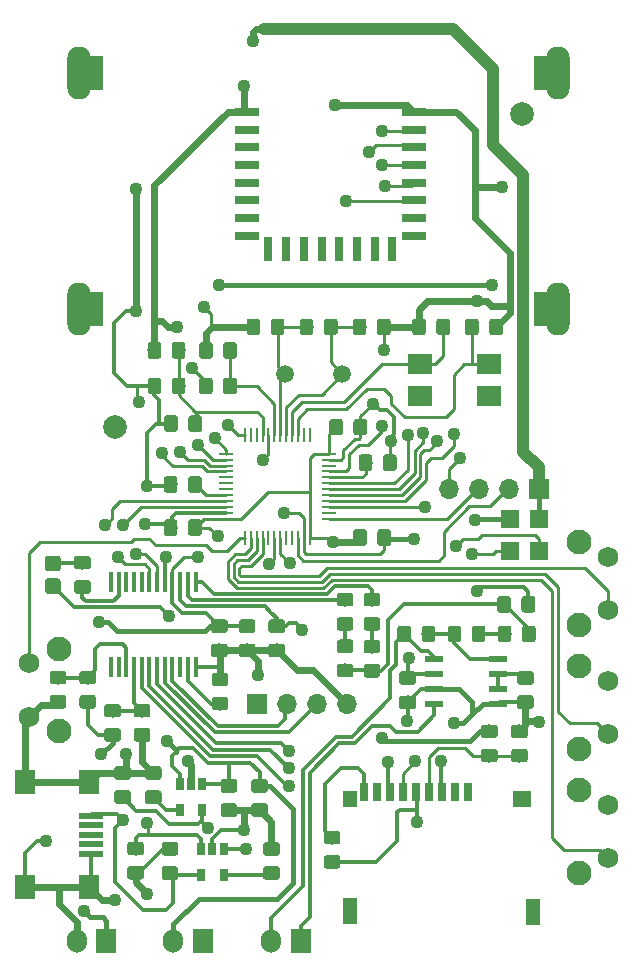
<source format=gbr>
G04 #@! TF.GenerationSoftware,KiCad,Pcbnew,(5.0.0)*
G04 #@! TF.CreationDate,2019-12-21T17:29:24+07:00*
G04 #@! TF.ProjectId,mrbot,6D72626F742E6B696361645F70636200,rev?*
G04 #@! TF.SameCoordinates,Original*
G04 #@! TF.FileFunction,Copper,L1,Top,Signal*
G04 #@! TF.FilePolarity,Positive*
%FSLAX46Y46*%
G04 Gerber Fmt 4.6, Leading zero omitted, Abs format (unit mm)*
G04 Created by KiCad (PCBNEW (5.0.0)) date 12/21/19 17:29:24*
%MOMM*%
%LPD*%
G01*
G04 APERTURE LIST*
G04 #@! TA.AperFunction,SMDPad,CuDef*
%ADD10R,0.450000X1.750000*%
G04 #@! TD*
G04 #@! TA.AperFunction,ViaPad*
%ADD11C,2.000000*%
G04 #@! TD*
G04 #@! TA.AperFunction,SMDPad,CuDef*
%ADD12R,1.500000X3.000000*%
G04 #@! TD*
G04 #@! TA.AperFunction,WasherPad*
%ADD13O,2.000000X4.500000*%
G04 #@! TD*
G04 #@! TA.AperFunction,SMDPad,CuDef*
%ADD14R,0.700000X1.600000*%
G04 #@! TD*
G04 #@! TA.AperFunction,SMDPad,CuDef*
%ADD15R,1.200000X1.400000*%
G04 #@! TD*
G04 #@! TA.AperFunction,SMDPad,CuDef*
%ADD16R,1.600000X1.400000*%
G04 #@! TD*
G04 #@! TA.AperFunction,SMDPad,CuDef*
%ADD17R,1.200000X2.200000*%
G04 #@! TD*
G04 #@! TA.AperFunction,SMDPad,CuDef*
%ADD18R,1.550000X0.600000*%
G04 #@! TD*
G04 #@! TA.AperFunction,SMDPad,CuDef*
%ADD19R,0.650000X1.060000*%
G04 #@! TD*
G04 #@! TA.AperFunction,SMDPad,CuDef*
%ADD20R,0.250000X1.300000*%
G04 #@! TD*
G04 #@! TA.AperFunction,SMDPad,CuDef*
%ADD21R,1.300000X0.250000*%
G04 #@! TD*
G04 #@! TA.AperFunction,SMDPad,CuDef*
%ADD22R,2.000000X0.800000*%
G04 #@! TD*
G04 #@! TA.AperFunction,SMDPad,CuDef*
%ADD23R,0.800000X2.000000*%
G04 #@! TD*
G04 #@! TA.AperFunction,Conductor*
%ADD24C,0.100000*%
G04 #@! TD*
G04 #@! TA.AperFunction,SMDPad,CuDef*
%ADD25C,1.150000*%
G04 #@! TD*
G04 #@! TA.AperFunction,SMDPad,CuDef*
%ADD26C,1.300000*%
G04 #@! TD*
G04 #@! TA.AperFunction,ComponentPad*
%ADD27R,1.700000X2.000000*%
G04 #@! TD*
G04 #@! TA.AperFunction,ComponentPad*
%ADD28O,1.700000X2.000000*%
G04 #@! TD*
G04 #@! TA.AperFunction,SMDPad,CuDef*
%ADD29R,2.000000X0.500000*%
G04 #@! TD*
G04 #@! TA.AperFunction,SMDPad,CuDef*
%ADD30R,1.700000X2.000000*%
G04 #@! TD*
G04 #@! TA.AperFunction,ComponentPad*
%ADD31R,1.700000X1.700000*%
G04 #@! TD*
G04 #@! TA.AperFunction,ComponentPad*
%ADD32O,1.700000X1.700000*%
G04 #@! TD*
G04 #@! TA.AperFunction,ComponentPad*
%ADD33C,2.100000*%
G04 #@! TD*
G04 #@! TA.AperFunction,ComponentPad*
%ADD34C,1.750000*%
G04 #@! TD*
G04 #@! TA.AperFunction,ComponentPad*
%ADD35C,1.500000*%
G04 #@! TD*
G04 #@! TA.AperFunction,SMDPad,CuDef*
%ADD36R,2.100000X1.700000*%
G04 #@! TD*
G04 #@! TA.AperFunction,SMDPad,CuDef*
%ADD37R,1.500000X1.500000*%
G04 #@! TD*
G04 #@! TA.AperFunction,ViaPad*
%ADD38C,1.108000*%
G04 #@! TD*
G04 #@! TA.AperFunction,Conductor*
%ADD39C,0.300000*%
G04 #@! TD*
G04 #@! TA.AperFunction,Conductor*
%ADD40C,0.600000*%
G04 #@! TD*
G04 #@! TA.AperFunction,Conductor*
%ADD41C,0.254000*%
G04 #@! TD*
G04 #@! TA.AperFunction,Conductor*
%ADD42C,0.400000*%
G04 #@! TD*
G04 #@! TA.AperFunction,Conductor*
%ADD43C,1.000000*%
G04 #@! TD*
G04 #@! TA.AperFunction,Conductor*
%ADD44C,0.250000*%
G04 #@! TD*
G04 APERTURE END LIST*
D10*
G04 #@! TO.P,U1,1*
G04 #@! TO.N,Net-(C12-Pad1)*
X137575000Y-74600000D03*
G04 #@! TO.P,U1,2*
G04 #@! TO.N,Net-(C11-Pad1)*
X136925000Y-74600000D03*
G04 #@! TO.P,U1,3*
G04 #@! TO.N,/3V-OUT*
X136275000Y-74600000D03*
G04 #@! TO.P,U1,4*
G04 #@! TO.N,+3V3*
X135625000Y-74600000D03*
G04 #@! TO.P,U1,5*
G04 #@! TO.N,GND*
X134975000Y-74600000D03*
G04 #@! TO.P,U1,6*
G04 #@! TO.N,/YX_TX*
X134325000Y-74600000D03*
G04 #@! TO.P,U1,7*
G04 #@! TO.N,/YX_RX*
X133675000Y-74600000D03*
G04 #@! TO.P,U1,8*
G04 #@! TO.N,N/C*
X133025000Y-74600000D03*
G04 #@! TO.P,U1,9*
X132375000Y-74600000D03*
G04 #@! TO.P,U1,10*
X131725000Y-74600000D03*
G04 #@! TO.P,U1,11*
G04 #@! TO.N,Net-(R8-Pad1)*
X131075000Y-74600000D03*
G04 #@! TO.P,U1,12*
G04 #@! TO.N,N/C*
X130425000Y-74600000D03*
G04 #@! TO.P,U1,13*
X130425000Y-81800000D03*
G04 #@! TO.P,U1,14*
X131075000Y-81800000D03*
G04 #@! TO.P,U1,15*
G04 #@! TO.N,Net-(C17-Pad2)*
X131725000Y-81800000D03*
G04 #@! TO.P,U1,16*
G04 #@! TO.N,Net-(C19-Pad2)*
X132375000Y-81800000D03*
G04 #@! TO.P,U1,17*
G04 #@! TO.N,Net-(J1-Pad5)*
X133025000Y-81800000D03*
G04 #@! TO.P,U1,18*
G04 #@! TO.N,Net-(J1-Pad3)*
X133675000Y-81800000D03*
G04 #@! TO.P,U1,19*
G04 #@! TO.N,Net-(J1-Pad7)*
X134325000Y-81800000D03*
G04 #@! TO.P,U1,20*
G04 #@! TO.N,/USB-*
X134975000Y-81800000D03*
G04 #@! TO.P,U1,21*
G04 #@! TO.N,/USB+*
X135625000Y-81800000D03*
G04 #@! TO.P,U1,22*
G04 #@! TO.N,N/C*
X136275000Y-81800000D03*
G04 #@! TO.P,U1,23*
G04 #@! TO.N,Net-(C21-Pad2)*
X136925000Y-81800000D03*
G04 #@! TO.P,U1,24*
G04 #@! TO.N,GND*
X137575000Y-81800000D03*
G04 #@! TD*
D11*
G04 #@! TO.N,*
G04 #@! TO.C,U4*
X130750000Y-61500000D03*
D12*
G04 #@! TD*
G04 #@! TO.P,U4,*
G04 #@! TO.N,*
X129000000Y-31500000D03*
G04 #@! TO.P,U4,*
G04 #@! TO.N,*
X129000000Y-51500000D03*
X167000000Y-51500000D03*
X167000000Y-31500000D03*
D13*
X127750000Y-51500000D03*
X168250000Y-51500000D03*
X127750000Y-31500000D03*
X168250000Y-31500000D03*
D11*
G04 #@! TD*
G04 #@! TO.N,*
G04 #@! TO.C,U4*
X165250000Y-35000000D03*
D14*
G04 #@! TO.P,J1,8*
G04 #@! TO.N,N/C*
X152950000Y-92350000D03*
G04 #@! TO.P,J1,7*
G04 #@! TO.N,Net-(J1-Pad7)*
X154050000Y-92350000D03*
G04 #@! TO.P,J1,6*
G04 #@! TO.N,GND*
X155150000Y-92350000D03*
G04 #@! TO.P,J1,5*
G04 #@! TO.N,Net-(J1-Pad5)*
X156250000Y-92350000D03*
G04 #@! TO.P,J1,4*
G04 #@! TO.N,Net-(C22-Pad2)*
X157350000Y-92350000D03*
G04 #@! TO.P,J1,3*
G04 #@! TO.N,Net-(J1-Pad3)*
X158450000Y-92350000D03*
G04 #@! TO.P,J1,2*
G04 #@! TO.N,N/C*
X159550000Y-92350000D03*
G04 #@! TO.P,J1,1*
X160650000Y-92350000D03*
D15*
G04 #@! TO.P,J1,10*
X150650000Y-92950000D03*
D16*
G04 #@! TO.P,J1,*
G04 #@! TO.N,*
X165250000Y-92950000D03*
D17*
G04 #@! TO.P,J1,~*
G04 #@! TO.N,N/C*
X166150000Y-102550000D03*
G04 #@! TO.P,J1,*
G04 #@! TO.N,*
X150650000Y-102450000D03*
D14*
G04 #@! TO.P,J1,9*
G04 #@! TO.N,Net-(J1-Pad9)*
X151850000Y-92350000D03*
G04 #@! TD*
D18*
G04 #@! TO.P,U2,1*
G04 #@! TO.N,GND*
X163200000Y-84905000D03*
G04 #@! TO.P,U2,2*
G04 #@! TO.N,Net-(C18-Pad2)*
X163200000Y-83635000D03*
G04 #@! TO.P,U2,3*
X163200000Y-82365000D03*
G04 #@! TO.P,U2,4*
G04 #@! TO.N,Net-(R12-Pad2)*
X163200000Y-81095000D03*
G04 #@! TO.P,U2,5*
G04 #@! TO.N,Net-(J2-Pad2)*
X157800000Y-81095000D03*
G04 #@! TO.P,U2,6*
G04 #@! TO.N,+3V3*
X157800000Y-82365000D03*
G04 #@! TO.P,U2,7*
G04 #@! TO.N,GND*
X157800000Y-83635000D03*
G04 #@! TO.P,U2,8*
G04 #@! TO.N,Net-(J2-Pad1)*
X157800000Y-84905000D03*
G04 #@! TD*
D19*
G04 #@! TO.P,U3,5*
G04 #@! TO.N,+3V3*
X138150000Y-93900000D03*
G04 #@! TO.P,U3,4*
G04 #@! TO.N,Net-(C28-Pad1)*
X136250000Y-93900000D03*
G04 #@! TO.P,U3,3*
G04 #@! TO.N,/VIN-BAT*
X136250000Y-91700000D03*
G04 #@! TO.P,U3,2*
G04 #@! TO.N,GND*
X137200000Y-91700000D03*
G04 #@! TO.P,U3,1*
G04 #@! TO.N,/VIN-BAT*
X138150000Y-91700000D03*
G04 #@! TD*
D20*
G04 #@! TO.P,U5,1*
G04 #@! TO.N,N/C*
X147250000Y-62150000D03*
G04 #@! TO.P,U5,2*
X146750000Y-62150000D03*
G04 #@! TO.P,U5,3*
G04 #@! TO.N,Net-(C3-Pad2)*
X146250000Y-62150000D03*
G04 #@! TO.P,U5,4*
G04 #@! TO.N,Net-(C4-Pad2)*
X145750000Y-62150000D03*
G04 #@! TO.P,U5,5*
G04 #@! TO.N,Net-(C1-Pad2)*
X145250000Y-62150000D03*
G04 #@! TO.P,U5,6*
G04 #@! TO.N,Net-(C2-Pad2)*
X144750000Y-62150000D03*
G04 #@! TO.P,U5,7*
G04 #@! TO.N,Net-(C5-Pad2)*
X144250000Y-62150000D03*
G04 #@! TO.P,U5,8*
G04 #@! TO.N,GND*
X143750000Y-62150000D03*
G04 #@! TO.P,U5,9*
G04 #@! TO.N,Net-(C10-Pad2)*
X143250000Y-62150000D03*
G04 #@! TO.P,U5,10*
G04 #@! TO.N,N/C*
X142750000Y-62150000D03*
G04 #@! TO.P,U5,11*
X142250000Y-62150000D03*
G04 #@! TO.P,U5,12*
G04 #@! TO.N,/BLE_RX*
X141750000Y-62150000D03*
D21*
G04 #@! TO.P,U5,13*
G04 #@! TO.N,/BLE_TX*
X140150000Y-63750000D03*
G04 #@! TO.P,U5,14*
G04 #@! TO.N,/BLE_EN*
X140150000Y-64250000D03*
G04 #@! TO.P,U5,15*
G04 #@! TO.N,/BLE_PWR*
X140150000Y-64750000D03*
G04 #@! TO.P,U5,16*
G04 #@! TO.N,/BLE_RST*
X140150000Y-65250000D03*
G04 #@! TO.P,U5,17*
G04 #@! TO.N,N/C*
X140150000Y-65750000D03*
G04 #@! TO.P,U5,18*
X140150000Y-66250000D03*
G04 #@! TO.P,U5,19*
X140150000Y-66750000D03*
G04 #@! TO.P,U5,20*
G04 #@! TO.N,Net-(R3-Pad1)*
X140150000Y-67250000D03*
G04 #@! TO.P,U5,21*
G04 #@! TO.N,/YX_RX*
X140150000Y-67750000D03*
G04 #@! TO.P,U5,22*
G04 #@! TO.N,/YX_TX*
X140150000Y-68250000D03*
G04 #@! TO.P,U5,23*
G04 #@! TO.N,GND*
X140150000Y-68750000D03*
G04 #@! TO.P,U5,24*
G04 #@! TO.N,+3V3*
X140150000Y-69250000D03*
D20*
G04 #@! TO.P,U5,25*
G04 #@! TO.N,Net-(SW1-Pad2)*
X141750000Y-70850000D03*
G04 #@! TO.P,U5,26*
G04 #@! TO.N,Net-(SW2-Pad2)*
X142250000Y-70850000D03*
G04 #@! TO.P,U5,27*
G04 #@! TO.N,Net-(SW3-Pad2)*
X142750000Y-70850000D03*
G04 #@! TO.P,U5,28*
G04 #@! TO.N,Net-(SW4-Pad2)*
X143250000Y-70850000D03*
G04 #@! TO.P,U5,29*
G04 #@! TO.N,N/C*
X143750000Y-70850000D03*
G04 #@! TO.P,U5,30*
G04 #@! TO.N,/TX1*
X144250000Y-70850000D03*
G04 #@! TO.P,U5,31*
G04 #@! TO.N,/RX1*
X144750000Y-70850000D03*
G04 #@! TO.P,U5,32*
G04 #@! TO.N,N/C*
X145250000Y-70850000D03*
G04 #@! TO.P,U5,33*
X145750000Y-70850000D03*
G04 #@! TO.P,U5,34*
G04 #@! TO.N,/SWDIO*
X146250000Y-70850000D03*
G04 #@! TO.P,U5,35*
G04 #@! TO.N,GND*
X146750000Y-70850000D03*
G04 #@! TO.P,U5,36*
G04 #@! TO.N,+3V3*
X147250000Y-70850000D03*
D21*
G04 #@! TO.P,U5,37*
G04 #@! TO.N,/SWCLK*
X148850000Y-69250000D03*
G04 #@! TO.P,U5,38*
G04 #@! TO.N,N/C*
X148850000Y-68750000D03*
G04 #@! TO.P,U5,39*
G04 #@! TO.N,/LCD_LED*
X148850000Y-68250000D03*
G04 #@! TO.P,U5,40*
G04 #@! TO.N,/LCD_RST*
X148850000Y-67750000D03*
G04 #@! TO.P,U5,41*
G04 #@! TO.N,/LCD_CE*
X148850000Y-67250000D03*
G04 #@! TO.P,U5,42*
G04 #@! TO.N,/LCD_DC*
X148850000Y-66750000D03*
G04 #@! TO.P,U5,43*
G04 #@! TO.N,/LCD_DIN*
X148850000Y-66250000D03*
G04 #@! TO.P,U5,44*
G04 #@! TO.N,Net-(R4-Pad1)*
X148850000Y-65750000D03*
G04 #@! TO.P,U5,45*
G04 #@! TO.N,/LCD_CLK*
X148850000Y-65250000D03*
G04 #@! TO.P,U5,46*
G04 #@! TO.N,N/C*
X148850000Y-64750000D03*
G04 #@! TO.P,U5,47*
G04 #@! TO.N,GND*
X148850000Y-64250000D03*
G04 #@! TO.P,U5,48*
G04 #@! TO.N,+3V3*
X148850000Y-63750000D03*
G04 #@! TD*
D19*
G04 #@! TO.P,U6,1*
G04 #@! TO.N,Net-(D7-Pad2)*
X139950000Y-97200000D03*
G04 #@! TO.P,U6,2*
G04 #@! TO.N,GND*
X139000000Y-97200000D03*
G04 #@! TO.P,U6,3*
G04 #@! TO.N,Net-(C25-Pad1)*
X138050000Y-97200000D03*
G04 #@! TO.P,U6,4*
G04 #@! TO.N,Net-(C24-Pad1)*
X138050000Y-99400000D03*
G04 #@! TO.P,U6,5*
G04 #@! TO.N,Net-(R16-Pad1)*
X139950000Y-99400000D03*
G04 #@! TD*
D22*
G04 #@! TO.P,U7,1*
G04 #@! TO.N,+3V3*
X141930000Y-34800000D03*
D23*
G04 #@! TO.P,U7,9*
G04 #@! TO.N,N/C*
X143750000Y-46400000D03*
D22*
G04 #@! TO.P,U7,24*
G04 #@! TO.N,GND*
X156070000Y-34800000D03*
G04 #@! TO.P,U7,23*
G04 #@! TO.N,/BLE_RST*
X156070000Y-36300000D03*
G04 #@! TO.P,U7,2*
G04 #@! TO.N,N/C*
X141930000Y-36300000D03*
G04 #@! TO.P,U7,3*
X141930000Y-37800000D03*
G04 #@! TO.P,U7,22*
G04 #@! TO.N,/BLE_PWR*
X156070000Y-37800000D03*
G04 #@! TO.P,U7,21*
G04 #@! TO.N,/BLE_EN*
X156070000Y-39300000D03*
G04 #@! TO.P,U7,4*
G04 #@! TO.N,N/C*
X141930000Y-39300000D03*
G04 #@! TO.P,U7,5*
X141930000Y-40800000D03*
G04 #@! TO.P,U7,20*
G04 #@! TO.N,/BLE_RX*
X156070000Y-40800000D03*
G04 #@! TO.P,U7,19*
G04 #@! TO.N,/BLE_TX*
X156070000Y-42300000D03*
G04 #@! TO.P,U7,6*
G04 #@! TO.N,N/C*
X141930000Y-42300000D03*
G04 #@! TO.P,U7,7*
X141930000Y-43800000D03*
G04 #@! TO.P,U7,18*
X156070000Y-43800000D03*
G04 #@! TO.P,U7,17*
X156070000Y-45300000D03*
G04 #@! TO.P,U7,8*
X141930000Y-45300000D03*
D23*
G04 #@! TO.P,U7,10*
X145250000Y-46400000D03*
G04 #@! TO.P,U7,11*
X146750000Y-46400000D03*
G04 #@! TO.P,U7,12*
X148250000Y-46400000D03*
G04 #@! TO.P,U7,13*
X149750000Y-46400000D03*
G04 #@! TO.P,U7,14*
X151250000Y-46400000D03*
G04 #@! TO.P,U7,15*
X152750000Y-46400000D03*
G04 #@! TO.P,U7,16*
X154250000Y-46400000D03*
G04 #@! TD*
D24*
G04 #@! TO.N,Net-(C1-Pad2)*
G04 #@! TO.C,C1*
G36*
X151824505Y-52301204D02*
X151848773Y-52304804D01*
X151872572Y-52310765D01*
X151895671Y-52319030D01*
X151917850Y-52329520D01*
X151938893Y-52342132D01*
X151958599Y-52356747D01*
X151976777Y-52373223D01*
X151993253Y-52391401D01*
X152007868Y-52411107D01*
X152020480Y-52432150D01*
X152030970Y-52454329D01*
X152039235Y-52477428D01*
X152045196Y-52501227D01*
X152048796Y-52525495D01*
X152050000Y-52549999D01*
X152050000Y-53450001D01*
X152048796Y-53474505D01*
X152045196Y-53498773D01*
X152039235Y-53522572D01*
X152030970Y-53545671D01*
X152020480Y-53567850D01*
X152007868Y-53588893D01*
X151993253Y-53608599D01*
X151976777Y-53626777D01*
X151958599Y-53643253D01*
X151938893Y-53657868D01*
X151917850Y-53670480D01*
X151895671Y-53680970D01*
X151872572Y-53689235D01*
X151848773Y-53695196D01*
X151824505Y-53698796D01*
X151800001Y-53700000D01*
X151149999Y-53700000D01*
X151125495Y-53698796D01*
X151101227Y-53695196D01*
X151077428Y-53689235D01*
X151054329Y-53680970D01*
X151032150Y-53670480D01*
X151011107Y-53657868D01*
X150991401Y-53643253D01*
X150973223Y-53626777D01*
X150956747Y-53608599D01*
X150942132Y-53588893D01*
X150929520Y-53567850D01*
X150919030Y-53545671D01*
X150910765Y-53522572D01*
X150904804Y-53498773D01*
X150901204Y-53474505D01*
X150900000Y-53450001D01*
X150900000Y-52549999D01*
X150901204Y-52525495D01*
X150904804Y-52501227D01*
X150910765Y-52477428D01*
X150919030Y-52454329D01*
X150929520Y-52432150D01*
X150942132Y-52411107D01*
X150956747Y-52391401D01*
X150973223Y-52373223D01*
X150991401Y-52356747D01*
X151011107Y-52342132D01*
X151032150Y-52329520D01*
X151054329Y-52319030D01*
X151077428Y-52310765D01*
X151101227Y-52304804D01*
X151125495Y-52301204D01*
X151149999Y-52300000D01*
X151800001Y-52300000D01*
X151824505Y-52301204D01*
X151824505Y-52301204D01*
G37*
D25*
G04 #@! TD*
G04 #@! TO.P,C1,2*
G04 #@! TO.N,Net-(C1-Pad2)*
X151475000Y-53000000D03*
D24*
G04 #@! TO.N,GND*
G04 #@! TO.C,C1*
G36*
X153874505Y-52301204D02*
X153898773Y-52304804D01*
X153922572Y-52310765D01*
X153945671Y-52319030D01*
X153967850Y-52329520D01*
X153988893Y-52342132D01*
X154008599Y-52356747D01*
X154026777Y-52373223D01*
X154043253Y-52391401D01*
X154057868Y-52411107D01*
X154070480Y-52432150D01*
X154080970Y-52454329D01*
X154089235Y-52477428D01*
X154095196Y-52501227D01*
X154098796Y-52525495D01*
X154100000Y-52549999D01*
X154100000Y-53450001D01*
X154098796Y-53474505D01*
X154095196Y-53498773D01*
X154089235Y-53522572D01*
X154080970Y-53545671D01*
X154070480Y-53567850D01*
X154057868Y-53588893D01*
X154043253Y-53608599D01*
X154026777Y-53626777D01*
X154008599Y-53643253D01*
X153988893Y-53657868D01*
X153967850Y-53670480D01*
X153945671Y-53680970D01*
X153922572Y-53689235D01*
X153898773Y-53695196D01*
X153874505Y-53698796D01*
X153850001Y-53700000D01*
X153199999Y-53700000D01*
X153175495Y-53698796D01*
X153151227Y-53695196D01*
X153127428Y-53689235D01*
X153104329Y-53680970D01*
X153082150Y-53670480D01*
X153061107Y-53657868D01*
X153041401Y-53643253D01*
X153023223Y-53626777D01*
X153006747Y-53608599D01*
X152992132Y-53588893D01*
X152979520Y-53567850D01*
X152969030Y-53545671D01*
X152960765Y-53522572D01*
X152954804Y-53498773D01*
X152951204Y-53474505D01*
X152950000Y-53450001D01*
X152950000Y-52549999D01*
X152951204Y-52525495D01*
X152954804Y-52501227D01*
X152960765Y-52477428D01*
X152969030Y-52454329D01*
X152979520Y-52432150D01*
X152992132Y-52411107D01*
X153006747Y-52391401D01*
X153023223Y-52373223D01*
X153041401Y-52356747D01*
X153061107Y-52342132D01*
X153082150Y-52329520D01*
X153104329Y-52319030D01*
X153127428Y-52310765D01*
X153151227Y-52304804D01*
X153175495Y-52301204D01*
X153199999Y-52300000D01*
X153850001Y-52300000D01*
X153874505Y-52301204D01*
X153874505Y-52301204D01*
G37*
D25*
G04 #@! TD*
G04 #@! TO.P,C1,1*
G04 #@! TO.N,GND*
X153525000Y-53000000D03*
D24*
G04 #@! TO.N,GND*
G04 #@! TO.C,C2*
G36*
X142824505Y-52301204D02*
X142848773Y-52304804D01*
X142872572Y-52310765D01*
X142895671Y-52319030D01*
X142917850Y-52329520D01*
X142938893Y-52342132D01*
X142958599Y-52356747D01*
X142976777Y-52373223D01*
X142993253Y-52391401D01*
X143007868Y-52411107D01*
X143020480Y-52432150D01*
X143030970Y-52454329D01*
X143039235Y-52477428D01*
X143045196Y-52501227D01*
X143048796Y-52525495D01*
X143050000Y-52549999D01*
X143050000Y-53450001D01*
X143048796Y-53474505D01*
X143045196Y-53498773D01*
X143039235Y-53522572D01*
X143030970Y-53545671D01*
X143020480Y-53567850D01*
X143007868Y-53588893D01*
X142993253Y-53608599D01*
X142976777Y-53626777D01*
X142958599Y-53643253D01*
X142938893Y-53657868D01*
X142917850Y-53670480D01*
X142895671Y-53680970D01*
X142872572Y-53689235D01*
X142848773Y-53695196D01*
X142824505Y-53698796D01*
X142800001Y-53700000D01*
X142149999Y-53700000D01*
X142125495Y-53698796D01*
X142101227Y-53695196D01*
X142077428Y-53689235D01*
X142054329Y-53680970D01*
X142032150Y-53670480D01*
X142011107Y-53657868D01*
X141991401Y-53643253D01*
X141973223Y-53626777D01*
X141956747Y-53608599D01*
X141942132Y-53588893D01*
X141929520Y-53567850D01*
X141919030Y-53545671D01*
X141910765Y-53522572D01*
X141904804Y-53498773D01*
X141901204Y-53474505D01*
X141900000Y-53450001D01*
X141900000Y-52549999D01*
X141901204Y-52525495D01*
X141904804Y-52501227D01*
X141910765Y-52477428D01*
X141919030Y-52454329D01*
X141929520Y-52432150D01*
X141942132Y-52411107D01*
X141956747Y-52391401D01*
X141973223Y-52373223D01*
X141991401Y-52356747D01*
X142011107Y-52342132D01*
X142032150Y-52329520D01*
X142054329Y-52319030D01*
X142077428Y-52310765D01*
X142101227Y-52304804D01*
X142125495Y-52301204D01*
X142149999Y-52300000D01*
X142800001Y-52300000D01*
X142824505Y-52301204D01*
X142824505Y-52301204D01*
G37*
D25*
G04 #@! TD*
G04 #@! TO.P,C2,1*
G04 #@! TO.N,GND*
X142475000Y-53000000D03*
D24*
G04 #@! TO.N,Net-(C2-Pad2)*
G04 #@! TO.C,C2*
G36*
X144874505Y-52301204D02*
X144898773Y-52304804D01*
X144922572Y-52310765D01*
X144945671Y-52319030D01*
X144967850Y-52329520D01*
X144988893Y-52342132D01*
X145008599Y-52356747D01*
X145026777Y-52373223D01*
X145043253Y-52391401D01*
X145057868Y-52411107D01*
X145070480Y-52432150D01*
X145080970Y-52454329D01*
X145089235Y-52477428D01*
X145095196Y-52501227D01*
X145098796Y-52525495D01*
X145100000Y-52549999D01*
X145100000Y-53450001D01*
X145098796Y-53474505D01*
X145095196Y-53498773D01*
X145089235Y-53522572D01*
X145080970Y-53545671D01*
X145070480Y-53567850D01*
X145057868Y-53588893D01*
X145043253Y-53608599D01*
X145026777Y-53626777D01*
X145008599Y-53643253D01*
X144988893Y-53657868D01*
X144967850Y-53670480D01*
X144945671Y-53680970D01*
X144922572Y-53689235D01*
X144898773Y-53695196D01*
X144874505Y-53698796D01*
X144850001Y-53700000D01*
X144199999Y-53700000D01*
X144175495Y-53698796D01*
X144151227Y-53695196D01*
X144127428Y-53689235D01*
X144104329Y-53680970D01*
X144082150Y-53670480D01*
X144061107Y-53657868D01*
X144041401Y-53643253D01*
X144023223Y-53626777D01*
X144006747Y-53608599D01*
X143992132Y-53588893D01*
X143979520Y-53567850D01*
X143969030Y-53545671D01*
X143960765Y-53522572D01*
X143954804Y-53498773D01*
X143951204Y-53474505D01*
X143950000Y-53450001D01*
X143950000Y-52549999D01*
X143951204Y-52525495D01*
X143954804Y-52501227D01*
X143960765Y-52477428D01*
X143969030Y-52454329D01*
X143979520Y-52432150D01*
X143992132Y-52411107D01*
X144006747Y-52391401D01*
X144023223Y-52373223D01*
X144041401Y-52356747D01*
X144061107Y-52342132D01*
X144082150Y-52329520D01*
X144104329Y-52319030D01*
X144127428Y-52310765D01*
X144151227Y-52304804D01*
X144175495Y-52301204D01*
X144199999Y-52300000D01*
X144850001Y-52300000D01*
X144874505Y-52301204D01*
X144874505Y-52301204D01*
G37*
D25*
G04 #@! TD*
G04 #@! TO.P,C2,2*
G04 #@! TO.N,Net-(C2-Pad2)*
X144525000Y-53000000D03*
D24*
G04 #@! TO.N,Net-(C3-Pad2)*
G04 #@! TO.C,C3*
G36*
X161324505Y-52301204D02*
X161348773Y-52304804D01*
X161372572Y-52310765D01*
X161395671Y-52319030D01*
X161417850Y-52329520D01*
X161438893Y-52342132D01*
X161458599Y-52356747D01*
X161476777Y-52373223D01*
X161493253Y-52391401D01*
X161507868Y-52411107D01*
X161520480Y-52432150D01*
X161530970Y-52454329D01*
X161539235Y-52477428D01*
X161545196Y-52501227D01*
X161548796Y-52525495D01*
X161550000Y-52549999D01*
X161550000Y-53450001D01*
X161548796Y-53474505D01*
X161545196Y-53498773D01*
X161539235Y-53522572D01*
X161530970Y-53545671D01*
X161520480Y-53567850D01*
X161507868Y-53588893D01*
X161493253Y-53608599D01*
X161476777Y-53626777D01*
X161458599Y-53643253D01*
X161438893Y-53657868D01*
X161417850Y-53670480D01*
X161395671Y-53680970D01*
X161372572Y-53689235D01*
X161348773Y-53695196D01*
X161324505Y-53698796D01*
X161300001Y-53700000D01*
X160649999Y-53700000D01*
X160625495Y-53698796D01*
X160601227Y-53695196D01*
X160577428Y-53689235D01*
X160554329Y-53680970D01*
X160532150Y-53670480D01*
X160511107Y-53657868D01*
X160491401Y-53643253D01*
X160473223Y-53626777D01*
X160456747Y-53608599D01*
X160442132Y-53588893D01*
X160429520Y-53567850D01*
X160419030Y-53545671D01*
X160410765Y-53522572D01*
X160404804Y-53498773D01*
X160401204Y-53474505D01*
X160400000Y-53450001D01*
X160400000Y-52549999D01*
X160401204Y-52525495D01*
X160404804Y-52501227D01*
X160410765Y-52477428D01*
X160419030Y-52454329D01*
X160429520Y-52432150D01*
X160442132Y-52411107D01*
X160456747Y-52391401D01*
X160473223Y-52373223D01*
X160491401Y-52356747D01*
X160511107Y-52342132D01*
X160532150Y-52329520D01*
X160554329Y-52319030D01*
X160577428Y-52310765D01*
X160601227Y-52304804D01*
X160625495Y-52301204D01*
X160649999Y-52300000D01*
X161300001Y-52300000D01*
X161324505Y-52301204D01*
X161324505Y-52301204D01*
G37*
D25*
G04 #@! TD*
G04 #@! TO.P,C3,2*
G04 #@! TO.N,Net-(C3-Pad2)*
X160975000Y-53000000D03*
D24*
G04 #@! TO.N,GND*
G04 #@! TO.C,C3*
G36*
X163374505Y-52301204D02*
X163398773Y-52304804D01*
X163422572Y-52310765D01*
X163445671Y-52319030D01*
X163467850Y-52329520D01*
X163488893Y-52342132D01*
X163508599Y-52356747D01*
X163526777Y-52373223D01*
X163543253Y-52391401D01*
X163557868Y-52411107D01*
X163570480Y-52432150D01*
X163580970Y-52454329D01*
X163589235Y-52477428D01*
X163595196Y-52501227D01*
X163598796Y-52525495D01*
X163600000Y-52549999D01*
X163600000Y-53450001D01*
X163598796Y-53474505D01*
X163595196Y-53498773D01*
X163589235Y-53522572D01*
X163580970Y-53545671D01*
X163570480Y-53567850D01*
X163557868Y-53588893D01*
X163543253Y-53608599D01*
X163526777Y-53626777D01*
X163508599Y-53643253D01*
X163488893Y-53657868D01*
X163467850Y-53670480D01*
X163445671Y-53680970D01*
X163422572Y-53689235D01*
X163398773Y-53695196D01*
X163374505Y-53698796D01*
X163350001Y-53700000D01*
X162699999Y-53700000D01*
X162675495Y-53698796D01*
X162651227Y-53695196D01*
X162627428Y-53689235D01*
X162604329Y-53680970D01*
X162582150Y-53670480D01*
X162561107Y-53657868D01*
X162541401Y-53643253D01*
X162523223Y-53626777D01*
X162506747Y-53608599D01*
X162492132Y-53588893D01*
X162479520Y-53567850D01*
X162469030Y-53545671D01*
X162460765Y-53522572D01*
X162454804Y-53498773D01*
X162451204Y-53474505D01*
X162450000Y-53450001D01*
X162450000Y-52549999D01*
X162451204Y-52525495D01*
X162454804Y-52501227D01*
X162460765Y-52477428D01*
X162469030Y-52454329D01*
X162479520Y-52432150D01*
X162492132Y-52411107D01*
X162506747Y-52391401D01*
X162523223Y-52373223D01*
X162541401Y-52356747D01*
X162561107Y-52342132D01*
X162582150Y-52329520D01*
X162604329Y-52319030D01*
X162627428Y-52310765D01*
X162651227Y-52304804D01*
X162675495Y-52301204D01*
X162699999Y-52300000D01*
X163350001Y-52300000D01*
X163374505Y-52301204D01*
X163374505Y-52301204D01*
G37*
D25*
G04 #@! TD*
G04 #@! TO.P,C3,1*
G04 #@! TO.N,GND*
X163025000Y-53000000D03*
D24*
G04 #@! TO.N,GND*
G04 #@! TO.C,C4*
G36*
X156849505Y-52301204D02*
X156873773Y-52304804D01*
X156897572Y-52310765D01*
X156920671Y-52319030D01*
X156942850Y-52329520D01*
X156963893Y-52342132D01*
X156983599Y-52356747D01*
X157001777Y-52373223D01*
X157018253Y-52391401D01*
X157032868Y-52411107D01*
X157045480Y-52432150D01*
X157055970Y-52454329D01*
X157064235Y-52477428D01*
X157070196Y-52501227D01*
X157073796Y-52525495D01*
X157075000Y-52549999D01*
X157075000Y-53450001D01*
X157073796Y-53474505D01*
X157070196Y-53498773D01*
X157064235Y-53522572D01*
X157055970Y-53545671D01*
X157045480Y-53567850D01*
X157032868Y-53588893D01*
X157018253Y-53608599D01*
X157001777Y-53626777D01*
X156983599Y-53643253D01*
X156963893Y-53657868D01*
X156942850Y-53670480D01*
X156920671Y-53680970D01*
X156897572Y-53689235D01*
X156873773Y-53695196D01*
X156849505Y-53698796D01*
X156825001Y-53700000D01*
X156174999Y-53700000D01*
X156150495Y-53698796D01*
X156126227Y-53695196D01*
X156102428Y-53689235D01*
X156079329Y-53680970D01*
X156057150Y-53670480D01*
X156036107Y-53657868D01*
X156016401Y-53643253D01*
X155998223Y-53626777D01*
X155981747Y-53608599D01*
X155967132Y-53588893D01*
X155954520Y-53567850D01*
X155944030Y-53545671D01*
X155935765Y-53522572D01*
X155929804Y-53498773D01*
X155926204Y-53474505D01*
X155925000Y-53450001D01*
X155925000Y-52549999D01*
X155926204Y-52525495D01*
X155929804Y-52501227D01*
X155935765Y-52477428D01*
X155944030Y-52454329D01*
X155954520Y-52432150D01*
X155967132Y-52411107D01*
X155981747Y-52391401D01*
X155998223Y-52373223D01*
X156016401Y-52356747D01*
X156036107Y-52342132D01*
X156057150Y-52329520D01*
X156079329Y-52319030D01*
X156102428Y-52310765D01*
X156126227Y-52304804D01*
X156150495Y-52301204D01*
X156174999Y-52300000D01*
X156825001Y-52300000D01*
X156849505Y-52301204D01*
X156849505Y-52301204D01*
G37*
D25*
G04 #@! TD*
G04 #@! TO.P,C4,1*
G04 #@! TO.N,GND*
X156500000Y-53000000D03*
D24*
G04 #@! TO.N,Net-(C4-Pad2)*
G04 #@! TO.C,C4*
G36*
X158899505Y-52301204D02*
X158923773Y-52304804D01*
X158947572Y-52310765D01*
X158970671Y-52319030D01*
X158992850Y-52329520D01*
X159013893Y-52342132D01*
X159033599Y-52356747D01*
X159051777Y-52373223D01*
X159068253Y-52391401D01*
X159082868Y-52411107D01*
X159095480Y-52432150D01*
X159105970Y-52454329D01*
X159114235Y-52477428D01*
X159120196Y-52501227D01*
X159123796Y-52525495D01*
X159125000Y-52549999D01*
X159125000Y-53450001D01*
X159123796Y-53474505D01*
X159120196Y-53498773D01*
X159114235Y-53522572D01*
X159105970Y-53545671D01*
X159095480Y-53567850D01*
X159082868Y-53588893D01*
X159068253Y-53608599D01*
X159051777Y-53626777D01*
X159033599Y-53643253D01*
X159013893Y-53657868D01*
X158992850Y-53670480D01*
X158970671Y-53680970D01*
X158947572Y-53689235D01*
X158923773Y-53695196D01*
X158899505Y-53698796D01*
X158875001Y-53700000D01*
X158224999Y-53700000D01*
X158200495Y-53698796D01*
X158176227Y-53695196D01*
X158152428Y-53689235D01*
X158129329Y-53680970D01*
X158107150Y-53670480D01*
X158086107Y-53657868D01*
X158066401Y-53643253D01*
X158048223Y-53626777D01*
X158031747Y-53608599D01*
X158017132Y-53588893D01*
X158004520Y-53567850D01*
X157994030Y-53545671D01*
X157985765Y-53522572D01*
X157979804Y-53498773D01*
X157976204Y-53474505D01*
X157975000Y-53450001D01*
X157975000Y-52549999D01*
X157976204Y-52525495D01*
X157979804Y-52501227D01*
X157985765Y-52477428D01*
X157994030Y-52454329D01*
X158004520Y-52432150D01*
X158017132Y-52411107D01*
X158031747Y-52391401D01*
X158048223Y-52373223D01*
X158066401Y-52356747D01*
X158086107Y-52342132D01*
X158107150Y-52329520D01*
X158129329Y-52319030D01*
X158152428Y-52310765D01*
X158176227Y-52304804D01*
X158200495Y-52301204D01*
X158224999Y-52300000D01*
X158875001Y-52300000D01*
X158899505Y-52301204D01*
X158899505Y-52301204D01*
G37*
D25*
G04 #@! TD*
G04 #@! TO.P,C4,2*
G04 #@! TO.N,Net-(C4-Pad2)*
X158550000Y-53000000D03*
D24*
G04 #@! TO.N,GND*
G04 #@! TO.C,C5*
G36*
X138799505Y-54301204D02*
X138823773Y-54304804D01*
X138847572Y-54310765D01*
X138870671Y-54319030D01*
X138892850Y-54329520D01*
X138913893Y-54342132D01*
X138933599Y-54356747D01*
X138951777Y-54373223D01*
X138968253Y-54391401D01*
X138982868Y-54411107D01*
X138995480Y-54432150D01*
X139005970Y-54454329D01*
X139014235Y-54477428D01*
X139020196Y-54501227D01*
X139023796Y-54525495D01*
X139025000Y-54549999D01*
X139025000Y-55450001D01*
X139023796Y-55474505D01*
X139020196Y-55498773D01*
X139014235Y-55522572D01*
X139005970Y-55545671D01*
X138995480Y-55567850D01*
X138982868Y-55588893D01*
X138968253Y-55608599D01*
X138951777Y-55626777D01*
X138933599Y-55643253D01*
X138913893Y-55657868D01*
X138892850Y-55670480D01*
X138870671Y-55680970D01*
X138847572Y-55689235D01*
X138823773Y-55695196D01*
X138799505Y-55698796D01*
X138775001Y-55700000D01*
X138124999Y-55700000D01*
X138100495Y-55698796D01*
X138076227Y-55695196D01*
X138052428Y-55689235D01*
X138029329Y-55680970D01*
X138007150Y-55670480D01*
X137986107Y-55657868D01*
X137966401Y-55643253D01*
X137948223Y-55626777D01*
X137931747Y-55608599D01*
X137917132Y-55588893D01*
X137904520Y-55567850D01*
X137894030Y-55545671D01*
X137885765Y-55522572D01*
X137879804Y-55498773D01*
X137876204Y-55474505D01*
X137875000Y-55450001D01*
X137875000Y-54549999D01*
X137876204Y-54525495D01*
X137879804Y-54501227D01*
X137885765Y-54477428D01*
X137894030Y-54454329D01*
X137904520Y-54432150D01*
X137917132Y-54411107D01*
X137931747Y-54391401D01*
X137948223Y-54373223D01*
X137966401Y-54356747D01*
X137986107Y-54342132D01*
X138007150Y-54329520D01*
X138029329Y-54319030D01*
X138052428Y-54310765D01*
X138076227Y-54304804D01*
X138100495Y-54301204D01*
X138124999Y-54300000D01*
X138775001Y-54300000D01*
X138799505Y-54301204D01*
X138799505Y-54301204D01*
G37*
D25*
G04 #@! TD*
G04 #@! TO.P,C5,1*
G04 #@! TO.N,GND*
X138450000Y-55000000D03*
D24*
G04 #@! TO.N,Net-(C5-Pad2)*
G04 #@! TO.C,C5*
G36*
X140849505Y-54301204D02*
X140873773Y-54304804D01*
X140897572Y-54310765D01*
X140920671Y-54319030D01*
X140942850Y-54329520D01*
X140963893Y-54342132D01*
X140983599Y-54356747D01*
X141001777Y-54373223D01*
X141018253Y-54391401D01*
X141032868Y-54411107D01*
X141045480Y-54432150D01*
X141055970Y-54454329D01*
X141064235Y-54477428D01*
X141070196Y-54501227D01*
X141073796Y-54525495D01*
X141075000Y-54549999D01*
X141075000Y-55450001D01*
X141073796Y-55474505D01*
X141070196Y-55498773D01*
X141064235Y-55522572D01*
X141055970Y-55545671D01*
X141045480Y-55567850D01*
X141032868Y-55588893D01*
X141018253Y-55608599D01*
X141001777Y-55626777D01*
X140983599Y-55643253D01*
X140963893Y-55657868D01*
X140942850Y-55670480D01*
X140920671Y-55680970D01*
X140897572Y-55689235D01*
X140873773Y-55695196D01*
X140849505Y-55698796D01*
X140825001Y-55700000D01*
X140174999Y-55700000D01*
X140150495Y-55698796D01*
X140126227Y-55695196D01*
X140102428Y-55689235D01*
X140079329Y-55680970D01*
X140057150Y-55670480D01*
X140036107Y-55657868D01*
X140016401Y-55643253D01*
X139998223Y-55626777D01*
X139981747Y-55608599D01*
X139967132Y-55588893D01*
X139954520Y-55567850D01*
X139944030Y-55545671D01*
X139935765Y-55522572D01*
X139929804Y-55498773D01*
X139926204Y-55474505D01*
X139925000Y-55450001D01*
X139925000Y-54549999D01*
X139926204Y-54525495D01*
X139929804Y-54501227D01*
X139935765Y-54477428D01*
X139944030Y-54454329D01*
X139954520Y-54432150D01*
X139967132Y-54411107D01*
X139981747Y-54391401D01*
X139998223Y-54373223D01*
X140016401Y-54356747D01*
X140036107Y-54342132D01*
X140057150Y-54329520D01*
X140079329Y-54319030D01*
X140102428Y-54310765D01*
X140126227Y-54304804D01*
X140150495Y-54301204D01*
X140174999Y-54300000D01*
X140825001Y-54300000D01*
X140849505Y-54301204D01*
X140849505Y-54301204D01*
G37*
D25*
G04 #@! TD*
G04 #@! TO.P,C5,2*
G04 #@! TO.N,Net-(C5-Pad2)*
X140500000Y-55000000D03*
D24*
G04 #@! TO.N,GND*
G04 #@! TO.C,C6*
G36*
X135824505Y-69301204D02*
X135848773Y-69304804D01*
X135872572Y-69310765D01*
X135895671Y-69319030D01*
X135917850Y-69329520D01*
X135938893Y-69342132D01*
X135958599Y-69356747D01*
X135976777Y-69373223D01*
X135993253Y-69391401D01*
X136007868Y-69411107D01*
X136020480Y-69432150D01*
X136030970Y-69454329D01*
X136039235Y-69477428D01*
X136045196Y-69501227D01*
X136048796Y-69525495D01*
X136050000Y-69549999D01*
X136050000Y-70450001D01*
X136048796Y-70474505D01*
X136045196Y-70498773D01*
X136039235Y-70522572D01*
X136030970Y-70545671D01*
X136020480Y-70567850D01*
X136007868Y-70588893D01*
X135993253Y-70608599D01*
X135976777Y-70626777D01*
X135958599Y-70643253D01*
X135938893Y-70657868D01*
X135917850Y-70670480D01*
X135895671Y-70680970D01*
X135872572Y-70689235D01*
X135848773Y-70695196D01*
X135824505Y-70698796D01*
X135800001Y-70700000D01*
X135149999Y-70700000D01*
X135125495Y-70698796D01*
X135101227Y-70695196D01*
X135077428Y-70689235D01*
X135054329Y-70680970D01*
X135032150Y-70670480D01*
X135011107Y-70657868D01*
X134991401Y-70643253D01*
X134973223Y-70626777D01*
X134956747Y-70608599D01*
X134942132Y-70588893D01*
X134929520Y-70567850D01*
X134919030Y-70545671D01*
X134910765Y-70522572D01*
X134904804Y-70498773D01*
X134901204Y-70474505D01*
X134900000Y-70450001D01*
X134900000Y-69549999D01*
X134901204Y-69525495D01*
X134904804Y-69501227D01*
X134910765Y-69477428D01*
X134919030Y-69454329D01*
X134929520Y-69432150D01*
X134942132Y-69411107D01*
X134956747Y-69391401D01*
X134973223Y-69373223D01*
X134991401Y-69356747D01*
X135011107Y-69342132D01*
X135032150Y-69329520D01*
X135054329Y-69319030D01*
X135077428Y-69310765D01*
X135101227Y-69304804D01*
X135125495Y-69301204D01*
X135149999Y-69300000D01*
X135800001Y-69300000D01*
X135824505Y-69301204D01*
X135824505Y-69301204D01*
G37*
D25*
G04 #@! TD*
G04 #@! TO.P,C6,1*
G04 #@! TO.N,GND*
X135475000Y-70000000D03*
D24*
G04 #@! TO.N,+3V3*
G04 #@! TO.C,C6*
G36*
X137874505Y-69301204D02*
X137898773Y-69304804D01*
X137922572Y-69310765D01*
X137945671Y-69319030D01*
X137967850Y-69329520D01*
X137988893Y-69342132D01*
X138008599Y-69356747D01*
X138026777Y-69373223D01*
X138043253Y-69391401D01*
X138057868Y-69411107D01*
X138070480Y-69432150D01*
X138080970Y-69454329D01*
X138089235Y-69477428D01*
X138095196Y-69501227D01*
X138098796Y-69525495D01*
X138100000Y-69549999D01*
X138100000Y-70450001D01*
X138098796Y-70474505D01*
X138095196Y-70498773D01*
X138089235Y-70522572D01*
X138080970Y-70545671D01*
X138070480Y-70567850D01*
X138057868Y-70588893D01*
X138043253Y-70608599D01*
X138026777Y-70626777D01*
X138008599Y-70643253D01*
X137988893Y-70657868D01*
X137967850Y-70670480D01*
X137945671Y-70680970D01*
X137922572Y-70689235D01*
X137898773Y-70695196D01*
X137874505Y-70698796D01*
X137850001Y-70700000D01*
X137199999Y-70700000D01*
X137175495Y-70698796D01*
X137151227Y-70695196D01*
X137127428Y-70689235D01*
X137104329Y-70680970D01*
X137082150Y-70670480D01*
X137061107Y-70657868D01*
X137041401Y-70643253D01*
X137023223Y-70626777D01*
X137006747Y-70608599D01*
X136992132Y-70588893D01*
X136979520Y-70567850D01*
X136969030Y-70545671D01*
X136960765Y-70522572D01*
X136954804Y-70498773D01*
X136951204Y-70474505D01*
X136950000Y-70450001D01*
X136950000Y-69549999D01*
X136951204Y-69525495D01*
X136954804Y-69501227D01*
X136960765Y-69477428D01*
X136969030Y-69454329D01*
X136979520Y-69432150D01*
X136992132Y-69411107D01*
X137006747Y-69391401D01*
X137023223Y-69373223D01*
X137041401Y-69356747D01*
X137061107Y-69342132D01*
X137082150Y-69329520D01*
X137104329Y-69319030D01*
X137127428Y-69310765D01*
X137151227Y-69304804D01*
X137175495Y-69301204D01*
X137199999Y-69300000D01*
X137850001Y-69300000D01*
X137874505Y-69301204D01*
X137874505Y-69301204D01*
G37*
D25*
G04 #@! TD*
G04 #@! TO.P,C6,2*
G04 #@! TO.N,+3V3*
X137525000Y-70000000D03*
D24*
G04 #@! TO.N,+3V3*
G04 #@! TO.C,C7*
G36*
X149824505Y-60801204D02*
X149848773Y-60804804D01*
X149872572Y-60810765D01*
X149895671Y-60819030D01*
X149917850Y-60829520D01*
X149938893Y-60842132D01*
X149958599Y-60856747D01*
X149976777Y-60873223D01*
X149993253Y-60891401D01*
X150007868Y-60911107D01*
X150020480Y-60932150D01*
X150030970Y-60954329D01*
X150039235Y-60977428D01*
X150045196Y-61001227D01*
X150048796Y-61025495D01*
X150050000Y-61049999D01*
X150050000Y-61950001D01*
X150048796Y-61974505D01*
X150045196Y-61998773D01*
X150039235Y-62022572D01*
X150030970Y-62045671D01*
X150020480Y-62067850D01*
X150007868Y-62088893D01*
X149993253Y-62108599D01*
X149976777Y-62126777D01*
X149958599Y-62143253D01*
X149938893Y-62157868D01*
X149917850Y-62170480D01*
X149895671Y-62180970D01*
X149872572Y-62189235D01*
X149848773Y-62195196D01*
X149824505Y-62198796D01*
X149800001Y-62200000D01*
X149149999Y-62200000D01*
X149125495Y-62198796D01*
X149101227Y-62195196D01*
X149077428Y-62189235D01*
X149054329Y-62180970D01*
X149032150Y-62170480D01*
X149011107Y-62157868D01*
X148991401Y-62143253D01*
X148973223Y-62126777D01*
X148956747Y-62108599D01*
X148942132Y-62088893D01*
X148929520Y-62067850D01*
X148919030Y-62045671D01*
X148910765Y-62022572D01*
X148904804Y-61998773D01*
X148901204Y-61974505D01*
X148900000Y-61950001D01*
X148900000Y-61049999D01*
X148901204Y-61025495D01*
X148904804Y-61001227D01*
X148910765Y-60977428D01*
X148919030Y-60954329D01*
X148929520Y-60932150D01*
X148942132Y-60911107D01*
X148956747Y-60891401D01*
X148973223Y-60873223D01*
X148991401Y-60856747D01*
X149011107Y-60842132D01*
X149032150Y-60829520D01*
X149054329Y-60819030D01*
X149077428Y-60810765D01*
X149101227Y-60804804D01*
X149125495Y-60801204D01*
X149149999Y-60800000D01*
X149800001Y-60800000D01*
X149824505Y-60801204D01*
X149824505Y-60801204D01*
G37*
D25*
G04 #@! TD*
G04 #@! TO.P,C7,2*
G04 #@! TO.N,+3V3*
X149475000Y-61500000D03*
D24*
G04 #@! TO.N,GND*
G04 #@! TO.C,C7*
G36*
X151874505Y-60801204D02*
X151898773Y-60804804D01*
X151922572Y-60810765D01*
X151945671Y-60819030D01*
X151967850Y-60829520D01*
X151988893Y-60842132D01*
X152008599Y-60856747D01*
X152026777Y-60873223D01*
X152043253Y-60891401D01*
X152057868Y-60911107D01*
X152070480Y-60932150D01*
X152080970Y-60954329D01*
X152089235Y-60977428D01*
X152095196Y-61001227D01*
X152098796Y-61025495D01*
X152100000Y-61049999D01*
X152100000Y-61950001D01*
X152098796Y-61974505D01*
X152095196Y-61998773D01*
X152089235Y-62022572D01*
X152080970Y-62045671D01*
X152070480Y-62067850D01*
X152057868Y-62088893D01*
X152043253Y-62108599D01*
X152026777Y-62126777D01*
X152008599Y-62143253D01*
X151988893Y-62157868D01*
X151967850Y-62170480D01*
X151945671Y-62180970D01*
X151922572Y-62189235D01*
X151898773Y-62195196D01*
X151874505Y-62198796D01*
X151850001Y-62200000D01*
X151199999Y-62200000D01*
X151175495Y-62198796D01*
X151151227Y-62195196D01*
X151127428Y-62189235D01*
X151104329Y-62180970D01*
X151082150Y-62170480D01*
X151061107Y-62157868D01*
X151041401Y-62143253D01*
X151023223Y-62126777D01*
X151006747Y-62108599D01*
X150992132Y-62088893D01*
X150979520Y-62067850D01*
X150969030Y-62045671D01*
X150960765Y-62022572D01*
X150954804Y-61998773D01*
X150951204Y-61974505D01*
X150950000Y-61950001D01*
X150950000Y-61049999D01*
X150951204Y-61025495D01*
X150954804Y-61001227D01*
X150960765Y-60977428D01*
X150969030Y-60954329D01*
X150979520Y-60932150D01*
X150992132Y-60911107D01*
X151006747Y-60891401D01*
X151023223Y-60873223D01*
X151041401Y-60856747D01*
X151061107Y-60842132D01*
X151082150Y-60829520D01*
X151104329Y-60819030D01*
X151127428Y-60810765D01*
X151151227Y-60804804D01*
X151175495Y-60801204D01*
X151199999Y-60800000D01*
X151850001Y-60800000D01*
X151874505Y-60801204D01*
X151874505Y-60801204D01*
G37*
D25*
G04 #@! TD*
G04 #@! TO.P,C7,1*
G04 #@! TO.N,GND*
X151525000Y-61500000D03*
D24*
G04 #@! TO.N,GND*
G04 #@! TO.C,C8*
G36*
X153899505Y-70151204D02*
X153923773Y-70154804D01*
X153947572Y-70160765D01*
X153970671Y-70169030D01*
X153992850Y-70179520D01*
X154013893Y-70192132D01*
X154033599Y-70206747D01*
X154051777Y-70223223D01*
X154068253Y-70241401D01*
X154082868Y-70261107D01*
X154095480Y-70282150D01*
X154105970Y-70304329D01*
X154114235Y-70327428D01*
X154120196Y-70351227D01*
X154123796Y-70375495D01*
X154125000Y-70399999D01*
X154125000Y-71300001D01*
X154123796Y-71324505D01*
X154120196Y-71348773D01*
X154114235Y-71372572D01*
X154105970Y-71395671D01*
X154095480Y-71417850D01*
X154082868Y-71438893D01*
X154068253Y-71458599D01*
X154051777Y-71476777D01*
X154033599Y-71493253D01*
X154013893Y-71507868D01*
X153992850Y-71520480D01*
X153970671Y-71530970D01*
X153947572Y-71539235D01*
X153923773Y-71545196D01*
X153899505Y-71548796D01*
X153875001Y-71550000D01*
X153224999Y-71550000D01*
X153200495Y-71548796D01*
X153176227Y-71545196D01*
X153152428Y-71539235D01*
X153129329Y-71530970D01*
X153107150Y-71520480D01*
X153086107Y-71507868D01*
X153066401Y-71493253D01*
X153048223Y-71476777D01*
X153031747Y-71458599D01*
X153017132Y-71438893D01*
X153004520Y-71417850D01*
X152994030Y-71395671D01*
X152985765Y-71372572D01*
X152979804Y-71348773D01*
X152976204Y-71324505D01*
X152975000Y-71300001D01*
X152975000Y-70399999D01*
X152976204Y-70375495D01*
X152979804Y-70351227D01*
X152985765Y-70327428D01*
X152994030Y-70304329D01*
X153004520Y-70282150D01*
X153017132Y-70261107D01*
X153031747Y-70241401D01*
X153048223Y-70223223D01*
X153066401Y-70206747D01*
X153086107Y-70192132D01*
X153107150Y-70179520D01*
X153129329Y-70169030D01*
X153152428Y-70160765D01*
X153176227Y-70154804D01*
X153200495Y-70151204D01*
X153224999Y-70150000D01*
X153875001Y-70150000D01*
X153899505Y-70151204D01*
X153899505Y-70151204D01*
G37*
D25*
G04 #@! TD*
G04 #@! TO.P,C8,1*
G04 #@! TO.N,GND*
X153550000Y-70850000D03*
D24*
G04 #@! TO.N,+3V3*
G04 #@! TO.C,C8*
G36*
X151849505Y-70151204D02*
X151873773Y-70154804D01*
X151897572Y-70160765D01*
X151920671Y-70169030D01*
X151942850Y-70179520D01*
X151963893Y-70192132D01*
X151983599Y-70206747D01*
X152001777Y-70223223D01*
X152018253Y-70241401D01*
X152032868Y-70261107D01*
X152045480Y-70282150D01*
X152055970Y-70304329D01*
X152064235Y-70327428D01*
X152070196Y-70351227D01*
X152073796Y-70375495D01*
X152075000Y-70399999D01*
X152075000Y-71300001D01*
X152073796Y-71324505D01*
X152070196Y-71348773D01*
X152064235Y-71372572D01*
X152055970Y-71395671D01*
X152045480Y-71417850D01*
X152032868Y-71438893D01*
X152018253Y-71458599D01*
X152001777Y-71476777D01*
X151983599Y-71493253D01*
X151963893Y-71507868D01*
X151942850Y-71520480D01*
X151920671Y-71530970D01*
X151897572Y-71539235D01*
X151873773Y-71545196D01*
X151849505Y-71548796D01*
X151825001Y-71550000D01*
X151174999Y-71550000D01*
X151150495Y-71548796D01*
X151126227Y-71545196D01*
X151102428Y-71539235D01*
X151079329Y-71530970D01*
X151057150Y-71520480D01*
X151036107Y-71507868D01*
X151016401Y-71493253D01*
X150998223Y-71476777D01*
X150981747Y-71458599D01*
X150967132Y-71438893D01*
X150954520Y-71417850D01*
X150944030Y-71395671D01*
X150935765Y-71372572D01*
X150929804Y-71348773D01*
X150926204Y-71324505D01*
X150925000Y-71300001D01*
X150925000Y-70399999D01*
X150926204Y-70375495D01*
X150929804Y-70351227D01*
X150935765Y-70327428D01*
X150944030Y-70304329D01*
X150954520Y-70282150D01*
X150967132Y-70261107D01*
X150981747Y-70241401D01*
X150998223Y-70223223D01*
X151016401Y-70206747D01*
X151036107Y-70192132D01*
X151057150Y-70179520D01*
X151079329Y-70169030D01*
X151102428Y-70160765D01*
X151126227Y-70154804D01*
X151150495Y-70151204D01*
X151174999Y-70150000D01*
X151825001Y-70150000D01*
X151849505Y-70151204D01*
X151849505Y-70151204D01*
G37*
D25*
G04 #@! TD*
G04 #@! TO.P,C8,2*
G04 #@! TO.N,+3V3*
X151500000Y-70850000D03*
D24*
G04 #@! TO.N,Net-(C10-Pad2)*
G04 #@! TO.C,C9*
G36*
X136499505Y-57301204D02*
X136523773Y-57304804D01*
X136547572Y-57310765D01*
X136570671Y-57319030D01*
X136592850Y-57329520D01*
X136613893Y-57342132D01*
X136633599Y-57356747D01*
X136651777Y-57373223D01*
X136668253Y-57391401D01*
X136682868Y-57411107D01*
X136695480Y-57432150D01*
X136705970Y-57454329D01*
X136714235Y-57477428D01*
X136720196Y-57501227D01*
X136723796Y-57525495D01*
X136725000Y-57549999D01*
X136725000Y-58450001D01*
X136723796Y-58474505D01*
X136720196Y-58498773D01*
X136714235Y-58522572D01*
X136705970Y-58545671D01*
X136695480Y-58567850D01*
X136682868Y-58588893D01*
X136668253Y-58608599D01*
X136651777Y-58626777D01*
X136633599Y-58643253D01*
X136613893Y-58657868D01*
X136592850Y-58670480D01*
X136570671Y-58680970D01*
X136547572Y-58689235D01*
X136523773Y-58695196D01*
X136499505Y-58698796D01*
X136475001Y-58700000D01*
X135824999Y-58700000D01*
X135800495Y-58698796D01*
X135776227Y-58695196D01*
X135752428Y-58689235D01*
X135729329Y-58680970D01*
X135707150Y-58670480D01*
X135686107Y-58657868D01*
X135666401Y-58643253D01*
X135648223Y-58626777D01*
X135631747Y-58608599D01*
X135617132Y-58588893D01*
X135604520Y-58567850D01*
X135594030Y-58545671D01*
X135585765Y-58522572D01*
X135579804Y-58498773D01*
X135576204Y-58474505D01*
X135575000Y-58450001D01*
X135575000Y-57549999D01*
X135576204Y-57525495D01*
X135579804Y-57501227D01*
X135585765Y-57477428D01*
X135594030Y-57454329D01*
X135604520Y-57432150D01*
X135617132Y-57411107D01*
X135631747Y-57391401D01*
X135648223Y-57373223D01*
X135666401Y-57356747D01*
X135686107Y-57342132D01*
X135707150Y-57329520D01*
X135729329Y-57319030D01*
X135752428Y-57310765D01*
X135776227Y-57304804D01*
X135800495Y-57301204D01*
X135824999Y-57300000D01*
X136475001Y-57300000D01*
X136499505Y-57301204D01*
X136499505Y-57301204D01*
G37*
D25*
G04 #@! TD*
G04 #@! TO.P,C9,2*
G04 #@! TO.N,Net-(C10-Pad2)*
X136150000Y-58000000D03*
D24*
G04 #@! TO.N,GND*
G04 #@! TO.C,C9*
G36*
X134449505Y-57301204D02*
X134473773Y-57304804D01*
X134497572Y-57310765D01*
X134520671Y-57319030D01*
X134542850Y-57329520D01*
X134563893Y-57342132D01*
X134583599Y-57356747D01*
X134601777Y-57373223D01*
X134618253Y-57391401D01*
X134632868Y-57411107D01*
X134645480Y-57432150D01*
X134655970Y-57454329D01*
X134664235Y-57477428D01*
X134670196Y-57501227D01*
X134673796Y-57525495D01*
X134675000Y-57549999D01*
X134675000Y-58450001D01*
X134673796Y-58474505D01*
X134670196Y-58498773D01*
X134664235Y-58522572D01*
X134655970Y-58545671D01*
X134645480Y-58567850D01*
X134632868Y-58588893D01*
X134618253Y-58608599D01*
X134601777Y-58626777D01*
X134583599Y-58643253D01*
X134563893Y-58657868D01*
X134542850Y-58670480D01*
X134520671Y-58680970D01*
X134497572Y-58689235D01*
X134473773Y-58695196D01*
X134449505Y-58698796D01*
X134425001Y-58700000D01*
X133774999Y-58700000D01*
X133750495Y-58698796D01*
X133726227Y-58695196D01*
X133702428Y-58689235D01*
X133679329Y-58680970D01*
X133657150Y-58670480D01*
X133636107Y-58657868D01*
X133616401Y-58643253D01*
X133598223Y-58626777D01*
X133581747Y-58608599D01*
X133567132Y-58588893D01*
X133554520Y-58567850D01*
X133544030Y-58545671D01*
X133535765Y-58522572D01*
X133529804Y-58498773D01*
X133526204Y-58474505D01*
X133525000Y-58450001D01*
X133525000Y-57549999D01*
X133526204Y-57525495D01*
X133529804Y-57501227D01*
X133535765Y-57477428D01*
X133544030Y-57454329D01*
X133554520Y-57432150D01*
X133567132Y-57411107D01*
X133581747Y-57391401D01*
X133598223Y-57373223D01*
X133616401Y-57356747D01*
X133636107Y-57342132D01*
X133657150Y-57329520D01*
X133679329Y-57319030D01*
X133702428Y-57310765D01*
X133726227Y-57304804D01*
X133750495Y-57301204D01*
X133774999Y-57300000D01*
X134425001Y-57300000D01*
X134449505Y-57301204D01*
X134449505Y-57301204D01*
G37*
D25*
G04 #@! TD*
G04 #@! TO.P,C9,1*
G04 #@! TO.N,GND*
X134100000Y-58000000D03*
D24*
G04 #@! TO.N,GND*
G04 #@! TO.C,C10*
G36*
X135849505Y-60501204D02*
X135873773Y-60504804D01*
X135897572Y-60510765D01*
X135920671Y-60519030D01*
X135942850Y-60529520D01*
X135963893Y-60542132D01*
X135983599Y-60556747D01*
X136001777Y-60573223D01*
X136018253Y-60591401D01*
X136032868Y-60611107D01*
X136045480Y-60632150D01*
X136055970Y-60654329D01*
X136064235Y-60677428D01*
X136070196Y-60701227D01*
X136073796Y-60725495D01*
X136075000Y-60749999D01*
X136075000Y-61650001D01*
X136073796Y-61674505D01*
X136070196Y-61698773D01*
X136064235Y-61722572D01*
X136055970Y-61745671D01*
X136045480Y-61767850D01*
X136032868Y-61788893D01*
X136018253Y-61808599D01*
X136001777Y-61826777D01*
X135983599Y-61843253D01*
X135963893Y-61857868D01*
X135942850Y-61870480D01*
X135920671Y-61880970D01*
X135897572Y-61889235D01*
X135873773Y-61895196D01*
X135849505Y-61898796D01*
X135825001Y-61900000D01*
X135174999Y-61900000D01*
X135150495Y-61898796D01*
X135126227Y-61895196D01*
X135102428Y-61889235D01*
X135079329Y-61880970D01*
X135057150Y-61870480D01*
X135036107Y-61857868D01*
X135016401Y-61843253D01*
X134998223Y-61826777D01*
X134981747Y-61808599D01*
X134967132Y-61788893D01*
X134954520Y-61767850D01*
X134944030Y-61745671D01*
X134935765Y-61722572D01*
X134929804Y-61698773D01*
X134926204Y-61674505D01*
X134925000Y-61650001D01*
X134925000Y-60749999D01*
X134926204Y-60725495D01*
X134929804Y-60701227D01*
X134935765Y-60677428D01*
X134944030Y-60654329D01*
X134954520Y-60632150D01*
X134967132Y-60611107D01*
X134981747Y-60591401D01*
X134998223Y-60573223D01*
X135016401Y-60556747D01*
X135036107Y-60542132D01*
X135057150Y-60529520D01*
X135079329Y-60519030D01*
X135102428Y-60510765D01*
X135126227Y-60504804D01*
X135150495Y-60501204D01*
X135174999Y-60500000D01*
X135825001Y-60500000D01*
X135849505Y-60501204D01*
X135849505Y-60501204D01*
G37*
D25*
G04 #@! TD*
G04 #@! TO.P,C10,1*
G04 #@! TO.N,GND*
X135500000Y-61200000D03*
D24*
G04 #@! TO.N,Net-(C10-Pad2)*
G04 #@! TO.C,C10*
G36*
X137899505Y-60501204D02*
X137923773Y-60504804D01*
X137947572Y-60510765D01*
X137970671Y-60519030D01*
X137992850Y-60529520D01*
X138013893Y-60542132D01*
X138033599Y-60556747D01*
X138051777Y-60573223D01*
X138068253Y-60591401D01*
X138082868Y-60611107D01*
X138095480Y-60632150D01*
X138105970Y-60654329D01*
X138114235Y-60677428D01*
X138120196Y-60701227D01*
X138123796Y-60725495D01*
X138125000Y-60749999D01*
X138125000Y-61650001D01*
X138123796Y-61674505D01*
X138120196Y-61698773D01*
X138114235Y-61722572D01*
X138105970Y-61745671D01*
X138095480Y-61767850D01*
X138082868Y-61788893D01*
X138068253Y-61808599D01*
X138051777Y-61826777D01*
X138033599Y-61843253D01*
X138013893Y-61857868D01*
X137992850Y-61870480D01*
X137970671Y-61880970D01*
X137947572Y-61889235D01*
X137923773Y-61895196D01*
X137899505Y-61898796D01*
X137875001Y-61900000D01*
X137224999Y-61900000D01*
X137200495Y-61898796D01*
X137176227Y-61895196D01*
X137152428Y-61889235D01*
X137129329Y-61880970D01*
X137107150Y-61870480D01*
X137086107Y-61857868D01*
X137066401Y-61843253D01*
X137048223Y-61826777D01*
X137031747Y-61808599D01*
X137017132Y-61788893D01*
X137004520Y-61767850D01*
X136994030Y-61745671D01*
X136985765Y-61722572D01*
X136979804Y-61698773D01*
X136976204Y-61674505D01*
X136975000Y-61650001D01*
X136975000Y-60749999D01*
X136976204Y-60725495D01*
X136979804Y-60701227D01*
X136985765Y-60677428D01*
X136994030Y-60654329D01*
X137004520Y-60632150D01*
X137017132Y-60611107D01*
X137031747Y-60591401D01*
X137048223Y-60573223D01*
X137066401Y-60556747D01*
X137086107Y-60542132D01*
X137107150Y-60529520D01*
X137129329Y-60519030D01*
X137152428Y-60510765D01*
X137176227Y-60504804D01*
X137200495Y-60501204D01*
X137224999Y-60500000D01*
X137875001Y-60500000D01*
X137899505Y-60501204D01*
X137899505Y-60501204D01*
G37*
D25*
G04 #@! TD*
G04 #@! TO.P,C10,2*
G04 #@! TO.N,Net-(C10-Pad2)*
X137550000Y-61200000D03*
D24*
G04 #@! TO.N,Net-(C11-Pad2)*
G04 #@! TO.C,C11*
G36*
X150724505Y-77576204D02*
X150748773Y-77579804D01*
X150772572Y-77585765D01*
X150795671Y-77594030D01*
X150817850Y-77604520D01*
X150838893Y-77617132D01*
X150858599Y-77631747D01*
X150876777Y-77648223D01*
X150893253Y-77666401D01*
X150907868Y-77686107D01*
X150920480Y-77707150D01*
X150930970Y-77729329D01*
X150939235Y-77752428D01*
X150945196Y-77776227D01*
X150948796Y-77800495D01*
X150950000Y-77824999D01*
X150950000Y-78475001D01*
X150948796Y-78499505D01*
X150945196Y-78523773D01*
X150939235Y-78547572D01*
X150930970Y-78570671D01*
X150920480Y-78592850D01*
X150907868Y-78613893D01*
X150893253Y-78633599D01*
X150876777Y-78651777D01*
X150858599Y-78668253D01*
X150838893Y-78682868D01*
X150817850Y-78695480D01*
X150795671Y-78705970D01*
X150772572Y-78714235D01*
X150748773Y-78720196D01*
X150724505Y-78723796D01*
X150700001Y-78725000D01*
X149799999Y-78725000D01*
X149775495Y-78723796D01*
X149751227Y-78720196D01*
X149727428Y-78714235D01*
X149704329Y-78705970D01*
X149682150Y-78695480D01*
X149661107Y-78682868D01*
X149641401Y-78668253D01*
X149623223Y-78651777D01*
X149606747Y-78633599D01*
X149592132Y-78613893D01*
X149579520Y-78592850D01*
X149569030Y-78570671D01*
X149560765Y-78547572D01*
X149554804Y-78523773D01*
X149551204Y-78499505D01*
X149550000Y-78475001D01*
X149550000Y-77824999D01*
X149551204Y-77800495D01*
X149554804Y-77776227D01*
X149560765Y-77752428D01*
X149569030Y-77729329D01*
X149579520Y-77707150D01*
X149592132Y-77686107D01*
X149606747Y-77666401D01*
X149623223Y-77648223D01*
X149641401Y-77631747D01*
X149661107Y-77617132D01*
X149682150Y-77604520D01*
X149704329Y-77594030D01*
X149727428Y-77585765D01*
X149751227Y-77579804D01*
X149775495Y-77576204D01*
X149799999Y-77575000D01*
X150700001Y-77575000D01*
X150724505Y-77576204D01*
X150724505Y-77576204D01*
G37*
D25*
G04 #@! TD*
G04 #@! TO.P,C11,2*
G04 #@! TO.N,Net-(C11-Pad2)*
X150250000Y-78150000D03*
D24*
G04 #@! TO.N,Net-(C11-Pad1)*
G04 #@! TO.C,C11*
G36*
X150724505Y-75526204D02*
X150748773Y-75529804D01*
X150772572Y-75535765D01*
X150795671Y-75544030D01*
X150817850Y-75554520D01*
X150838893Y-75567132D01*
X150858599Y-75581747D01*
X150876777Y-75598223D01*
X150893253Y-75616401D01*
X150907868Y-75636107D01*
X150920480Y-75657150D01*
X150930970Y-75679329D01*
X150939235Y-75702428D01*
X150945196Y-75726227D01*
X150948796Y-75750495D01*
X150950000Y-75774999D01*
X150950000Y-76425001D01*
X150948796Y-76449505D01*
X150945196Y-76473773D01*
X150939235Y-76497572D01*
X150930970Y-76520671D01*
X150920480Y-76542850D01*
X150907868Y-76563893D01*
X150893253Y-76583599D01*
X150876777Y-76601777D01*
X150858599Y-76618253D01*
X150838893Y-76632868D01*
X150817850Y-76645480D01*
X150795671Y-76655970D01*
X150772572Y-76664235D01*
X150748773Y-76670196D01*
X150724505Y-76673796D01*
X150700001Y-76675000D01*
X149799999Y-76675000D01*
X149775495Y-76673796D01*
X149751227Y-76670196D01*
X149727428Y-76664235D01*
X149704329Y-76655970D01*
X149682150Y-76645480D01*
X149661107Y-76632868D01*
X149641401Y-76618253D01*
X149623223Y-76601777D01*
X149606747Y-76583599D01*
X149592132Y-76563893D01*
X149579520Y-76542850D01*
X149569030Y-76520671D01*
X149560765Y-76497572D01*
X149554804Y-76473773D01*
X149551204Y-76449505D01*
X149550000Y-76425001D01*
X149550000Y-75774999D01*
X149551204Y-75750495D01*
X149554804Y-75726227D01*
X149560765Y-75702428D01*
X149569030Y-75679329D01*
X149579520Y-75657150D01*
X149592132Y-75636107D01*
X149606747Y-75616401D01*
X149623223Y-75598223D01*
X149641401Y-75581747D01*
X149661107Y-75567132D01*
X149682150Y-75554520D01*
X149704329Y-75544030D01*
X149727428Y-75535765D01*
X149751227Y-75529804D01*
X149775495Y-75526204D01*
X149799999Y-75525000D01*
X150700001Y-75525000D01*
X150724505Y-75526204D01*
X150724505Y-75526204D01*
G37*
D25*
G04 #@! TD*
G04 #@! TO.P,C11,1*
G04 #@! TO.N,Net-(C11-Pad1)*
X150250000Y-76100000D03*
D24*
G04 #@! TO.N,Net-(C12-Pad2)*
G04 #@! TO.C,C12*
G36*
X152974505Y-77576204D02*
X152998773Y-77579804D01*
X153022572Y-77585765D01*
X153045671Y-77594030D01*
X153067850Y-77604520D01*
X153088893Y-77617132D01*
X153108599Y-77631747D01*
X153126777Y-77648223D01*
X153143253Y-77666401D01*
X153157868Y-77686107D01*
X153170480Y-77707150D01*
X153180970Y-77729329D01*
X153189235Y-77752428D01*
X153195196Y-77776227D01*
X153198796Y-77800495D01*
X153200000Y-77824999D01*
X153200000Y-78475001D01*
X153198796Y-78499505D01*
X153195196Y-78523773D01*
X153189235Y-78547572D01*
X153180970Y-78570671D01*
X153170480Y-78592850D01*
X153157868Y-78613893D01*
X153143253Y-78633599D01*
X153126777Y-78651777D01*
X153108599Y-78668253D01*
X153088893Y-78682868D01*
X153067850Y-78695480D01*
X153045671Y-78705970D01*
X153022572Y-78714235D01*
X152998773Y-78720196D01*
X152974505Y-78723796D01*
X152950001Y-78725000D01*
X152049999Y-78725000D01*
X152025495Y-78723796D01*
X152001227Y-78720196D01*
X151977428Y-78714235D01*
X151954329Y-78705970D01*
X151932150Y-78695480D01*
X151911107Y-78682868D01*
X151891401Y-78668253D01*
X151873223Y-78651777D01*
X151856747Y-78633599D01*
X151842132Y-78613893D01*
X151829520Y-78592850D01*
X151819030Y-78570671D01*
X151810765Y-78547572D01*
X151804804Y-78523773D01*
X151801204Y-78499505D01*
X151800000Y-78475001D01*
X151800000Y-77824999D01*
X151801204Y-77800495D01*
X151804804Y-77776227D01*
X151810765Y-77752428D01*
X151819030Y-77729329D01*
X151829520Y-77707150D01*
X151842132Y-77686107D01*
X151856747Y-77666401D01*
X151873223Y-77648223D01*
X151891401Y-77631747D01*
X151911107Y-77617132D01*
X151932150Y-77604520D01*
X151954329Y-77594030D01*
X151977428Y-77585765D01*
X152001227Y-77579804D01*
X152025495Y-77576204D01*
X152049999Y-77575000D01*
X152950001Y-77575000D01*
X152974505Y-77576204D01*
X152974505Y-77576204D01*
G37*
D25*
G04 #@! TD*
G04 #@! TO.P,C12,2*
G04 #@! TO.N,Net-(C12-Pad2)*
X152500000Y-78150000D03*
D24*
G04 #@! TO.N,Net-(C12-Pad1)*
G04 #@! TO.C,C12*
G36*
X152974505Y-75526204D02*
X152998773Y-75529804D01*
X153022572Y-75535765D01*
X153045671Y-75544030D01*
X153067850Y-75554520D01*
X153088893Y-75567132D01*
X153108599Y-75581747D01*
X153126777Y-75598223D01*
X153143253Y-75616401D01*
X153157868Y-75636107D01*
X153170480Y-75657150D01*
X153180970Y-75679329D01*
X153189235Y-75702428D01*
X153195196Y-75726227D01*
X153198796Y-75750495D01*
X153200000Y-75774999D01*
X153200000Y-76425001D01*
X153198796Y-76449505D01*
X153195196Y-76473773D01*
X153189235Y-76497572D01*
X153180970Y-76520671D01*
X153170480Y-76542850D01*
X153157868Y-76563893D01*
X153143253Y-76583599D01*
X153126777Y-76601777D01*
X153108599Y-76618253D01*
X153088893Y-76632868D01*
X153067850Y-76645480D01*
X153045671Y-76655970D01*
X153022572Y-76664235D01*
X152998773Y-76670196D01*
X152974505Y-76673796D01*
X152950001Y-76675000D01*
X152049999Y-76675000D01*
X152025495Y-76673796D01*
X152001227Y-76670196D01*
X151977428Y-76664235D01*
X151954329Y-76655970D01*
X151932150Y-76645480D01*
X151911107Y-76632868D01*
X151891401Y-76618253D01*
X151873223Y-76601777D01*
X151856747Y-76583599D01*
X151842132Y-76563893D01*
X151829520Y-76542850D01*
X151819030Y-76520671D01*
X151810765Y-76497572D01*
X151804804Y-76473773D01*
X151801204Y-76449505D01*
X151800000Y-76425001D01*
X151800000Y-75774999D01*
X151801204Y-75750495D01*
X151804804Y-75726227D01*
X151810765Y-75702428D01*
X151819030Y-75679329D01*
X151829520Y-75657150D01*
X151842132Y-75636107D01*
X151856747Y-75616401D01*
X151873223Y-75598223D01*
X151891401Y-75581747D01*
X151911107Y-75567132D01*
X151932150Y-75554520D01*
X151954329Y-75544030D01*
X151977428Y-75535765D01*
X152001227Y-75529804D01*
X152025495Y-75526204D01*
X152049999Y-75525000D01*
X152950001Y-75525000D01*
X152974505Y-75526204D01*
X152974505Y-75526204D01*
G37*
D25*
G04 #@! TD*
G04 #@! TO.P,C12,1*
G04 #@! TO.N,Net-(C12-Pad1)*
X152500000Y-76100000D03*
D24*
G04 #@! TO.N,GND*
G04 #@! TO.C,C13*
G36*
X144924505Y-79826204D02*
X144948773Y-79829804D01*
X144972572Y-79835765D01*
X144995671Y-79844030D01*
X145017850Y-79854520D01*
X145038893Y-79867132D01*
X145058599Y-79881747D01*
X145076777Y-79898223D01*
X145093253Y-79916401D01*
X145107868Y-79936107D01*
X145120480Y-79957150D01*
X145130970Y-79979329D01*
X145139235Y-80002428D01*
X145145196Y-80026227D01*
X145148796Y-80050495D01*
X145150000Y-80074999D01*
X145150000Y-80725001D01*
X145148796Y-80749505D01*
X145145196Y-80773773D01*
X145139235Y-80797572D01*
X145130970Y-80820671D01*
X145120480Y-80842850D01*
X145107868Y-80863893D01*
X145093253Y-80883599D01*
X145076777Y-80901777D01*
X145058599Y-80918253D01*
X145038893Y-80932868D01*
X145017850Y-80945480D01*
X144995671Y-80955970D01*
X144972572Y-80964235D01*
X144948773Y-80970196D01*
X144924505Y-80973796D01*
X144900001Y-80975000D01*
X143999999Y-80975000D01*
X143975495Y-80973796D01*
X143951227Y-80970196D01*
X143927428Y-80964235D01*
X143904329Y-80955970D01*
X143882150Y-80945480D01*
X143861107Y-80932868D01*
X143841401Y-80918253D01*
X143823223Y-80901777D01*
X143806747Y-80883599D01*
X143792132Y-80863893D01*
X143779520Y-80842850D01*
X143769030Y-80820671D01*
X143760765Y-80797572D01*
X143754804Y-80773773D01*
X143751204Y-80749505D01*
X143750000Y-80725001D01*
X143750000Y-80074999D01*
X143751204Y-80050495D01*
X143754804Y-80026227D01*
X143760765Y-80002428D01*
X143769030Y-79979329D01*
X143779520Y-79957150D01*
X143792132Y-79936107D01*
X143806747Y-79916401D01*
X143823223Y-79898223D01*
X143841401Y-79881747D01*
X143861107Y-79867132D01*
X143882150Y-79854520D01*
X143904329Y-79844030D01*
X143927428Y-79835765D01*
X143951227Y-79829804D01*
X143975495Y-79826204D01*
X143999999Y-79825000D01*
X144900001Y-79825000D01*
X144924505Y-79826204D01*
X144924505Y-79826204D01*
G37*
D25*
G04 #@! TD*
G04 #@! TO.P,C13,1*
G04 #@! TO.N,GND*
X144450000Y-80400000D03*
D24*
G04 #@! TO.N,/3V-OUT*
G04 #@! TO.C,C13*
G36*
X144924505Y-77776204D02*
X144948773Y-77779804D01*
X144972572Y-77785765D01*
X144995671Y-77794030D01*
X145017850Y-77804520D01*
X145038893Y-77817132D01*
X145058599Y-77831747D01*
X145076777Y-77848223D01*
X145093253Y-77866401D01*
X145107868Y-77886107D01*
X145120480Y-77907150D01*
X145130970Y-77929329D01*
X145139235Y-77952428D01*
X145145196Y-77976227D01*
X145148796Y-78000495D01*
X145150000Y-78024999D01*
X145150000Y-78675001D01*
X145148796Y-78699505D01*
X145145196Y-78723773D01*
X145139235Y-78747572D01*
X145130970Y-78770671D01*
X145120480Y-78792850D01*
X145107868Y-78813893D01*
X145093253Y-78833599D01*
X145076777Y-78851777D01*
X145058599Y-78868253D01*
X145038893Y-78882868D01*
X145017850Y-78895480D01*
X144995671Y-78905970D01*
X144972572Y-78914235D01*
X144948773Y-78920196D01*
X144924505Y-78923796D01*
X144900001Y-78925000D01*
X143999999Y-78925000D01*
X143975495Y-78923796D01*
X143951227Y-78920196D01*
X143927428Y-78914235D01*
X143904329Y-78905970D01*
X143882150Y-78895480D01*
X143861107Y-78882868D01*
X143841401Y-78868253D01*
X143823223Y-78851777D01*
X143806747Y-78833599D01*
X143792132Y-78813893D01*
X143779520Y-78792850D01*
X143769030Y-78770671D01*
X143760765Y-78747572D01*
X143754804Y-78723773D01*
X143751204Y-78699505D01*
X143750000Y-78675001D01*
X143750000Y-78024999D01*
X143751204Y-78000495D01*
X143754804Y-77976227D01*
X143760765Y-77952428D01*
X143769030Y-77929329D01*
X143779520Y-77907150D01*
X143792132Y-77886107D01*
X143806747Y-77866401D01*
X143823223Y-77848223D01*
X143841401Y-77831747D01*
X143861107Y-77817132D01*
X143882150Y-77804520D01*
X143904329Y-77794030D01*
X143927428Y-77785765D01*
X143951227Y-77779804D01*
X143975495Y-77776204D01*
X143999999Y-77775000D01*
X144900001Y-77775000D01*
X144924505Y-77776204D01*
X144924505Y-77776204D01*
G37*
D25*
G04 #@! TD*
G04 #@! TO.P,C13,2*
G04 #@! TO.N,/3V-OUT*
X144450000Y-78350000D03*
D24*
G04 #@! TO.N,Net-(C14-Pad2)*
G04 #@! TO.C,C14*
G36*
X164099505Y-78301204D02*
X164123773Y-78304804D01*
X164147572Y-78310765D01*
X164170671Y-78319030D01*
X164192850Y-78329520D01*
X164213893Y-78342132D01*
X164233599Y-78356747D01*
X164251777Y-78373223D01*
X164268253Y-78391401D01*
X164282868Y-78411107D01*
X164295480Y-78432150D01*
X164305970Y-78454329D01*
X164314235Y-78477428D01*
X164320196Y-78501227D01*
X164323796Y-78525495D01*
X164325000Y-78549999D01*
X164325000Y-79450001D01*
X164323796Y-79474505D01*
X164320196Y-79498773D01*
X164314235Y-79522572D01*
X164305970Y-79545671D01*
X164295480Y-79567850D01*
X164282868Y-79588893D01*
X164268253Y-79608599D01*
X164251777Y-79626777D01*
X164233599Y-79643253D01*
X164213893Y-79657868D01*
X164192850Y-79670480D01*
X164170671Y-79680970D01*
X164147572Y-79689235D01*
X164123773Y-79695196D01*
X164099505Y-79698796D01*
X164075001Y-79700000D01*
X163424999Y-79700000D01*
X163400495Y-79698796D01*
X163376227Y-79695196D01*
X163352428Y-79689235D01*
X163329329Y-79680970D01*
X163307150Y-79670480D01*
X163286107Y-79657868D01*
X163266401Y-79643253D01*
X163248223Y-79626777D01*
X163231747Y-79608599D01*
X163217132Y-79588893D01*
X163204520Y-79567850D01*
X163194030Y-79545671D01*
X163185765Y-79522572D01*
X163179804Y-79498773D01*
X163176204Y-79474505D01*
X163175000Y-79450001D01*
X163175000Y-78549999D01*
X163176204Y-78525495D01*
X163179804Y-78501227D01*
X163185765Y-78477428D01*
X163194030Y-78454329D01*
X163204520Y-78432150D01*
X163217132Y-78411107D01*
X163231747Y-78391401D01*
X163248223Y-78373223D01*
X163266401Y-78356747D01*
X163286107Y-78342132D01*
X163307150Y-78329520D01*
X163329329Y-78319030D01*
X163352428Y-78310765D01*
X163376227Y-78304804D01*
X163400495Y-78301204D01*
X163424999Y-78300000D01*
X164075001Y-78300000D01*
X164099505Y-78301204D01*
X164099505Y-78301204D01*
G37*
D25*
G04 #@! TD*
G04 #@! TO.P,C14,2*
G04 #@! TO.N,Net-(C14-Pad2)*
X163750000Y-79000000D03*
D24*
G04 #@! TO.N,Net-(C14-Pad1)*
G04 #@! TO.C,C14*
G36*
X166149505Y-78301204D02*
X166173773Y-78304804D01*
X166197572Y-78310765D01*
X166220671Y-78319030D01*
X166242850Y-78329520D01*
X166263893Y-78342132D01*
X166283599Y-78356747D01*
X166301777Y-78373223D01*
X166318253Y-78391401D01*
X166332868Y-78411107D01*
X166345480Y-78432150D01*
X166355970Y-78454329D01*
X166364235Y-78477428D01*
X166370196Y-78501227D01*
X166373796Y-78525495D01*
X166375000Y-78549999D01*
X166375000Y-79450001D01*
X166373796Y-79474505D01*
X166370196Y-79498773D01*
X166364235Y-79522572D01*
X166355970Y-79545671D01*
X166345480Y-79567850D01*
X166332868Y-79588893D01*
X166318253Y-79608599D01*
X166301777Y-79626777D01*
X166283599Y-79643253D01*
X166263893Y-79657868D01*
X166242850Y-79670480D01*
X166220671Y-79680970D01*
X166197572Y-79689235D01*
X166173773Y-79695196D01*
X166149505Y-79698796D01*
X166125001Y-79700000D01*
X165474999Y-79700000D01*
X165450495Y-79698796D01*
X165426227Y-79695196D01*
X165402428Y-79689235D01*
X165379329Y-79680970D01*
X165357150Y-79670480D01*
X165336107Y-79657868D01*
X165316401Y-79643253D01*
X165298223Y-79626777D01*
X165281747Y-79608599D01*
X165267132Y-79588893D01*
X165254520Y-79567850D01*
X165244030Y-79545671D01*
X165235765Y-79522572D01*
X165229804Y-79498773D01*
X165226204Y-79474505D01*
X165225000Y-79450001D01*
X165225000Y-78549999D01*
X165226204Y-78525495D01*
X165229804Y-78501227D01*
X165235765Y-78477428D01*
X165244030Y-78454329D01*
X165254520Y-78432150D01*
X165267132Y-78411107D01*
X165281747Y-78391401D01*
X165298223Y-78373223D01*
X165316401Y-78356747D01*
X165336107Y-78342132D01*
X165357150Y-78329520D01*
X165379329Y-78319030D01*
X165402428Y-78310765D01*
X165426227Y-78304804D01*
X165450495Y-78301204D01*
X165474999Y-78300000D01*
X166125001Y-78300000D01*
X166149505Y-78301204D01*
X166149505Y-78301204D01*
G37*
D25*
G04 #@! TD*
G04 #@! TO.P,C14,1*
G04 #@! TO.N,Net-(C14-Pad1)*
X165800000Y-79000000D03*
D24*
G04 #@! TO.N,+3V3*
G04 #@! TO.C,C15*
G36*
X142424505Y-77776204D02*
X142448773Y-77779804D01*
X142472572Y-77785765D01*
X142495671Y-77794030D01*
X142517850Y-77804520D01*
X142538893Y-77817132D01*
X142558599Y-77831747D01*
X142576777Y-77848223D01*
X142593253Y-77866401D01*
X142607868Y-77886107D01*
X142620480Y-77907150D01*
X142630970Y-77929329D01*
X142639235Y-77952428D01*
X142645196Y-77976227D01*
X142648796Y-78000495D01*
X142650000Y-78024999D01*
X142650000Y-78675001D01*
X142648796Y-78699505D01*
X142645196Y-78723773D01*
X142639235Y-78747572D01*
X142630970Y-78770671D01*
X142620480Y-78792850D01*
X142607868Y-78813893D01*
X142593253Y-78833599D01*
X142576777Y-78851777D01*
X142558599Y-78868253D01*
X142538893Y-78882868D01*
X142517850Y-78895480D01*
X142495671Y-78905970D01*
X142472572Y-78914235D01*
X142448773Y-78920196D01*
X142424505Y-78923796D01*
X142400001Y-78925000D01*
X141499999Y-78925000D01*
X141475495Y-78923796D01*
X141451227Y-78920196D01*
X141427428Y-78914235D01*
X141404329Y-78905970D01*
X141382150Y-78895480D01*
X141361107Y-78882868D01*
X141341401Y-78868253D01*
X141323223Y-78851777D01*
X141306747Y-78833599D01*
X141292132Y-78813893D01*
X141279520Y-78792850D01*
X141269030Y-78770671D01*
X141260765Y-78747572D01*
X141254804Y-78723773D01*
X141251204Y-78699505D01*
X141250000Y-78675001D01*
X141250000Y-78024999D01*
X141251204Y-78000495D01*
X141254804Y-77976227D01*
X141260765Y-77952428D01*
X141269030Y-77929329D01*
X141279520Y-77907150D01*
X141292132Y-77886107D01*
X141306747Y-77866401D01*
X141323223Y-77848223D01*
X141341401Y-77831747D01*
X141361107Y-77817132D01*
X141382150Y-77804520D01*
X141404329Y-77794030D01*
X141427428Y-77785765D01*
X141451227Y-77779804D01*
X141475495Y-77776204D01*
X141499999Y-77775000D01*
X142400001Y-77775000D01*
X142424505Y-77776204D01*
X142424505Y-77776204D01*
G37*
D25*
G04 #@! TD*
G04 #@! TO.P,C15,2*
G04 #@! TO.N,+3V3*
X141950000Y-78350000D03*
D24*
G04 #@! TO.N,GND*
G04 #@! TO.C,C15*
G36*
X142424505Y-79826204D02*
X142448773Y-79829804D01*
X142472572Y-79835765D01*
X142495671Y-79844030D01*
X142517850Y-79854520D01*
X142538893Y-79867132D01*
X142558599Y-79881747D01*
X142576777Y-79898223D01*
X142593253Y-79916401D01*
X142607868Y-79936107D01*
X142620480Y-79957150D01*
X142630970Y-79979329D01*
X142639235Y-80002428D01*
X142645196Y-80026227D01*
X142648796Y-80050495D01*
X142650000Y-80074999D01*
X142650000Y-80725001D01*
X142648796Y-80749505D01*
X142645196Y-80773773D01*
X142639235Y-80797572D01*
X142630970Y-80820671D01*
X142620480Y-80842850D01*
X142607868Y-80863893D01*
X142593253Y-80883599D01*
X142576777Y-80901777D01*
X142558599Y-80918253D01*
X142538893Y-80932868D01*
X142517850Y-80945480D01*
X142495671Y-80955970D01*
X142472572Y-80964235D01*
X142448773Y-80970196D01*
X142424505Y-80973796D01*
X142400001Y-80975000D01*
X141499999Y-80975000D01*
X141475495Y-80973796D01*
X141451227Y-80970196D01*
X141427428Y-80964235D01*
X141404329Y-80955970D01*
X141382150Y-80945480D01*
X141361107Y-80932868D01*
X141341401Y-80918253D01*
X141323223Y-80901777D01*
X141306747Y-80883599D01*
X141292132Y-80863893D01*
X141279520Y-80842850D01*
X141269030Y-80820671D01*
X141260765Y-80797572D01*
X141254804Y-80773773D01*
X141251204Y-80749505D01*
X141250000Y-80725001D01*
X141250000Y-80074999D01*
X141251204Y-80050495D01*
X141254804Y-80026227D01*
X141260765Y-80002428D01*
X141269030Y-79979329D01*
X141279520Y-79957150D01*
X141292132Y-79936107D01*
X141306747Y-79916401D01*
X141323223Y-79898223D01*
X141341401Y-79881747D01*
X141361107Y-79867132D01*
X141382150Y-79854520D01*
X141404329Y-79844030D01*
X141427428Y-79835765D01*
X141451227Y-79829804D01*
X141475495Y-79826204D01*
X141499999Y-79825000D01*
X142400001Y-79825000D01*
X142424505Y-79826204D01*
X142424505Y-79826204D01*
G37*
D25*
G04 #@! TD*
G04 #@! TO.P,C15,1*
G04 #@! TO.N,GND*
X141950000Y-80400000D03*
D24*
G04 #@! TO.N,+3V3*
G04 #@! TO.C,C16*
G36*
X140074505Y-77776204D02*
X140098773Y-77779804D01*
X140122572Y-77785765D01*
X140145671Y-77794030D01*
X140167850Y-77804520D01*
X140188893Y-77817132D01*
X140208599Y-77831747D01*
X140226777Y-77848223D01*
X140243253Y-77866401D01*
X140257868Y-77886107D01*
X140270480Y-77907150D01*
X140280970Y-77929329D01*
X140289235Y-77952428D01*
X140295196Y-77976227D01*
X140298796Y-78000495D01*
X140300000Y-78024999D01*
X140300000Y-78675001D01*
X140298796Y-78699505D01*
X140295196Y-78723773D01*
X140289235Y-78747572D01*
X140280970Y-78770671D01*
X140270480Y-78792850D01*
X140257868Y-78813893D01*
X140243253Y-78833599D01*
X140226777Y-78851777D01*
X140208599Y-78868253D01*
X140188893Y-78882868D01*
X140167850Y-78895480D01*
X140145671Y-78905970D01*
X140122572Y-78914235D01*
X140098773Y-78920196D01*
X140074505Y-78923796D01*
X140050001Y-78925000D01*
X139149999Y-78925000D01*
X139125495Y-78923796D01*
X139101227Y-78920196D01*
X139077428Y-78914235D01*
X139054329Y-78905970D01*
X139032150Y-78895480D01*
X139011107Y-78882868D01*
X138991401Y-78868253D01*
X138973223Y-78851777D01*
X138956747Y-78833599D01*
X138942132Y-78813893D01*
X138929520Y-78792850D01*
X138919030Y-78770671D01*
X138910765Y-78747572D01*
X138904804Y-78723773D01*
X138901204Y-78699505D01*
X138900000Y-78675001D01*
X138900000Y-78024999D01*
X138901204Y-78000495D01*
X138904804Y-77976227D01*
X138910765Y-77952428D01*
X138919030Y-77929329D01*
X138929520Y-77907150D01*
X138942132Y-77886107D01*
X138956747Y-77866401D01*
X138973223Y-77848223D01*
X138991401Y-77831747D01*
X139011107Y-77817132D01*
X139032150Y-77804520D01*
X139054329Y-77794030D01*
X139077428Y-77785765D01*
X139101227Y-77779804D01*
X139125495Y-77776204D01*
X139149999Y-77775000D01*
X140050001Y-77775000D01*
X140074505Y-77776204D01*
X140074505Y-77776204D01*
G37*
D25*
G04 #@! TD*
G04 #@! TO.P,C16,2*
G04 #@! TO.N,+3V3*
X139600000Y-78350000D03*
D24*
G04 #@! TO.N,GND*
G04 #@! TO.C,C16*
G36*
X140074505Y-79826204D02*
X140098773Y-79829804D01*
X140122572Y-79835765D01*
X140145671Y-79844030D01*
X140167850Y-79854520D01*
X140188893Y-79867132D01*
X140208599Y-79881747D01*
X140226777Y-79898223D01*
X140243253Y-79916401D01*
X140257868Y-79936107D01*
X140270480Y-79957150D01*
X140280970Y-79979329D01*
X140289235Y-80002428D01*
X140295196Y-80026227D01*
X140298796Y-80050495D01*
X140300000Y-80074999D01*
X140300000Y-80725001D01*
X140298796Y-80749505D01*
X140295196Y-80773773D01*
X140289235Y-80797572D01*
X140280970Y-80820671D01*
X140270480Y-80842850D01*
X140257868Y-80863893D01*
X140243253Y-80883599D01*
X140226777Y-80901777D01*
X140208599Y-80918253D01*
X140188893Y-80932868D01*
X140167850Y-80945480D01*
X140145671Y-80955970D01*
X140122572Y-80964235D01*
X140098773Y-80970196D01*
X140074505Y-80973796D01*
X140050001Y-80975000D01*
X139149999Y-80975000D01*
X139125495Y-80973796D01*
X139101227Y-80970196D01*
X139077428Y-80964235D01*
X139054329Y-80955970D01*
X139032150Y-80945480D01*
X139011107Y-80932868D01*
X138991401Y-80918253D01*
X138973223Y-80901777D01*
X138956747Y-80883599D01*
X138942132Y-80863893D01*
X138929520Y-80842850D01*
X138919030Y-80820671D01*
X138910765Y-80797572D01*
X138904804Y-80773773D01*
X138901204Y-80749505D01*
X138900000Y-80725001D01*
X138900000Y-80074999D01*
X138901204Y-80050495D01*
X138904804Y-80026227D01*
X138910765Y-80002428D01*
X138919030Y-79979329D01*
X138929520Y-79957150D01*
X138942132Y-79936107D01*
X138956747Y-79916401D01*
X138973223Y-79898223D01*
X138991401Y-79881747D01*
X139011107Y-79867132D01*
X139032150Y-79854520D01*
X139054329Y-79844030D01*
X139077428Y-79835765D01*
X139101227Y-79829804D01*
X139125495Y-79826204D01*
X139149999Y-79825000D01*
X140050001Y-79825000D01*
X140074505Y-79826204D01*
X140074505Y-79826204D01*
G37*
D25*
G04 #@! TD*
G04 #@! TO.P,C16,1*
G04 #@! TO.N,GND*
X139600000Y-80400000D03*
D24*
G04 #@! TO.N,GND*
G04 #@! TO.C,C17*
G36*
X126424505Y-84176204D02*
X126448773Y-84179804D01*
X126472572Y-84185765D01*
X126495671Y-84194030D01*
X126517850Y-84204520D01*
X126538893Y-84217132D01*
X126558599Y-84231747D01*
X126576777Y-84248223D01*
X126593253Y-84266401D01*
X126607868Y-84286107D01*
X126620480Y-84307150D01*
X126630970Y-84329329D01*
X126639235Y-84352428D01*
X126645196Y-84376227D01*
X126648796Y-84400495D01*
X126650000Y-84424999D01*
X126650000Y-85075001D01*
X126648796Y-85099505D01*
X126645196Y-85123773D01*
X126639235Y-85147572D01*
X126630970Y-85170671D01*
X126620480Y-85192850D01*
X126607868Y-85213893D01*
X126593253Y-85233599D01*
X126576777Y-85251777D01*
X126558599Y-85268253D01*
X126538893Y-85282868D01*
X126517850Y-85295480D01*
X126495671Y-85305970D01*
X126472572Y-85314235D01*
X126448773Y-85320196D01*
X126424505Y-85323796D01*
X126400001Y-85325000D01*
X125499999Y-85325000D01*
X125475495Y-85323796D01*
X125451227Y-85320196D01*
X125427428Y-85314235D01*
X125404329Y-85305970D01*
X125382150Y-85295480D01*
X125361107Y-85282868D01*
X125341401Y-85268253D01*
X125323223Y-85251777D01*
X125306747Y-85233599D01*
X125292132Y-85213893D01*
X125279520Y-85192850D01*
X125269030Y-85170671D01*
X125260765Y-85147572D01*
X125254804Y-85123773D01*
X125251204Y-85099505D01*
X125250000Y-85075001D01*
X125250000Y-84424999D01*
X125251204Y-84400495D01*
X125254804Y-84376227D01*
X125260765Y-84352428D01*
X125269030Y-84329329D01*
X125279520Y-84307150D01*
X125292132Y-84286107D01*
X125306747Y-84266401D01*
X125323223Y-84248223D01*
X125341401Y-84231747D01*
X125361107Y-84217132D01*
X125382150Y-84204520D01*
X125404329Y-84194030D01*
X125427428Y-84185765D01*
X125451227Y-84179804D01*
X125475495Y-84176204D01*
X125499999Y-84175000D01*
X126400001Y-84175000D01*
X126424505Y-84176204D01*
X126424505Y-84176204D01*
G37*
D25*
G04 #@! TD*
G04 #@! TO.P,C17,1*
G04 #@! TO.N,GND*
X125950000Y-84750000D03*
D24*
G04 #@! TO.N,Net-(C17-Pad2)*
G04 #@! TO.C,C17*
G36*
X126424505Y-82126204D02*
X126448773Y-82129804D01*
X126472572Y-82135765D01*
X126495671Y-82144030D01*
X126517850Y-82154520D01*
X126538893Y-82167132D01*
X126558599Y-82181747D01*
X126576777Y-82198223D01*
X126593253Y-82216401D01*
X126607868Y-82236107D01*
X126620480Y-82257150D01*
X126630970Y-82279329D01*
X126639235Y-82302428D01*
X126645196Y-82326227D01*
X126648796Y-82350495D01*
X126650000Y-82374999D01*
X126650000Y-83025001D01*
X126648796Y-83049505D01*
X126645196Y-83073773D01*
X126639235Y-83097572D01*
X126630970Y-83120671D01*
X126620480Y-83142850D01*
X126607868Y-83163893D01*
X126593253Y-83183599D01*
X126576777Y-83201777D01*
X126558599Y-83218253D01*
X126538893Y-83232868D01*
X126517850Y-83245480D01*
X126495671Y-83255970D01*
X126472572Y-83264235D01*
X126448773Y-83270196D01*
X126424505Y-83273796D01*
X126400001Y-83275000D01*
X125499999Y-83275000D01*
X125475495Y-83273796D01*
X125451227Y-83270196D01*
X125427428Y-83264235D01*
X125404329Y-83255970D01*
X125382150Y-83245480D01*
X125361107Y-83232868D01*
X125341401Y-83218253D01*
X125323223Y-83201777D01*
X125306747Y-83183599D01*
X125292132Y-83163893D01*
X125279520Y-83142850D01*
X125269030Y-83120671D01*
X125260765Y-83097572D01*
X125254804Y-83073773D01*
X125251204Y-83049505D01*
X125250000Y-83025001D01*
X125250000Y-82374999D01*
X125251204Y-82350495D01*
X125254804Y-82326227D01*
X125260765Y-82302428D01*
X125269030Y-82279329D01*
X125279520Y-82257150D01*
X125292132Y-82236107D01*
X125306747Y-82216401D01*
X125323223Y-82198223D01*
X125341401Y-82181747D01*
X125361107Y-82167132D01*
X125382150Y-82154520D01*
X125404329Y-82144030D01*
X125427428Y-82135765D01*
X125451227Y-82129804D01*
X125475495Y-82126204D01*
X125499999Y-82125000D01*
X126400001Y-82125000D01*
X126424505Y-82126204D01*
X126424505Y-82126204D01*
G37*
D25*
G04 #@! TD*
G04 #@! TO.P,C17,2*
G04 #@! TO.N,Net-(C17-Pad2)*
X125950000Y-82700000D03*
D24*
G04 #@! TO.N,Net-(C18-Pad2)*
G04 #@! TO.C,C18*
G36*
X165974505Y-82151204D02*
X165998773Y-82154804D01*
X166022572Y-82160765D01*
X166045671Y-82169030D01*
X166067850Y-82179520D01*
X166088893Y-82192132D01*
X166108599Y-82206747D01*
X166126777Y-82223223D01*
X166143253Y-82241401D01*
X166157868Y-82261107D01*
X166170480Y-82282150D01*
X166180970Y-82304329D01*
X166189235Y-82327428D01*
X166195196Y-82351227D01*
X166198796Y-82375495D01*
X166200000Y-82399999D01*
X166200000Y-83050001D01*
X166198796Y-83074505D01*
X166195196Y-83098773D01*
X166189235Y-83122572D01*
X166180970Y-83145671D01*
X166170480Y-83167850D01*
X166157868Y-83188893D01*
X166143253Y-83208599D01*
X166126777Y-83226777D01*
X166108599Y-83243253D01*
X166088893Y-83257868D01*
X166067850Y-83270480D01*
X166045671Y-83280970D01*
X166022572Y-83289235D01*
X165998773Y-83295196D01*
X165974505Y-83298796D01*
X165950001Y-83300000D01*
X165049999Y-83300000D01*
X165025495Y-83298796D01*
X165001227Y-83295196D01*
X164977428Y-83289235D01*
X164954329Y-83280970D01*
X164932150Y-83270480D01*
X164911107Y-83257868D01*
X164891401Y-83243253D01*
X164873223Y-83226777D01*
X164856747Y-83208599D01*
X164842132Y-83188893D01*
X164829520Y-83167850D01*
X164819030Y-83145671D01*
X164810765Y-83122572D01*
X164804804Y-83098773D01*
X164801204Y-83074505D01*
X164800000Y-83050001D01*
X164800000Y-82399999D01*
X164801204Y-82375495D01*
X164804804Y-82351227D01*
X164810765Y-82327428D01*
X164819030Y-82304329D01*
X164829520Y-82282150D01*
X164842132Y-82261107D01*
X164856747Y-82241401D01*
X164873223Y-82223223D01*
X164891401Y-82206747D01*
X164911107Y-82192132D01*
X164932150Y-82179520D01*
X164954329Y-82169030D01*
X164977428Y-82160765D01*
X165001227Y-82154804D01*
X165025495Y-82151204D01*
X165049999Y-82150000D01*
X165950001Y-82150000D01*
X165974505Y-82151204D01*
X165974505Y-82151204D01*
G37*
D25*
G04 #@! TD*
G04 #@! TO.P,C18,2*
G04 #@! TO.N,Net-(C18-Pad2)*
X165500000Y-82725000D03*
D24*
G04 #@! TO.N,GND*
G04 #@! TO.C,C18*
G36*
X165974505Y-84201204D02*
X165998773Y-84204804D01*
X166022572Y-84210765D01*
X166045671Y-84219030D01*
X166067850Y-84229520D01*
X166088893Y-84242132D01*
X166108599Y-84256747D01*
X166126777Y-84273223D01*
X166143253Y-84291401D01*
X166157868Y-84311107D01*
X166170480Y-84332150D01*
X166180970Y-84354329D01*
X166189235Y-84377428D01*
X166195196Y-84401227D01*
X166198796Y-84425495D01*
X166200000Y-84449999D01*
X166200000Y-85100001D01*
X166198796Y-85124505D01*
X166195196Y-85148773D01*
X166189235Y-85172572D01*
X166180970Y-85195671D01*
X166170480Y-85217850D01*
X166157868Y-85238893D01*
X166143253Y-85258599D01*
X166126777Y-85276777D01*
X166108599Y-85293253D01*
X166088893Y-85307868D01*
X166067850Y-85320480D01*
X166045671Y-85330970D01*
X166022572Y-85339235D01*
X165998773Y-85345196D01*
X165974505Y-85348796D01*
X165950001Y-85350000D01*
X165049999Y-85350000D01*
X165025495Y-85348796D01*
X165001227Y-85345196D01*
X164977428Y-85339235D01*
X164954329Y-85330970D01*
X164932150Y-85320480D01*
X164911107Y-85307868D01*
X164891401Y-85293253D01*
X164873223Y-85276777D01*
X164856747Y-85258599D01*
X164842132Y-85238893D01*
X164829520Y-85217850D01*
X164819030Y-85195671D01*
X164810765Y-85172572D01*
X164804804Y-85148773D01*
X164801204Y-85124505D01*
X164800000Y-85100001D01*
X164800000Y-84449999D01*
X164801204Y-84425495D01*
X164804804Y-84401227D01*
X164810765Y-84377428D01*
X164819030Y-84354329D01*
X164829520Y-84332150D01*
X164842132Y-84311107D01*
X164856747Y-84291401D01*
X164873223Y-84273223D01*
X164891401Y-84256747D01*
X164911107Y-84242132D01*
X164932150Y-84229520D01*
X164954329Y-84219030D01*
X164977428Y-84210765D01*
X165001227Y-84204804D01*
X165025495Y-84201204D01*
X165049999Y-84200000D01*
X165950001Y-84200000D01*
X165974505Y-84201204D01*
X165974505Y-84201204D01*
G37*
D25*
G04 #@! TD*
G04 #@! TO.P,C18,1*
G04 #@! TO.N,GND*
X165500000Y-84775000D03*
D24*
G04 #@! TO.N,Net-(C19-Pad2)*
G04 #@! TO.C,C19*
G36*
X133524505Y-84926204D02*
X133548773Y-84929804D01*
X133572572Y-84935765D01*
X133595671Y-84944030D01*
X133617850Y-84954520D01*
X133638893Y-84967132D01*
X133658599Y-84981747D01*
X133676777Y-84998223D01*
X133693253Y-85016401D01*
X133707868Y-85036107D01*
X133720480Y-85057150D01*
X133730970Y-85079329D01*
X133739235Y-85102428D01*
X133745196Y-85126227D01*
X133748796Y-85150495D01*
X133750000Y-85174999D01*
X133750000Y-85825001D01*
X133748796Y-85849505D01*
X133745196Y-85873773D01*
X133739235Y-85897572D01*
X133730970Y-85920671D01*
X133720480Y-85942850D01*
X133707868Y-85963893D01*
X133693253Y-85983599D01*
X133676777Y-86001777D01*
X133658599Y-86018253D01*
X133638893Y-86032868D01*
X133617850Y-86045480D01*
X133595671Y-86055970D01*
X133572572Y-86064235D01*
X133548773Y-86070196D01*
X133524505Y-86073796D01*
X133500001Y-86075000D01*
X132599999Y-86075000D01*
X132575495Y-86073796D01*
X132551227Y-86070196D01*
X132527428Y-86064235D01*
X132504329Y-86055970D01*
X132482150Y-86045480D01*
X132461107Y-86032868D01*
X132441401Y-86018253D01*
X132423223Y-86001777D01*
X132406747Y-85983599D01*
X132392132Y-85963893D01*
X132379520Y-85942850D01*
X132369030Y-85920671D01*
X132360765Y-85897572D01*
X132354804Y-85873773D01*
X132351204Y-85849505D01*
X132350000Y-85825001D01*
X132350000Y-85174999D01*
X132351204Y-85150495D01*
X132354804Y-85126227D01*
X132360765Y-85102428D01*
X132369030Y-85079329D01*
X132379520Y-85057150D01*
X132392132Y-85036107D01*
X132406747Y-85016401D01*
X132423223Y-84998223D01*
X132441401Y-84981747D01*
X132461107Y-84967132D01*
X132482150Y-84954520D01*
X132504329Y-84944030D01*
X132527428Y-84935765D01*
X132551227Y-84929804D01*
X132575495Y-84926204D01*
X132599999Y-84925000D01*
X133500001Y-84925000D01*
X133524505Y-84926204D01*
X133524505Y-84926204D01*
G37*
D25*
G04 #@! TD*
G04 #@! TO.P,C19,2*
G04 #@! TO.N,Net-(C19-Pad2)*
X133050000Y-85500000D03*
D24*
G04 #@! TO.N,GND*
G04 #@! TO.C,C19*
G36*
X133524505Y-86976204D02*
X133548773Y-86979804D01*
X133572572Y-86985765D01*
X133595671Y-86994030D01*
X133617850Y-87004520D01*
X133638893Y-87017132D01*
X133658599Y-87031747D01*
X133676777Y-87048223D01*
X133693253Y-87066401D01*
X133707868Y-87086107D01*
X133720480Y-87107150D01*
X133730970Y-87129329D01*
X133739235Y-87152428D01*
X133745196Y-87176227D01*
X133748796Y-87200495D01*
X133750000Y-87224999D01*
X133750000Y-87875001D01*
X133748796Y-87899505D01*
X133745196Y-87923773D01*
X133739235Y-87947572D01*
X133730970Y-87970671D01*
X133720480Y-87992850D01*
X133707868Y-88013893D01*
X133693253Y-88033599D01*
X133676777Y-88051777D01*
X133658599Y-88068253D01*
X133638893Y-88082868D01*
X133617850Y-88095480D01*
X133595671Y-88105970D01*
X133572572Y-88114235D01*
X133548773Y-88120196D01*
X133524505Y-88123796D01*
X133500001Y-88125000D01*
X132599999Y-88125000D01*
X132575495Y-88123796D01*
X132551227Y-88120196D01*
X132527428Y-88114235D01*
X132504329Y-88105970D01*
X132482150Y-88095480D01*
X132461107Y-88082868D01*
X132441401Y-88068253D01*
X132423223Y-88051777D01*
X132406747Y-88033599D01*
X132392132Y-88013893D01*
X132379520Y-87992850D01*
X132369030Y-87970671D01*
X132360765Y-87947572D01*
X132354804Y-87923773D01*
X132351204Y-87899505D01*
X132350000Y-87875001D01*
X132350000Y-87224999D01*
X132351204Y-87200495D01*
X132354804Y-87176227D01*
X132360765Y-87152428D01*
X132369030Y-87129329D01*
X132379520Y-87107150D01*
X132392132Y-87086107D01*
X132406747Y-87066401D01*
X132423223Y-87048223D01*
X132441401Y-87031747D01*
X132461107Y-87017132D01*
X132482150Y-87004520D01*
X132504329Y-86994030D01*
X132527428Y-86985765D01*
X132551227Y-86979804D01*
X132575495Y-86976204D01*
X132599999Y-86975000D01*
X133500001Y-86975000D01*
X133524505Y-86976204D01*
X133524505Y-86976204D01*
G37*
D25*
G04 #@! TD*
G04 #@! TO.P,C19,1*
G04 #@! TO.N,GND*
X133050000Y-87550000D03*
D24*
G04 #@! TO.N,+3V3*
G04 #@! TO.C,C20*
G36*
X155999505Y-82176204D02*
X156023773Y-82179804D01*
X156047572Y-82185765D01*
X156070671Y-82194030D01*
X156092850Y-82204520D01*
X156113893Y-82217132D01*
X156133599Y-82231747D01*
X156151777Y-82248223D01*
X156168253Y-82266401D01*
X156182868Y-82286107D01*
X156195480Y-82307150D01*
X156205970Y-82329329D01*
X156214235Y-82352428D01*
X156220196Y-82376227D01*
X156223796Y-82400495D01*
X156225000Y-82424999D01*
X156225000Y-83075001D01*
X156223796Y-83099505D01*
X156220196Y-83123773D01*
X156214235Y-83147572D01*
X156205970Y-83170671D01*
X156195480Y-83192850D01*
X156182868Y-83213893D01*
X156168253Y-83233599D01*
X156151777Y-83251777D01*
X156133599Y-83268253D01*
X156113893Y-83282868D01*
X156092850Y-83295480D01*
X156070671Y-83305970D01*
X156047572Y-83314235D01*
X156023773Y-83320196D01*
X155999505Y-83323796D01*
X155975001Y-83325000D01*
X155074999Y-83325000D01*
X155050495Y-83323796D01*
X155026227Y-83320196D01*
X155002428Y-83314235D01*
X154979329Y-83305970D01*
X154957150Y-83295480D01*
X154936107Y-83282868D01*
X154916401Y-83268253D01*
X154898223Y-83251777D01*
X154881747Y-83233599D01*
X154867132Y-83213893D01*
X154854520Y-83192850D01*
X154844030Y-83170671D01*
X154835765Y-83147572D01*
X154829804Y-83123773D01*
X154826204Y-83099505D01*
X154825000Y-83075001D01*
X154825000Y-82424999D01*
X154826204Y-82400495D01*
X154829804Y-82376227D01*
X154835765Y-82352428D01*
X154844030Y-82329329D01*
X154854520Y-82307150D01*
X154867132Y-82286107D01*
X154881747Y-82266401D01*
X154898223Y-82248223D01*
X154916401Y-82231747D01*
X154936107Y-82217132D01*
X154957150Y-82204520D01*
X154979329Y-82194030D01*
X155002428Y-82185765D01*
X155026227Y-82179804D01*
X155050495Y-82176204D01*
X155074999Y-82175000D01*
X155975001Y-82175000D01*
X155999505Y-82176204D01*
X155999505Y-82176204D01*
G37*
D25*
G04 #@! TD*
G04 #@! TO.P,C20,2*
G04 #@! TO.N,+3V3*
X155525000Y-82750000D03*
D24*
G04 #@! TO.N,GND*
G04 #@! TO.C,C20*
G36*
X155999505Y-84226204D02*
X156023773Y-84229804D01*
X156047572Y-84235765D01*
X156070671Y-84244030D01*
X156092850Y-84254520D01*
X156113893Y-84267132D01*
X156133599Y-84281747D01*
X156151777Y-84298223D01*
X156168253Y-84316401D01*
X156182868Y-84336107D01*
X156195480Y-84357150D01*
X156205970Y-84379329D01*
X156214235Y-84402428D01*
X156220196Y-84426227D01*
X156223796Y-84450495D01*
X156225000Y-84474999D01*
X156225000Y-85125001D01*
X156223796Y-85149505D01*
X156220196Y-85173773D01*
X156214235Y-85197572D01*
X156205970Y-85220671D01*
X156195480Y-85242850D01*
X156182868Y-85263893D01*
X156168253Y-85283599D01*
X156151777Y-85301777D01*
X156133599Y-85318253D01*
X156113893Y-85332868D01*
X156092850Y-85345480D01*
X156070671Y-85355970D01*
X156047572Y-85364235D01*
X156023773Y-85370196D01*
X155999505Y-85373796D01*
X155975001Y-85375000D01*
X155074999Y-85375000D01*
X155050495Y-85373796D01*
X155026227Y-85370196D01*
X155002428Y-85364235D01*
X154979329Y-85355970D01*
X154957150Y-85345480D01*
X154936107Y-85332868D01*
X154916401Y-85318253D01*
X154898223Y-85301777D01*
X154881747Y-85283599D01*
X154867132Y-85263893D01*
X154854520Y-85242850D01*
X154844030Y-85220671D01*
X154835765Y-85197572D01*
X154829804Y-85173773D01*
X154826204Y-85149505D01*
X154825000Y-85125001D01*
X154825000Y-84474999D01*
X154826204Y-84450495D01*
X154829804Y-84426227D01*
X154835765Y-84402428D01*
X154844030Y-84379329D01*
X154854520Y-84357150D01*
X154867132Y-84336107D01*
X154881747Y-84316401D01*
X154898223Y-84298223D01*
X154916401Y-84281747D01*
X154936107Y-84267132D01*
X154957150Y-84254520D01*
X154979329Y-84244030D01*
X155002428Y-84235765D01*
X155026227Y-84229804D01*
X155050495Y-84226204D01*
X155074999Y-84225000D01*
X155975001Y-84225000D01*
X155999505Y-84226204D01*
X155999505Y-84226204D01*
G37*
D25*
G04 #@! TD*
G04 #@! TO.P,C20,1*
G04 #@! TO.N,GND*
X155525000Y-84800000D03*
D24*
G04 #@! TO.N,GND*
G04 #@! TO.C,C21*
G36*
X140124505Y-82276204D02*
X140148773Y-82279804D01*
X140172572Y-82285765D01*
X140195671Y-82294030D01*
X140217850Y-82304520D01*
X140238893Y-82317132D01*
X140258599Y-82331747D01*
X140276777Y-82348223D01*
X140293253Y-82366401D01*
X140307868Y-82386107D01*
X140320480Y-82407150D01*
X140330970Y-82429329D01*
X140339235Y-82452428D01*
X140345196Y-82476227D01*
X140348796Y-82500495D01*
X140350000Y-82524999D01*
X140350000Y-83175001D01*
X140348796Y-83199505D01*
X140345196Y-83223773D01*
X140339235Y-83247572D01*
X140330970Y-83270671D01*
X140320480Y-83292850D01*
X140307868Y-83313893D01*
X140293253Y-83333599D01*
X140276777Y-83351777D01*
X140258599Y-83368253D01*
X140238893Y-83382868D01*
X140217850Y-83395480D01*
X140195671Y-83405970D01*
X140172572Y-83414235D01*
X140148773Y-83420196D01*
X140124505Y-83423796D01*
X140100001Y-83425000D01*
X139199999Y-83425000D01*
X139175495Y-83423796D01*
X139151227Y-83420196D01*
X139127428Y-83414235D01*
X139104329Y-83405970D01*
X139082150Y-83395480D01*
X139061107Y-83382868D01*
X139041401Y-83368253D01*
X139023223Y-83351777D01*
X139006747Y-83333599D01*
X138992132Y-83313893D01*
X138979520Y-83292850D01*
X138969030Y-83270671D01*
X138960765Y-83247572D01*
X138954804Y-83223773D01*
X138951204Y-83199505D01*
X138950000Y-83175001D01*
X138950000Y-82524999D01*
X138951204Y-82500495D01*
X138954804Y-82476227D01*
X138960765Y-82452428D01*
X138969030Y-82429329D01*
X138979520Y-82407150D01*
X138992132Y-82386107D01*
X139006747Y-82366401D01*
X139023223Y-82348223D01*
X139041401Y-82331747D01*
X139061107Y-82317132D01*
X139082150Y-82304520D01*
X139104329Y-82294030D01*
X139127428Y-82285765D01*
X139151227Y-82279804D01*
X139175495Y-82276204D01*
X139199999Y-82275000D01*
X140100001Y-82275000D01*
X140124505Y-82276204D01*
X140124505Y-82276204D01*
G37*
D25*
G04 #@! TD*
G04 #@! TO.P,C21,1*
G04 #@! TO.N,GND*
X139650000Y-82850000D03*
D24*
G04 #@! TO.N,Net-(C21-Pad2)*
G04 #@! TO.C,C21*
G36*
X140124505Y-84326204D02*
X140148773Y-84329804D01*
X140172572Y-84335765D01*
X140195671Y-84344030D01*
X140217850Y-84354520D01*
X140238893Y-84367132D01*
X140258599Y-84381747D01*
X140276777Y-84398223D01*
X140293253Y-84416401D01*
X140307868Y-84436107D01*
X140320480Y-84457150D01*
X140330970Y-84479329D01*
X140339235Y-84502428D01*
X140345196Y-84526227D01*
X140348796Y-84550495D01*
X140350000Y-84574999D01*
X140350000Y-85225001D01*
X140348796Y-85249505D01*
X140345196Y-85273773D01*
X140339235Y-85297572D01*
X140330970Y-85320671D01*
X140320480Y-85342850D01*
X140307868Y-85363893D01*
X140293253Y-85383599D01*
X140276777Y-85401777D01*
X140258599Y-85418253D01*
X140238893Y-85432868D01*
X140217850Y-85445480D01*
X140195671Y-85455970D01*
X140172572Y-85464235D01*
X140148773Y-85470196D01*
X140124505Y-85473796D01*
X140100001Y-85475000D01*
X139199999Y-85475000D01*
X139175495Y-85473796D01*
X139151227Y-85470196D01*
X139127428Y-85464235D01*
X139104329Y-85455970D01*
X139082150Y-85445480D01*
X139061107Y-85432868D01*
X139041401Y-85418253D01*
X139023223Y-85401777D01*
X139006747Y-85383599D01*
X138992132Y-85363893D01*
X138979520Y-85342850D01*
X138969030Y-85320671D01*
X138960765Y-85297572D01*
X138954804Y-85273773D01*
X138951204Y-85249505D01*
X138950000Y-85225001D01*
X138950000Y-84574999D01*
X138951204Y-84550495D01*
X138954804Y-84526227D01*
X138960765Y-84502428D01*
X138969030Y-84479329D01*
X138979520Y-84457150D01*
X138992132Y-84436107D01*
X139006747Y-84416401D01*
X139023223Y-84398223D01*
X139041401Y-84381747D01*
X139061107Y-84367132D01*
X139082150Y-84354520D01*
X139104329Y-84344030D01*
X139127428Y-84335765D01*
X139151227Y-84329804D01*
X139175495Y-84326204D01*
X139199999Y-84325000D01*
X140100001Y-84325000D01*
X140124505Y-84326204D01*
X140124505Y-84326204D01*
G37*
D25*
G04 #@! TD*
G04 #@! TO.P,C21,2*
G04 #@! TO.N,Net-(C21-Pad2)*
X139650000Y-84900000D03*
D24*
G04 #@! TO.N,Net-(C22-Pad2)*
G04 #@! TO.C,C22*
G36*
X165474505Y-88726204D02*
X165498773Y-88729804D01*
X165522572Y-88735765D01*
X165545671Y-88744030D01*
X165567850Y-88754520D01*
X165588893Y-88767132D01*
X165608599Y-88781747D01*
X165626777Y-88798223D01*
X165643253Y-88816401D01*
X165657868Y-88836107D01*
X165670480Y-88857150D01*
X165680970Y-88879329D01*
X165689235Y-88902428D01*
X165695196Y-88926227D01*
X165698796Y-88950495D01*
X165700000Y-88974999D01*
X165700000Y-89625001D01*
X165698796Y-89649505D01*
X165695196Y-89673773D01*
X165689235Y-89697572D01*
X165680970Y-89720671D01*
X165670480Y-89742850D01*
X165657868Y-89763893D01*
X165643253Y-89783599D01*
X165626777Y-89801777D01*
X165608599Y-89818253D01*
X165588893Y-89832868D01*
X165567850Y-89845480D01*
X165545671Y-89855970D01*
X165522572Y-89864235D01*
X165498773Y-89870196D01*
X165474505Y-89873796D01*
X165450001Y-89875000D01*
X164549999Y-89875000D01*
X164525495Y-89873796D01*
X164501227Y-89870196D01*
X164477428Y-89864235D01*
X164454329Y-89855970D01*
X164432150Y-89845480D01*
X164411107Y-89832868D01*
X164391401Y-89818253D01*
X164373223Y-89801777D01*
X164356747Y-89783599D01*
X164342132Y-89763893D01*
X164329520Y-89742850D01*
X164319030Y-89720671D01*
X164310765Y-89697572D01*
X164304804Y-89673773D01*
X164301204Y-89649505D01*
X164300000Y-89625001D01*
X164300000Y-88974999D01*
X164301204Y-88950495D01*
X164304804Y-88926227D01*
X164310765Y-88902428D01*
X164319030Y-88879329D01*
X164329520Y-88857150D01*
X164342132Y-88836107D01*
X164356747Y-88816401D01*
X164373223Y-88798223D01*
X164391401Y-88781747D01*
X164411107Y-88767132D01*
X164432150Y-88754520D01*
X164454329Y-88744030D01*
X164477428Y-88735765D01*
X164501227Y-88729804D01*
X164525495Y-88726204D01*
X164549999Y-88725000D01*
X165450001Y-88725000D01*
X165474505Y-88726204D01*
X165474505Y-88726204D01*
G37*
D25*
G04 #@! TD*
G04 #@! TO.P,C22,2*
G04 #@! TO.N,Net-(C22-Pad2)*
X165000000Y-89300000D03*
D24*
G04 #@! TO.N,GND*
G04 #@! TO.C,C22*
G36*
X165474505Y-86676204D02*
X165498773Y-86679804D01*
X165522572Y-86685765D01*
X165545671Y-86694030D01*
X165567850Y-86704520D01*
X165588893Y-86717132D01*
X165608599Y-86731747D01*
X165626777Y-86748223D01*
X165643253Y-86766401D01*
X165657868Y-86786107D01*
X165670480Y-86807150D01*
X165680970Y-86829329D01*
X165689235Y-86852428D01*
X165695196Y-86876227D01*
X165698796Y-86900495D01*
X165700000Y-86924999D01*
X165700000Y-87575001D01*
X165698796Y-87599505D01*
X165695196Y-87623773D01*
X165689235Y-87647572D01*
X165680970Y-87670671D01*
X165670480Y-87692850D01*
X165657868Y-87713893D01*
X165643253Y-87733599D01*
X165626777Y-87751777D01*
X165608599Y-87768253D01*
X165588893Y-87782868D01*
X165567850Y-87795480D01*
X165545671Y-87805970D01*
X165522572Y-87814235D01*
X165498773Y-87820196D01*
X165474505Y-87823796D01*
X165450001Y-87825000D01*
X164549999Y-87825000D01*
X164525495Y-87823796D01*
X164501227Y-87820196D01*
X164477428Y-87814235D01*
X164454329Y-87805970D01*
X164432150Y-87795480D01*
X164411107Y-87782868D01*
X164391401Y-87768253D01*
X164373223Y-87751777D01*
X164356747Y-87733599D01*
X164342132Y-87713893D01*
X164329520Y-87692850D01*
X164319030Y-87670671D01*
X164310765Y-87647572D01*
X164304804Y-87623773D01*
X164301204Y-87599505D01*
X164300000Y-87575001D01*
X164300000Y-86924999D01*
X164301204Y-86900495D01*
X164304804Y-86876227D01*
X164310765Y-86852428D01*
X164319030Y-86829329D01*
X164329520Y-86807150D01*
X164342132Y-86786107D01*
X164356747Y-86766401D01*
X164373223Y-86748223D01*
X164391401Y-86731747D01*
X164411107Y-86717132D01*
X164432150Y-86704520D01*
X164454329Y-86694030D01*
X164477428Y-86685765D01*
X164501227Y-86679804D01*
X164525495Y-86676204D01*
X164549999Y-86675000D01*
X165450001Y-86675000D01*
X165474505Y-86676204D01*
X165474505Y-86676204D01*
G37*
D25*
G04 #@! TD*
G04 #@! TO.P,C22,1*
G04 #@! TO.N,GND*
X165000000Y-87250000D03*
D24*
G04 #@! TO.N,Net-(C24-Pad1)*
G04 #@! TO.C,C24*
G36*
X135874505Y-98676204D02*
X135898773Y-98679804D01*
X135922572Y-98685765D01*
X135945671Y-98694030D01*
X135967850Y-98704520D01*
X135988893Y-98717132D01*
X136008599Y-98731747D01*
X136026777Y-98748223D01*
X136043253Y-98766401D01*
X136057868Y-98786107D01*
X136070480Y-98807150D01*
X136080970Y-98829329D01*
X136089235Y-98852428D01*
X136095196Y-98876227D01*
X136098796Y-98900495D01*
X136100000Y-98924999D01*
X136100000Y-99575001D01*
X136098796Y-99599505D01*
X136095196Y-99623773D01*
X136089235Y-99647572D01*
X136080970Y-99670671D01*
X136070480Y-99692850D01*
X136057868Y-99713893D01*
X136043253Y-99733599D01*
X136026777Y-99751777D01*
X136008599Y-99768253D01*
X135988893Y-99782868D01*
X135967850Y-99795480D01*
X135945671Y-99805970D01*
X135922572Y-99814235D01*
X135898773Y-99820196D01*
X135874505Y-99823796D01*
X135850001Y-99825000D01*
X134949999Y-99825000D01*
X134925495Y-99823796D01*
X134901227Y-99820196D01*
X134877428Y-99814235D01*
X134854329Y-99805970D01*
X134832150Y-99795480D01*
X134811107Y-99782868D01*
X134791401Y-99768253D01*
X134773223Y-99751777D01*
X134756747Y-99733599D01*
X134742132Y-99713893D01*
X134729520Y-99692850D01*
X134719030Y-99670671D01*
X134710765Y-99647572D01*
X134704804Y-99623773D01*
X134701204Y-99599505D01*
X134700000Y-99575001D01*
X134700000Y-98924999D01*
X134701204Y-98900495D01*
X134704804Y-98876227D01*
X134710765Y-98852428D01*
X134719030Y-98829329D01*
X134729520Y-98807150D01*
X134742132Y-98786107D01*
X134756747Y-98766401D01*
X134773223Y-98748223D01*
X134791401Y-98731747D01*
X134811107Y-98717132D01*
X134832150Y-98704520D01*
X134854329Y-98694030D01*
X134877428Y-98685765D01*
X134901227Y-98679804D01*
X134925495Y-98676204D01*
X134949999Y-98675000D01*
X135850001Y-98675000D01*
X135874505Y-98676204D01*
X135874505Y-98676204D01*
G37*
D25*
G04 #@! TD*
G04 #@! TO.P,C24,1*
G04 #@! TO.N,Net-(C24-Pad1)*
X135400000Y-99250000D03*
D24*
G04 #@! TO.N,GND*
G04 #@! TO.C,C24*
G36*
X135874505Y-96626204D02*
X135898773Y-96629804D01*
X135922572Y-96635765D01*
X135945671Y-96644030D01*
X135967850Y-96654520D01*
X135988893Y-96667132D01*
X136008599Y-96681747D01*
X136026777Y-96698223D01*
X136043253Y-96716401D01*
X136057868Y-96736107D01*
X136070480Y-96757150D01*
X136080970Y-96779329D01*
X136089235Y-96802428D01*
X136095196Y-96826227D01*
X136098796Y-96850495D01*
X136100000Y-96874999D01*
X136100000Y-97525001D01*
X136098796Y-97549505D01*
X136095196Y-97573773D01*
X136089235Y-97597572D01*
X136080970Y-97620671D01*
X136070480Y-97642850D01*
X136057868Y-97663893D01*
X136043253Y-97683599D01*
X136026777Y-97701777D01*
X136008599Y-97718253D01*
X135988893Y-97732868D01*
X135967850Y-97745480D01*
X135945671Y-97755970D01*
X135922572Y-97764235D01*
X135898773Y-97770196D01*
X135874505Y-97773796D01*
X135850001Y-97775000D01*
X134949999Y-97775000D01*
X134925495Y-97773796D01*
X134901227Y-97770196D01*
X134877428Y-97764235D01*
X134854329Y-97755970D01*
X134832150Y-97745480D01*
X134811107Y-97732868D01*
X134791401Y-97718253D01*
X134773223Y-97701777D01*
X134756747Y-97683599D01*
X134742132Y-97663893D01*
X134729520Y-97642850D01*
X134719030Y-97620671D01*
X134710765Y-97597572D01*
X134704804Y-97573773D01*
X134701204Y-97549505D01*
X134700000Y-97525001D01*
X134700000Y-96874999D01*
X134701204Y-96850495D01*
X134704804Y-96826227D01*
X134710765Y-96802428D01*
X134719030Y-96779329D01*
X134729520Y-96757150D01*
X134742132Y-96736107D01*
X134756747Y-96716401D01*
X134773223Y-96698223D01*
X134791401Y-96681747D01*
X134811107Y-96667132D01*
X134832150Y-96654520D01*
X134854329Y-96644030D01*
X134877428Y-96635765D01*
X134901227Y-96629804D01*
X134925495Y-96626204D01*
X134949999Y-96625000D01*
X135850001Y-96625000D01*
X135874505Y-96626204D01*
X135874505Y-96626204D01*
G37*
D25*
G04 #@! TD*
G04 #@! TO.P,C24,2*
G04 #@! TO.N,GND*
X135400000Y-97200000D03*
D24*
G04 #@! TO.N,GND*
G04 #@! TO.C,C25*
G36*
X132974505Y-98651204D02*
X132998773Y-98654804D01*
X133022572Y-98660765D01*
X133045671Y-98669030D01*
X133067850Y-98679520D01*
X133088893Y-98692132D01*
X133108599Y-98706747D01*
X133126777Y-98723223D01*
X133143253Y-98741401D01*
X133157868Y-98761107D01*
X133170480Y-98782150D01*
X133180970Y-98804329D01*
X133189235Y-98827428D01*
X133195196Y-98851227D01*
X133198796Y-98875495D01*
X133200000Y-98899999D01*
X133200000Y-99550001D01*
X133198796Y-99574505D01*
X133195196Y-99598773D01*
X133189235Y-99622572D01*
X133180970Y-99645671D01*
X133170480Y-99667850D01*
X133157868Y-99688893D01*
X133143253Y-99708599D01*
X133126777Y-99726777D01*
X133108599Y-99743253D01*
X133088893Y-99757868D01*
X133067850Y-99770480D01*
X133045671Y-99780970D01*
X133022572Y-99789235D01*
X132998773Y-99795196D01*
X132974505Y-99798796D01*
X132950001Y-99800000D01*
X132049999Y-99800000D01*
X132025495Y-99798796D01*
X132001227Y-99795196D01*
X131977428Y-99789235D01*
X131954329Y-99780970D01*
X131932150Y-99770480D01*
X131911107Y-99757868D01*
X131891401Y-99743253D01*
X131873223Y-99726777D01*
X131856747Y-99708599D01*
X131842132Y-99688893D01*
X131829520Y-99667850D01*
X131819030Y-99645671D01*
X131810765Y-99622572D01*
X131804804Y-99598773D01*
X131801204Y-99574505D01*
X131800000Y-99550001D01*
X131800000Y-98899999D01*
X131801204Y-98875495D01*
X131804804Y-98851227D01*
X131810765Y-98827428D01*
X131819030Y-98804329D01*
X131829520Y-98782150D01*
X131842132Y-98761107D01*
X131856747Y-98741401D01*
X131873223Y-98723223D01*
X131891401Y-98706747D01*
X131911107Y-98692132D01*
X131932150Y-98679520D01*
X131954329Y-98669030D01*
X131977428Y-98660765D01*
X132001227Y-98654804D01*
X132025495Y-98651204D01*
X132049999Y-98650000D01*
X132950001Y-98650000D01*
X132974505Y-98651204D01*
X132974505Y-98651204D01*
G37*
D25*
G04 #@! TD*
G04 #@! TO.P,C25,2*
G04 #@! TO.N,GND*
X132500000Y-99225000D03*
D24*
G04 #@! TO.N,Net-(C25-Pad1)*
G04 #@! TO.C,C25*
G36*
X132974505Y-96601204D02*
X132998773Y-96604804D01*
X133022572Y-96610765D01*
X133045671Y-96619030D01*
X133067850Y-96629520D01*
X133088893Y-96642132D01*
X133108599Y-96656747D01*
X133126777Y-96673223D01*
X133143253Y-96691401D01*
X133157868Y-96711107D01*
X133170480Y-96732150D01*
X133180970Y-96754329D01*
X133189235Y-96777428D01*
X133195196Y-96801227D01*
X133198796Y-96825495D01*
X133200000Y-96849999D01*
X133200000Y-97500001D01*
X133198796Y-97524505D01*
X133195196Y-97548773D01*
X133189235Y-97572572D01*
X133180970Y-97595671D01*
X133170480Y-97617850D01*
X133157868Y-97638893D01*
X133143253Y-97658599D01*
X133126777Y-97676777D01*
X133108599Y-97693253D01*
X133088893Y-97707868D01*
X133067850Y-97720480D01*
X133045671Y-97730970D01*
X133022572Y-97739235D01*
X132998773Y-97745196D01*
X132974505Y-97748796D01*
X132950001Y-97750000D01*
X132049999Y-97750000D01*
X132025495Y-97748796D01*
X132001227Y-97745196D01*
X131977428Y-97739235D01*
X131954329Y-97730970D01*
X131932150Y-97720480D01*
X131911107Y-97707868D01*
X131891401Y-97693253D01*
X131873223Y-97676777D01*
X131856747Y-97658599D01*
X131842132Y-97638893D01*
X131829520Y-97617850D01*
X131819030Y-97595671D01*
X131810765Y-97572572D01*
X131804804Y-97548773D01*
X131801204Y-97524505D01*
X131800000Y-97500001D01*
X131800000Y-96849999D01*
X131801204Y-96825495D01*
X131804804Y-96801227D01*
X131810765Y-96777428D01*
X131819030Y-96754329D01*
X131829520Y-96732150D01*
X131842132Y-96711107D01*
X131856747Y-96691401D01*
X131873223Y-96673223D01*
X131891401Y-96656747D01*
X131911107Y-96642132D01*
X131932150Y-96629520D01*
X131954329Y-96619030D01*
X131977428Y-96610765D01*
X132001227Y-96604804D01*
X132025495Y-96601204D01*
X132049999Y-96600000D01*
X132950001Y-96600000D01*
X132974505Y-96601204D01*
X132974505Y-96601204D01*
G37*
D25*
G04 #@! TD*
G04 #@! TO.P,C25,1*
G04 #@! TO.N,Net-(C25-Pad1)*
X132500000Y-97175000D03*
D24*
G04 #@! TO.N,/VIN-BAT*
G04 #@! TO.C,C26*
G36*
X143474505Y-91301204D02*
X143498773Y-91304804D01*
X143522572Y-91310765D01*
X143545671Y-91319030D01*
X143567850Y-91329520D01*
X143588893Y-91342132D01*
X143608599Y-91356747D01*
X143626777Y-91373223D01*
X143643253Y-91391401D01*
X143657868Y-91411107D01*
X143670480Y-91432150D01*
X143680970Y-91454329D01*
X143689235Y-91477428D01*
X143695196Y-91501227D01*
X143698796Y-91525495D01*
X143700000Y-91549999D01*
X143700000Y-92200001D01*
X143698796Y-92224505D01*
X143695196Y-92248773D01*
X143689235Y-92272572D01*
X143680970Y-92295671D01*
X143670480Y-92317850D01*
X143657868Y-92338893D01*
X143643253Y-92358599D01*
X143626777Y-92376777D01*
X143608599Y-92393253D01*
X143588893Y-92407868D01*
X143567850Y-92420480D01*
X143545671Y-92430970D01*
X143522572Y-92439235D01*
X143498773Y-92445196D01*
X143474505Y-92448796D01*
X143450001Y-92450000D01*
X142549999Y-92450000D01*
X142525495Y-92448796D01*
X142501227Y-92445196D01*
X142477428Y-92439235D01*
X142454329Y-92430970D01*
X142432150Y-92420480D01*
X142411107Y-92407868D01*
X142391401Y-92393253D01*
X142373223Y-92376777D01*
X142356747Y-92358599D01*
X142342132Y-92338893D01*
X142329520Y-92317850D01*
X142319030Y-92295671D01*
X142310765Y-92272572D01*
X142304804Y-92248773D01*
X142301204Y-92224505D01*
X142300000Y-92200001D01*
X142300000Y-91549999D01*
X142301204Y-91525495D01*
X142304804Y-91501227D01*
X142310765Y-91477428D01*
X142319030Y-91454329D01*
X142329520Y-91432150D01*
X142342132Y-91411107D01*
X142356747Y-91391401D01*
X142373223Y-91373223D01*
X142391401Y-91356747D01*
X142411107Y-91342132D01*
X142432150Y-91329520D01*
X142454329Y-91319030D01*
X142477428Y-91310765D01*
X142501227Y-91304804D01*
X142525495Y-91301204D01*
X142549999Y-91300000D01*
X143450001Y-91300000D01*
X143474505Y-91301204D01*
X143474505Y-91301204D01*
G37*
D25*
G04 #@! TD*
G04 #@! TO.P,C26,1*
G04 #@! TO.N,/VIN-BAT*
X143000000Y-91875000D03*
D24*
G04 #@! TO.N,GND*
G04 #@! TO.C,C26*
G36*
X143474505Y-93351204D02*
X143498773Y-93354804D01*
X143522572Y-93360765D01*
X143545671Y-93369030D01*
X143567850Y-93379520D01*
X143588893Y-93392132D01*
X143608599Y-93406747D01*
X143626777Y-93423223D01*
X143643253Y-93441401D01*
X143657868Y-93461107D01*
X143670480Y-93482150D01*
X143680970Y-93504329D01*
X143689235Y-93527428D01*
X143695196Y-93551227D01*
X143698796Y-93575495D01*
X143700000Y-93599999D01*
X143700000Y-94250001D01*
X143698796Y-94274505D01*
X143695196Y-94298773D01*
X143689235Y-94322572D01*
X143680970Y-94345671D01*
X143670480Y-94367850D01*
X143657868Y-94388893D01*
X143643253Y-94408599D01*
X143626777Y-94426777D01*
X143608599Y-94443253D01*
X143588893Y-94457868D01*
X143567850Y-94470480D01*
X143545671Y-94480970D01*
X143522572Y-94489235D01*
X143498773Y-94495196D01*
X143474505Y-94498796D01*
X143450001Y-94500000D01*
X142549999Y-94500000D01*
X142525495Y-94498796D01*
X142501227Y-94495196D01*
X142477428Y-94489235D01*
X142454329Y-94480970D01*
X142432150Y-94470480D01*
X142411107Y-94457868D01*
X142391401Y-94443253D01*
X142373223Y-94426777D01*
X142356747Y-94408599D01*
X142342132Y-94388893D01*
X142329520Y-94367850D01*
X142319030Y-94345671D01*
X142310765Y-94322572D01*
X142304804Y-94298773D01*
X142301204Y-94274505D01*
X142300000Y-94250001D01*
X142300000Y-93599999D01*
X142301204Y-93575495D01*
X142304804Y-93551227D01*
X142310765Y-93527428D01*
X142319030Y-93504329D01*
X142329520Y-93482150D01*
X142342132Y-93461107D01*
X142356747Y-93441401D01*
X142373223Y-93423223D01*
X142391401Y-93406747D01*
X142411107Y-93392132D01*
X142432150Y-93379520D01*
X142454329Y-93369030D01*
X142477428Y-93360765D01*
X142501227Y-93354804D01*
X142525495Y-93351204D01*
X142549999Y-93350000D01*
X143450001Y-93350000D01*
X143474505Y-93351204D01*
X143474505Y-93351204D01*
G37*
D25*
G04 #@! TD*
G04 #@! TO.P,C26,2*
G04 #@! TO.N,GND*
X143000000Y-93925000D03*
D24*
G04 #@! TO.N,GND*
G04 #@! TO.C,C27*
G36*
X140874505Y-93351204D02*
X140898773Y-93354804D01*
X140922572Y-93360765D01*
X140945671Y-93369030D01*
X140967850Y-93379520D01*
X140988893Y-93392132D01*
X141008599Y-93406747D01*
X141026777Y-93423223D01*
X141043253Y-93441401D01*
X141057868Y-93461107D01*
X141070480Y-93482150D01*
X141080970Y-93504329D01*
X141089235Y-93527428D01*
X141095196Y-93551227D01*
X141098796Y-93575495D01*
X141100000Y-93599999D01*
X141100000Y-94250001D01*
X141098796Y-94274505D01*
X141095196Y-94298773D01*
X141089235Y-94322572D01*
X141080970Y-94345671D01*
X141070480Y-94367850D01*
X141057868Y-94388893D01*
X141043253Y-94408599D01*
X141026777Y-94426777D01*
X141008599Y-94443253D01*
X140988893Y-94457868D01*
X140967850Y-94470480D01*
X140945671Y-94480970D01*
X140922572Y-94489235D01*
X140898773Y-94495196D01*
X140874505Y-94498796D01*
X140850001Y-94500000D01*
X139949999Y-94500000D01*
X139925495Y-94498796D01*
X139901227Y-94495196D01*
X139877428Y-94489235D01*
X139854329Y-94480970D01*
X139832150Y-94470480D01*
X139811107Y-94457868D01*
X139791401Y-94443253D01*
X139773223Y-94426777D01*
X139756747Y-94408599D01*
X139742132Y-94388893D01*
X139729520Y-94367850D01*
X139719030Y-94345671D01*
X139710765Y-94322572D01*
X139704804Y-94298773D01*
X139701204Y-94274505D01*
X139700000Y-94250001D01*
X139700000Y-93599999D01*
X139701204Y-93575495D01*
X139704804Y-93551227D01*
X139710765Y-93527428D01*
X139719030Y-93504329D01*
X139729520Y-93482150D01*
X139742132Y-93461107D01*
X139756747Y-93441401D01*
X139773223Y-93423223D01*
X139791401Y-93406747D01*
X139811107Y-93392132D01*
X139832150Y-93379520D01*
X139854329Y-93369030D01*
X139877428Y-93360765D01*
X139901227Y-93354804D01*
X139925495Y-93351204D01*
X139949999Y-93350000D01*
X140850001Y-93350000D01*
X140874505Y-93351204D01*
X140874505Y-93351204D01*
G37*
D25*
G04 #@! TD*
G04 #@! TO.P,C27,2*
G04 #@! TO.N,GND*
X140400000Y-93925000D03*
D24*
G04 #@! TO.N,/VIN-BAT*
G04 #@! TO.C,C27*
G36*
X140874505Y-91301204D02*
X140898773Y-91304804D01*
X140922572Y-91310765D01*
X140945671Y-91319030D01*
X140967850Y-91329520D01*
X140988893Y-91342132D01*
X141008599Y-91356747D01*
X141026777Y-91373223D01*
X141043253Y-91391401D01*
X141057868Y-91411107D01*
X141070480Y-91432150D01*
X141080970Y-91454329D01*
X141089235Y-91477428D01*
X141095196Y-91501227D01*
X141098796Y-91525495D01*
X141100000Y-91549999D01*
X141100000Y-92200001D01*
X141098796Y-92224505D01*
X141095196Y-92248773D01*
X141089235Y-92272572D01*
X141080970Y-92295671D01*
X141070480Y-92317850D01*
X141057868Y-92338893D01*
X141043253Y-92358599D01*
X141026777Y-92376777D01*
X141008599Y-92393253D01*
X140988893Y-92407868D01*
X140967850Y-92420480D01*
X140945671Y-92430970D01*
X140922572Y-92439235D01*
X140898773Y-92445196D01*
X140874505Y-92448796D01*
X140850001Y-92450000D01*
X139949999Y-92450000D01*
X139925495Y-92448796D01*
X139901227Y-92445196D01*
X139877428Y-92439235D01*
X139854329Y-92430970D01*
X139832150Y-92420480D01*
X139811107Y-92407868D01*
X139791401Y-92393253D01*
X139773223Y-92376777D01*
X139756747Y-92358599D01*
X139742132Y-92338893D01*
X139729520Y-92317850D01*
X139719030Y-92295671D01*
X139710765Y-92272572D01*
X139704804Y-92248773D01*
X139701204Y-92224505D01*
X139700000Y-92200001D01*
X139700000Y-91549999D01*
X139701204Y-91525495D01*
X139704804Y-91501227D01*
X139710765Y-91477428D01*
X139719030Y-91454329D01*
X139729520Y-91432150D01*
X139742132Y-91411107D01*
X139756747Y-91391401D01*
X139773223Y-91373223D01*
X139791401Y-91356747D01*
X139811107Y-91342132D01*
X139832150Y-91329520D01*
X139854329Y-91319030D01*
X139877428Y-91310765D01*
X139901227Y-91304804D01*
X139925495Y-91301204D01*
X139949999Y-91300000D01*
X140850001Y-91300000D01*
X140874505Y-91301204D01*
X140874505Y-91301204D01*
G37*
D25*
G04 #@! TD*
G04 #@! TO.P,C27,1*
G04 #@! TO.N,/VIN-BAT*
X140400000Y-91875000D03*
D24*
G04 #@! TO.N,GND*
G04 #@! TO.C,C28*
G36*
X134474505Y-90201204D02*
X134498773Y-90204804D01*
X134522572Y-90210765D01*
X134545671Y-90219030D01*
X134567850Y-90229520D01*
X134588893Y-90242132D01*
X134608599Y-90256747D01*
X134626777Y-90273223D01*
X134643253Y-90291401D01*
X134657868Y-90311107D01*
X134670480Y-90332150D01*
X134680970Y-90354329D01*
X134689235Y-90377428D01*
X134695196Y-90401227D01*
X134698796Y-90425495D01*
X134700000Y-90449999D01*
X134700000Y-91100001D01*
X134698796Y-91124505D01*
X134695196Y-91148773D01*
X134689235Y-91172572D01*
X134680970Y-91195671D01*
X134670480Y-91217850D01*
X134657868Y-91238893D01*
X134643253Y-91258599D01*
X134626777Y-91276777D01*
X134608599Y-91293253D01*
X134588893Y-91307868D01*
X134567850Y-91320480D01*
X134545671Y-91330970D01*
X134522572Y-91339235D01*
X134498773Y-91345196D01*
X134474505Y-91348796D01*
X134450001Y-91350000D01*
X133549999Y-91350000D01*
X133525495Y-91348796D01*
X133501227Y-91345196D01*
X133477428Y-91339235D01*
X133454329Y-91330970D01*
X133432150Y-91320480D01*
X133411107Y-91307868D01*
X133391401Y-91293253D01*
X133373223Y-91276777D01*
X133356747Y-91258599D01*
X133342132Y-91238893D01*
X133329520Y-91217850D01*
X133319030Y-91195671D01*
X133310765Y-91172572D01*
X133304804Y-91148773D01*
X133301204Y-91124505D01*
X133300000Y-91100001D01*
X133300000Y-90449999D01*
X133301204Y-90425495D01*
X133304804Y-90401227D01*
X133310765Y-90377428D01*
X133319030Y-90354329D01*
X133329520Y-90332150D01*
X133342132Y-90311107D01*
X133356747Y-90291401D01*
X133373223Y-90273223D01*
X133391401Y-90256747D01*
X133411107Y-90242132D01*
X133432150Y-90229520D01*
X133454329Y-90219030D01*
X133477428Y-90210765D01*
X133501227Y-90204804D01*
X133525495Y-90201204D01*
X133549999Y-90200000D01*
X134450001Y-90200000D01*
X134474505Y-90201204D01*
X134474505Y-90201204D01*
G37*
D25*
G04 #@! TD*
G04 #@! TO.P,C28,2*
G04 #@! TO.N,GND*
X134000000Y-90775000D03*
D24*
G04 #@! TO.N,Net-(C28-Pad1)*
G04 #@! TO.C,C28*
G36*
X134474505Y-92251204D02*
X134498773Y-92254804D01*
X134522572Y-92260765D01*
X134545671Y-92269030D01*
X134567850Y-92279520D01*
X134588893Y-92292132D01*
X134608599Y-92306747D01*
X134626777Y-92323223D01*
X134643253Y-92341401D01*
X134657868Y-92361107D01*
X134670480Y-92382150D01*
X134680970Y-92404329D01*
X134689235Y-92427428D01*
X134695196Y-92451227D01*
X134698796Y-92475495D01*
X134700000Y-92499999D01*
X134700000Y-93150001D01*
X134698796Y-93174505D01*
X134695196Y-93198773D01*
X134689235Y-93222572D01*
X134680970Y-93245671D01*
X134670480Y-93267850D01*
X134657868Y-93288893D01*
X134643253Y-93308599D01*
X134626777Y-93326777D01*
X134608599Y-93343253D01*
X134588893Y-93357868D01*
X134567850Y-93370480D01*
X134545671Y-93380970D01*
X134522572Y-93389235D01*
X134498773Y-93395196D01*
X134474505Y-93398796D01*
X134450001Y-93400000D01*
X133549999Y-93400000D01*
X133525495Y-93398796D01*
X133501227Y-93395196D01*
X133477428Y-93389235D01*
X133454329Y-93380970D01*
X133432150Y-93370480D01*
X133411107Y-93357868D01*
X133391401Y-93343253D01*
X133373223Y-93326777D01*
X133356747Y-93308599D01*
X133342132Y-93288893D01*
X133329520Y-93267850D01*
X133319030Y-93245671D01*
X133310765Y-93222572D01*
X133304804Y-93198773D01*
X133301204Y-93174505D01*
X133300000Y-93150001D01*
X133300000Y-92499999D01*
X133301204Y-92475495D01*
X133304804Y-92451227D01*
X133310765Y-92427428D01*
X133319030Y-92404329D01*
X133329520Y-92382150D01*
X133342132Y-92361107D01*
X133356747Y-92341401D01*
X133373223Y-92323223D01*
X133391401Y-92306747D01*
X133411107Y-92292132D01*
X133432150Y-92279520D01*
X133454329Y-92269030D01*
X133477428Y-92260765D01*
X133501227Y-92254804D01*
X133525495Y-92251204D01*
X133549999Y-92250000D01*
X134450001Y-92250000D01*
X134474505Y-92251204D01*
X134474505Y-92251204D01*
G37*
D25*
G04 #@! TD*
G04 #@! TO.P,C28,1*
G04 #@! TO.N,Net-(C28-Pad1)*
X134000000Y-92825000D03*
D24*
G04 #@! TO.N,+3V3*
G04 #@! TO.C,C29*
G36*
X131874505Y-92251204D02*
X131898773Y-92254804D01*
X131922572Y-92260765D01*
X131945671Y-92269030D01*
X131967850Y-92279520D01*
X131988893Y-92292132D01*
X132008599Y-92306747D01*
X132026777Y-92323223D01*
X132043253Y-92341401D01*
X132057868Y-92361107D01*
X132070480Y-92382150D01*
X132080970Y-92404329D01*
X132089235Y-92427428D01*
X132095196Y-92451227D01*
X132098796Y-92475495D01*
X132100000Y-92499999D01*
X132100000Y-93150001D01*
X132098796Y-93174505D01*
X132095196Y-93198773D01*
X132089235Y-93222572D01*
X132080970Y-93245671D01*
X132070480Y-93267850D01*
X132057868Y-93288893D01*
X132043253Y-93308599D01*
X132026777Y-93326777D01*
X132008599Y-93343253D01*
X131988893Y-93357868D01*
X131967850Y-93370480D01*
X131945671Y-93380970D01*
X131922572Y-93389235D01*
X131898773Y-93395196D01*
X131874505Y-93398796D01*
X131850001Y-93400000D01*
X130949999Y-93400000D01*
X130925495Y-93398796D01*
X130901227Y-93395196D01*
X130877428Y-93389235D01*
X130854329Y-93380970D01*
X130832150Y-93370480D01*
X130811107Y-93357868D01*
X130791401Y-93343253D01*
X130773223Y-93326777D01*
X130756747Y-93308599D01*
X130742132Y-93288893D01*
X130729520Y-93267850D01*
X130719030Y-93245671D01*
X130710765Y-93222572D01*
X130704804Y-93198773D01*
X130701204Y-93174505D01*
X130700000Y-93150001D01*
X130700000Y-92499999D01*
X130701204Y-92475495D01*
X130704804Y-92451227D01*
X130710765Y-92427428D01*
X130719030Y-92404329D01*
X130729520Y-92382150D01*
X130742132Y-92361107D01*
X130756747Y-92341401D01*
X130773223Y-92323223D01*
X130791401Y-92306747D01*
X130811107Y-92292132D01*
X130832150Y-92279520D01*
X130854329Y-92269030D01*
X130877428Y-92260765D01*
X130901227Y-92254804D01*
X130925495Y-92251204D01*
X130949999Y-92250000D01*
X131850001Y-92250000D01*
X131874505Y-92251204D01*
X131874505Y-92251204D01*
G37*
D25*
G04 #@! TD*
G04 #@! TO.P,C29,1*
G04 #@! TO.N,+3V3*
X131400000Y-92825000D03*
D24*
G04 #@! TO.N,GND*
G04 #@! TO.C,C29*
G36*
X131874505Y-90201204D02*
X131898773Y-90204804D01*
X131922572Y-90210765D01*
X131945671Y-90219030D01*
X131967850Y-90229520D01*
X131988893Y-90242132D01*
X132008599Y-90256747D01*
X132026777Y-90273223D01*
X132043253Y-90291401D01*
X132057868Y-90311107D01*
X132070480Y-90332150D01*
X132080970Y-90354329D01*
X132089235Y-90377428D01*
X132095196Y-90401227D01*
X132098796Y-90425495D01*
X132100000Y-90449999D01*
X132100000Y-91100001D01*
X132098796Y-91124505D01*
X132095196Y-91148773D01*
X132089235Y-91172572D01*
X132080970Y-91195671D01*
X132070480Y-91217850D01*
X132057868Y-91238893D01*
X132043253Y-91258599D01*
X132026777Y-91276777D01*
X132008599Y-91293253D01*
X131988893Y-91307868D01*
X131967850Y-91320480D01*
X131945671Y-91330970D01*
X131922572Y-91339235D01*
X131898773Y-91345196D01*
X131874505Y-91348796D01*
X131850001Y-91350000D01*
X130949999Y-91350000D01*
X130925495Y-91348796D01*
X130901227Y-91345196D01*
X130877428Y-91339235D01*
X130854329Y-91330970D01*
X130832150Y-91320480D01*
X130811107Y-91307868D01*
X130791401Y-91293253D01*
X130773223Y-91276777D01*
X130756747Y-91258599D01*
X130742132Y-91238893D01*
X130729520Y-91217850D01*
X130719030Y-91195671D01*
X130710765Y-91172572D01*
X130704804Y-91148773D01*
X130701204Y-91124505D01*
X130700000Y-91100001D01*
X130700000Y-90449999D01*
X130701204Y-90425495D01*
X130704804Y-90401227D01*
X130710765Y-90377428D01*
X130719030Y-90354329D01*
X130729520Y-90332150D01*
X130742132Y-90311107D01*
X130756747Y-90291401D01*
X130773223Y-90273223D01*
X130791401Y-90256747D01*
X130811107Y-90242132D01*
X130832150Y-90229520D01*
X130854329Y-90219030D01*
X130877428Y-90210765D01*
X130901227Y-90204804D01*
X130925495Y-90201204D01*
X130949999Y-90200000D01*
X131850001Y-90200000D01*
X131874505Y-90201204D01*
X131874505Y-90201204D01*
G37*
D25*
G04 #@! TD*
G04 #@! TO.P,C29,2*
G04 #@! TO.N,GND*
X131400000Y-90775000D03*
D24*
G04 #@! TO.N,/3V-OUT*
G04 #@! TO.C,D1*
G36*
X125924504Y-74301204D02*
X125948773Y-74304804D01*
X125972571Y-74310765D01*
X125995671Y-74319030D01*
X126017849Y-74329520D01*
X126038893Y-74342133D01*
X126058598Y-74356747D01*
X126076777Y-74373223D01*
X126093253Y-74391402D01*
X126107867Y-74411107D01*
X126120480Y-74432151D01*
X126130970Y-74454329D01*
X126139235Y-74477429D01*
X126145196Y-74501227D01*
X126148796Y-74525496D01*
X126150000Y-74550000D01*
X126150000Y-75375000D01*
X126148796Y-75399504D01*
X126145196Y-75423773D01*
X126139235Y-75447571D01*
X126130970Y-75470671D01*
X126120480Y-75492849D01*
X126107867Y-75513893D01*
X126093253Y-75533598D01*
X126076777Y-75551777D01*
X126058598Y-75568253D01*
X126038893Y-75582867D01*
X126017849Y-75595480D01*
X125995671Y-75605970D01*
X125972571Y-75614235D01*
X125948773Y-75620196D01*
X125924504Y-75623796D01*
X125900000Y-75625000D01*
X125100000Y-75625000D01*
X125075496Y-75623796D01*
X125051227Y-75620196D01*
X125027429Y-75614235D01*
X125004329Y-75605970D01*
X124982151Y-75595480D01*
X124961107Y-75582867D01*
X124941402Y-75568253D01*
X124923223Y-75551777D01*
X124906747Y-75533598D01*
X124892133Y-75513893D01*
X124879520Y-75492849D01*
X124869030Y-75470671D01*
X124860765Y-75447571D01*
X124854804Y-75423773D01*
X124851204Y-75399504D01*
X124850000Y-75375000D01*
X124850000Y-74550000D01*
X124851204Y-74525496D01*
X124854804Y-74501227D01*
X124860765Y-74477429D01*
X124869030Y-74454329D01*
X124879520Y-74432151D01*
X124892133Y-74411107D01*
X124906747Y-74391402D01*
X124923223Y-74373223D01*
X124941402Y-74356747D01*
X124961107Y-74342133D01*
X124982151Y-74329520D01*
X125004329Y-74319030D01*
X125027429Y-74310765D01*
X125051227Y-74304804D01*
X125075496Y-74301204D01*
X125100000Y-74300000D01*
X125900000Y-74300000D01*
X125924504Y-74301204D01*
X125924504Y-74301204D01*
G37*
D26*
G04 #@! TD*
G04 #@! TO.P,D1,2*
G04 #@! TO.N,/3V-OUT*
X125500000Y-74962500D03*
D24*
G04 #@! TO.N,Net-(D1-Pad1)*
G04 #@! TO.C,D1*
G36*
X125924504Y-72376204D02*
X125948773Y-72379804D01*
X125972571Y-72385765D01*
X125995671Y-72394030D01*
X126017849Y-72404520D01*
X126038893Y-72417133D01*
X126058598Y-72431747D01*
X126076777Y-72448223D01*
X126093253Y-72466402D01*
X126107867Y-72486107D01*
X126120480Y-72507151D01*
X126130970Y-72529329D01*
X126139235Y-72552429D01*
X126145196Y-72576227D01*
X126148796Y-72600496D01*
X126150000Y-72625000D01*
X126150000Y-73450000D01*
X126148796Y-73474504D01*
X126145196Y-73498773D01*
X126139235Y-73522571D01*
X126130970Y-73545671D01*
X126120480Y-73567849D01*
X126107867Y-73588893D01*
X126093253Y-73608598D01*
X126076777Y-73626777D01*
X126058598Y-73643253D01*
X126038893Y-73657867D01*
X126017849Y-73670480D01*
X125995671Y-73680970D01*
X125972571Y-73689235D01*
X125948773Y-73695196D01*
X125924504Y-73698796D01*
X125900000Y-73700000D01*
X125100000Y-73700000D01*
X125075496Y-73698796D01*
X125051227Y-73695196D01*
X125027429Y-73689235D01*
X125004329Y-73680970D01*
X124982151Y-73670480D01*
X124961107Y-73657867D01*
X124941402Y-73643253D01*
X124923223Y-73626777D01*
X124906747Y-73608598D01*
X124892133Y-73588893D01*
X124879520Y-73567849D01*
X124869030Y-73545671D01*
X124860765Y-73522571D01*
X124854804Y-73498773D01*
X124851204Y-73474504D01*
X124850000Y-73450000D01*
X124850000Y-72625000D01*
X124851204Y-72600496D01*
X124854804Y-72576227D01*
X124860765Y-72552429D01*
X124869030Y-72529329D01*
X124879520Y-72507151D01*
X124892133Y-72486107D01*
X124906747Y-72466402D01*
X124923223Y-72448223D01*
X124941402Y-72431747D01*
X124961107Y-72417133D01*
X124982151Y-72404520D01*
X125004329Y-72394030D01*
X125027429Y-72385765D01*
X125051227Y-72379804D01*
X125075496Y-72376204D01*
X125100000Y-72375000D01*
X125900000Y-72375000D01*
X125924504Y-72376204D01*
X125924504Y-72376204D01*
G37*
D26*
G04 #@! TD*
G04 #@! TO.P,D1,1*
G04 #@! TO.N,Net-(D1-Pad1)*
X125500000Y-73037500D03*
D27*
G04 #@! TO.P,J2,1*
G04 #@! TO.N,Net-(J2-Pad1)*
X146500000Y-105000000D03*
D28*
G04 #@! TO.P,J2,2*
G04 #@! TO.N,Net-(J2-Pad2)*
X144000000Y-105000000D03*
G04 #@! TD*
D29*
G04 #@! TO.P,J3,1*
G04 #@! TO.N,Net-(C24-Pad1)*
X128700000Y-94400000D03*
G04 #@! TO.P,J3,2*
G04 #@! TO.N,N/C*
X128700000Y-95200000D03*
G04 #@! TO.P,J3,3*
X128700000Y-96000000D03*
G04 #@! TO.P,J3,4*
X128700000Y-96800000D03*
G04 #@! TO.P,J3,5*
G04 #@! TO.N,GND*
X128700000Y-97600000D03*
D30*
G04 #@! TO.P,J3,6*
X128600000Y-91550000D03*
X123150000Y-91550000D03*
X128600000Y-100450000D03*
X123150000Y-100450000D03*
G04 #@! TD*
D27*
G04 #@! TO.P,J4,1*
G04 #@! TO.N,Net-(C25-Pad1)*
X130000000Y-105000000D03*
D28*
G04 #@! TO.P,J4,2*
G04 #@! TO.N,GND*
X127500000Y-105000000D03*
G04 #@! TD*
D31*
G04 #@! TO.P,J5,1*
G04 #@! TO.N,+3V3*
X166630000Y-66750000D03*
D32*
G04 #@! TO.P,J5,2*
G04 #@! TO.N,/SWDIO*
X164090000Y-66750000D03*
G04 #@! TO.P,J5,3*
G04 #@! TO.N,/SWCLK*
X161550000Y-66750000D03*
G04 #@! TO.P,J5,4*
G04 #@! TO.N,GND*
X159010000Y-66750000D03*
G04 #@! TD*
G04 #@! TO.P,J6,4*
G04 #@! TO.N,GND*
X150390000Y-84950000D03*
G04 #@! TO.P,J6,3*
G04 #@! TO.N,/USB-*
X147850000Y-84950000D03*
G04 #@! TO.P,J6,2*
G04 #@! TO.N,/USB+*
X145310000Y-84950000D03*
D31*
G04 #@! TO.P,J6,1*
G04 #@! TO.N,/VIN-BAT*
X142770000Y-84950000D03*
G04 #@! TD*
D24*
G04 #@! TO.N,Net-(C10-Pad2)*
G04 #@! TO.C,L1*
G36*
X136499505Y-54301204D02*
X136523773Y-54304804D01*
X136547572Y-54310765D01*
X136570671Y-54319030D01*
X136592850Y-54329520D01*
X136613893Y-54342132D01*
X136633599Y-54356747D01*
X136651777Y-54373223D01*
X136668253Y-54391401D01*
X136682868Y-54411107D01*
X136695480Y-54432150D01*
X136705970Y-54454329D01*
X136714235Y-54477428D01*
X136720196Y-54501227D01*
X136723796Y-54525495D01*
X136725000Y-54549999D01*
X136725000Y-55450001D01*
X136723796Y-55474505D01*
X136720196Y-55498773D01*
X136714235Y-55522572D01*
X136705970Y-55545671D01*
X136695480Y-55567850D01*
X136682868Y-55588893D01*
X136668253Y-55608599D01*
X136651777Y-55626777D01*
X136633599Y-55643253D01*
X136613893Y-55657868D01*
X136592850Y-55670480D01*
X136570671Y-55680970D01*
X136547572Y-55689235D01*
X136523773Y-55695196D01*
X136499505Y-55698796D01*
X136475001Y-55700000D01*
X135824999Y-55700000D01*
X135800495Y-55698796D01*
X135776227Y-55695196D01*
X135752428Y-55689235D01*
X135729329Y-55680970D01*
X135707150Y-55670480D01*
X135686107Y-55657868D01*
X135666401Y-55643253D01*
X135648223Y-55626777D01*
X135631747Y-55608599D01*
X135617132Y-55588893D01*
X135604520Y-55567850D01*
X135594030Y-55545671D01*
X135585765Y-55522572D01*
X135579804Y-55498773D01*
X135576204Y-55474505D01*
X135575000Y-55450001D01*
X135575000Y-54549999D01*
X135576204Y-54525495D01*
X135579804Y-54501227D01*
X135585765Y-54477428D01*
X135594030Y-54454329D01*
X135604520Y-54432150D01*
X135617132Y-54411107D01*
X135631747Y-54391401D01*
X135648223Y-54373223D01*
X135666401Y-54356747D01*
X135686107Y-54342132D01*
X135707150Y-54329520D01*
X135729329Y-54319030D01*
X135752428Y-54310765D01*
X135776227Y-54304804D01*
X135800495Y-54301204D01*
X135824999Y-54300000D01*
X136475001Y-54300000D01*
X136499505Y-54301204D01*
X136499505Y-54301204D01*
G37*
D25*
G04 #@! TD*
G04 #@! TO.P,L1,1*
G04 #@! TO.N,Net-(C10-Pad2)*
X136150000Y-55000000D03*
D24*
G04 #@! TO.N,+3V3*
G04 #@! TO.C,L1*
G36*
X134449505Y-54301204D02*
X134473773Y-54304804D01*
X134497572Y-54310765D01*
X134520671Y-54319030D01*
X134542850Y-54329520D01*
X134563893Y-54342132D01*
X134583599Y-54356747D01*
X134601777Y-54373223D01*
X134618253Y-54391401D01*
X134632868Y-54411107D01*
X134645480Y-54432150D01*
X134655970Y-54454329D01*
X134664235Y-54477428D01*
X134670196Y-54501227D01*
X134673796Y-54525495D01*
X134675000Y-54549999D01*
X134675000Y-55450001D01*
X134673796Y-55474505D01*
X134670196Y-55498773D01*
X134664235Y-55522572D01*
X134655970Y-55545671D01*
X134645480Y-55567850D01*
X134632868Y-55588893D01*
X134618253Y-55608599D01*
X134601777Y-55626777D01*
X134583599Y-55643253D01*
X134563893Y-55657868D01*
X134542850Y-55670480D01*
X134520671Y-55680970D01*
X134497572Y-55689235D01*
X134473773Y-55695196D01*
X134449505Y-55698796D01*
X134425001Y-55700000D01*
X133774999Y-55700000D01*
X133750495Y-55698796D01*
X133726227Y-55695196D01*
X133702428Y-55689235D01*
X133679329Y-55680970D01*
X133657150Y-55670480D01*
X133636107Y-55657868D01*
X133616401Y-55643253D01*
X133598223Y-55626777D01*
X133581747Y-55608599D01*
X133567132Y-55588893D01*
X133554520Y-55567850D01*
X133544030Y-55545671D01*
X133535765Y-55522572D01*
X133529804Y-55498773D01*
X133526204Y-55474505D01*
X133525000Y-55450001D01*
X133525000Y-54549999D01*
X133526204Y-54525495D01*
X133529804Y-54501227D01*
X133535765Y-54477428D01*
X133544030Y-54454329D01*
X133554520Y-54432150D01*
X133567132Y-54411107D01*
X133581747Y-54391401D01*
X133598223Y-54373223D01*
X133616401Y-54356747D01*
X133636107Y-54342132D01*
X133657150Y-54329520D01*
X133679329Y-54319030D01*
X133702428Y-54310765D01*
X133726227Y-54304804D01*
X133750495Y-54301204D01*
X133774999Y-54300000D01*
X134425001Y-54300000D01*
X134449505Y-54301204D01*
X134449505Y-54301204D01*
G37*
D25*
G04 #@! TD*
G04 #@! TO.P,L1,2*
G04 #@! TO.N,+3V3*
X134100000Y-55000000D03*
D24*
G04 #@! TO.N,Net-(C2-Pad2)*
G04 #@! TO.C,R1*
G36*
X147324505Y-52301204D02*
X147348773Y-52304804D01*
X147372572Y-52310765D01*
X147395671Y-52319030D01*
X147417850Y-52329520D01*
X147438893Y-52342132D01*
X147458599Y-52356747D01*
X147476777Y-52373223D01*
X147493253Y-52391401D01*
X147507868Y-52411107D01*
X147520480Y-52432150D01*
X147530970Y-52454329D01*
X147539235Y-52477428D01*
X147545196Y-52501227D01*
X147548796Y-52525495D01*
X147550000Y-52549999D01*
X147550000Y-53450001D01*
X147548796Y-53474505D01*
X147545196Y-53498773D01*
X147539235Y-53522572D01*
X147530970Y-53545671D01*
X147520480Y-53567850D01*
X147507868Y-53588893D01*
X147493253Y-53608599D01*
X147476777Y-53626777D01*
X147458599Y-53643253D01*
X147438893Y-53657868D01*
X147417850Y-53670480D01*
X147395671Y-53680970D01*
X147372572Y-53689235D01*
X147348773Y-53695196D01*
X147324505Y-53698796D01*
X147300001Y-53700000D01*
X146649999Y-53700000D01*
X146625495Y-53698796D01*
X146601227Y-53695196D01*
X146577428Y-53689235D01*
X146554329Y-53680970D01*
X146532150Y-53670480D01*
X146511107Y-53657868D01*
X146491401Y-53643253D01*
X146473223Y-53626777D01*
X146456747Y-53608599D01*
X146442132Y-53588893D01*
X146429520Y-53567850D01*
X146419030Y-53545671D01*
X146410765Y-53522572D01*
X146404804Y-53498773D01*
X146401204Y-53474505D01*
X146400000Y-53450001D01*
X146400000Y-52549999D01*
X146401204Y-52525495D01*
X146404804Y-52501227D01*
X146410765Y-52477428D01*
X146419030Y-52454329D01*
X146429520Y-52432150D01*
X146442132Y-52411107D01*
X146456747Y-52391401D01*
X146473223Y-52373223D01*
X146491401Y-52356747D01*
X146511107Y-52342132D01*
X146532150Y-52329520D01*
X146554329Y-52319030D01*
X146577428Y-52310765D01*
X146601227Y-52304804D01*
X146625495Y-52301204D01*
X146649999Y-52300000D01*
X147300001Y-52300000D01*
X147324505Y-52301204D01*
X147324505Y-52301204D01*
G37*
D25*
G04 #@! TD*
G04 #@! TO.P,R1,1*
G04 #@! TO.N,Net-(C2-Pad2)*
X146975000Y-53000000D03*
D24*
G04 #@! TO.N,Net-(C1-Pad2)*
G04 #@! TO.C,R1*
G36*
X149374505Y-52301204D02*
X149398773Y-52304804D01*
X149422572Y-52310765D01*
X149445671Y-52319030D01*
X149467850Y-52329520D01*
X149488893Y-52342132D01*
X149508599Y-52356747D01*
X149526777Y-52373223D01*
X149543253Y-52391401D01*
X149557868Y-52411107D01*
X149570480Y-52432150D01*
X149580970Y-52454329D01*
X149589235Y-52477428D01*
X149595196Y-52501227D01*
X149598796Y-52525495D01*
X149600000Y-52549999D01*
X149600000Y-53450001D01*
X149598796Y-53474505D01*
X149595196Y-53498773D01*
X149589235Y-53522572D01*
X149580970Y-53545671D01*
X149570480Y-53567850D01*
X149557868Y-53588893D01*
X149543253Y-53608599D01*
X149526777Y-53626777D01*
X149508599Y-53643253D01*
X149488893Y-53657868D01*
X149467850Y-53670480D01*
X149445671Y-53680970D01*
X149422572Y-53689235D01*
X149398773Y-53695196D01*
X149374505Y-53698796D01*
X149350001Y-53700000D01*
X148699999Y-53700000D01*
X148675495Y-53698796D01*
X148651227Y-53695196D01*
X148627428Y-53689235D01*
X148604329Y-53680970D01*
X148582150Y-53670480D01*
X148561107Y-53657868D01*
X148541401Y-53643253D01*
X148523223Y-53626777D01*
X148506747Y-53608599D01*
X148492132Y-53588893D01*
X148479520Y-53567850D01*
X148469030Y-53545671D01*
X148460765Y-53522572D01*
X148454804Y-53498773D01*
X148451204Y-53474505D01*
X148450000Y-53450001D01*
X148450000Y-52549999D01*
X148451204Y-52525495D01*
X148454804Y-52501227D01*
X148460765Y-52477428D01*
X148469030Y-52454329D01*
X148479520Y-52432150D01*
X148492132Y-52411107D01*
X148506747Y-52391401D01*
X148523223Y-52373223D01*
X148541401Y-52356747D01*
X148561107Y-52342132D01*
X148582150Y-52329520D01*
X148604329Y-52319030D01*
X148627428Y-52310765D01*
X148651227Y-52304804D01*
X148675495Y-52301204D01*
X148699999Y-52300000D01*
X149350001Y-52300000D01*
X149374505Y-52301204D01*
X149374505Y-52301204D01*
G37*
D25*
G04 #@! TD*
G04 #@! TO.P,R1,2*
G04 #@! TO.N,Net-(C1-Pad2)*
X149025000Y-53000000D03*
D24*
G04 #@! TO.N,Net-(C5-Pad2)*
G04 #@! TO.C,R2*
G36*
X140849505Y-57301204D02*
X140873773Y-57304804D01*
X140897572Y-57310765D01*
X140920671Y-57319030D01*
X140942850Y-57329520D01*
X140963893Y-57342132D01*
X140983599Y-57356747D01*
X141001777Y-57373223D01*
X141018253Y-57391401D01*
X141032868Y-57411107D01*
X141045480Y-57432150D01*
X141055970Y-57454329D01*
X141064235Y-57477428D01*
X141070196Y-57501227D01*
X141073796Y-57525495D01*
X141075000Y-57549999D01*
X141075000Y-58450001D01*
X141073796Y-58474505D01*
X141070196Y-58498773D01*
X141064235Y-58522572D01*
X141055970Y-58545671D01*
X141045480Y-58567850D01*
X141032868Y-58588893D01*
X141018253Y-58608599D01*
X141001777Y-58626777D01*
X140983599Y-58643253D01*
X140963893Y-58657868D01*
X140942850Y-58670480D01*
X140920671Y-58680970D01*
X140897572Y-58689235D01*
X140873773Y-58695196D01*
X140849505Y-58698796D01*
X140825001Y-58700000D01*
X140174999Y-58700000D01*
X140150495Y-58698796D01*
X140126227Y-58695196D01*
X140102428Y-58689235D01*
X140079329Y-58680970D01*
X140057150Y-58670480D01*
X140036107Y-58657868D01*
X140016401Y-58643253D01*
X139998223Y-58626777D01*
X139981747Y-58608599D01*
X139967132Y-58588893D01*
X139954520Y-58567850D01*
X139944030Y-58545671D01*
X139935765Y-58522572D01*
X139929804Y-58498773D01*
X139926204Y-58474505D01*
X139925000Y-58450001D01*
X139925000Y-57549999D01*
X139926204Y-57525495D01*
X139929804Y-57501227D01*
X139935765Y-57477428D01*
X139944030Y-57454329D01*
X139954520Y-57432150D01*
X139967132Y-57411107D01*
X139981747Y-57391401D01*
X139998223Y-57373223D01*
X140016401Y-57356747D01*
X140036107Y-57342132D01*
X140057150Y-57329520D01*
X140079329Y-57319030D01*
X140102428Y-57310765D01*
X140126227Y-57304804D01*
X140150495Y-57301204D01*
X140174999Y-57300000D01*
X140825001Y-57300000D01*
X140849505Y-57301204D01*
X140849505Y-57301204D01*
G37*
D25*
G04 #@! TD*
G04 #@! TO.P,R2,2*
G04 #@! TO.N,Net-(C5-Pad2)*
X140500000Y-58000000D03*
D24*
G04 #@! TO.N,+3V3*
G04 #@! TO.C,R2*
G36*
X138799505Y-57301204D02*
X138823773Y-57304804D01*
X138847572Y-57310765D01*
X138870671Y-57319030D01*
X138892850Y-57329520D01*
X138913893Y-57342132D01*
X138933599Y-57356747D01*
X138951777Y-57373223D01*
X138968253Y-57391401D01*
X138982868Y-57411107D01*
X138995480Y-57432150D01*
X139005970Y-57454329D01*
X139014235Y-57477428D01*
X139020196Y-57501227D01*
X139023796Y-57525495D01*
X139025000Y-57549999D01*
X139025000Y-58450001D01*
X139023796Y-58474505D01*
X139020196Y-58498773D01*
X139014235Y-58522572D01*
X139005970Y-58545671D01*
X138995480Y-58567850D01*
X138982868Y-58588893D01*
X138968253Y-58608599D01*
X138951777Y-58626777D01*
X138933599Y-58643253D01*
X138913893Y-58657868D01*
X138892850Y-58670480D01*
X138870671Y-58680970D01*
X138847572Y-58689235D01*
X138823773Y-58695196D01*
X138799505Y-58698796D01*
X138775001Y-58700000D01*
X138124999Y-58700000D01*
X138100495Y-58698796D01*
X138076227Y-58695196D01*
X138052428Y-58689235D01*
X138029329Y-58680970D01*
X138007150Y-58670480D01*
X137986107Y-58657868D01*
X137966401Y-58643253D01*
X137948223Y-58626777D01*
X137931747Y-58608599D01*
X137917132Y-58588893D01*
X137904520Y-58567850D01*
X137894030Y-58545671D01*
X137885765Y-58522572D01*
X137879804Y-58498773D01*
X137876204Y-58474505D01*
X137875000Y-58450001D01*
X137875000Y-57549999D01*
X137876204Y-57525495D01*
X137879804Y-57501227D01*
X137885765Y-57477428D01*
X137894030Y-57454329D01*
X137904520Y-57432150D01*
X137917132Y-57411107D01*
X137931747Y-57391401D01*
X137948223Y-57373223D01*
X137966401Y-57356747D01*
X137986107Y-57342132D01*
X138007150Y-57329520D01*
X138029329Y-57319030D01*
X138052428Y-57310765D01*
X138076227Y-57304804D01*
X138100495Y-57301204D01*
X138124999Y-57300000D01*
X138775001Y-57300000D01*
X138799505Y-57301204D01*
X138799505Y-57301204D01*
G37*
D25*
G04 #@! TD*
G04 #@! TO.P,R2,1*
G04 #@! TO.N,+3V3*
X138450000Y-58000000D03*
D24*
G04 #@! TO.N,Net-(R3-Pad1)*
G04 #@! TO.C,R3*
G36*
X137874505Y-65651204D02*
X137898773Y-65654804D01*
X137922572Y-65660765D01*
X137945671Y-65669030D01*
X137967850Y-65679520D01*
X137988893Y-65692132D01*
X138008599Y-65706747D01*
X138026777Y-65723223D01*
X138043253Y-65741401D01*
X138057868Y-65761107D01*
X138070480Y-65782150D01*
X138080970Y-65804329D01*
X138089235Y-65827428D01*
X138095196Y-65851227D01*
X138098796Y-65875495D01*
X138100000Y-65899999D01*
X138100000Y-66800001D01*
X138098796Y-66824505D01*
X138095196Y-66848773D01*
X138089235Y-66872572D01*
X138080970Y-66895671D01*
X138070480Y-66917850D01*
X138057868Y-66938893D01*
X138043253Y-66958599D01*
X138026777Y-66976777D01*
X138008599Y-66993253D01*
X137988893Y-67007868D01*
X137967850Y-67020480D01*
X137945671Y-67030970D01*
X137922572Y-67039235D01*
X137898773Y-67045196D01*
X137874505Y-67048796D01*
X137850001Y-67050000D01*
X137199999Y-67050000D01*
X137175495Y-67048796D01*
X137151227Y-67045196D01*
X137127428Y-67039235D01*
X137104329Y-67030970D01*
X137082150Y-67020480D01*
X137061107Y-67007868D01*
X137041401Y-66993253D01*
X137023223Y-66976777D01*
X137006747Y-66958599D01*
X136992132Y-66938893D01*
X136979520Y-66917850D01*
X136969030Y-66895671D01*
X136960765Y-66872572D01*
X136954804Y-66848773D01*
X136951204Y-66824505D01*
X136950000Y-66800001D01*
X136950000Y-65899999D01*
X136951204Y-65875495D01*
X136954804Y-65851227D01*
X136960765Y-65827428D01*
X136969030Y-65804329D01*
X136979520Y-65782150D01*
X136992132Y-65761107D01*
X137006747Y-65741401D01*
X137023223Y-65723223D01*
X137041401Y-65706747D01*
X137061107Y-65692132D01*
X137082150Y-65679520D01*
X137104329Y-65669030D01*
X137127428Y-65660765D01*
X137151227Y-65654804D01*
X137175495Y-65651204D01*
X137199999Y-65650000D01*
X137850001Y-65650000D01*
X137874505Y-65651204D01*
X137874505Y-65651204D01*
G37*
D25*
G04 #@! TD*
G04 #@! TO.P,R3,1*
G04 #@! TO.N,Net-(R3-Pad1)*
X137525000Y-66350000D03*
D24*
G04 #@! TO.N,GND*
G04 #@! TO.C,R3*
G36*
X135824505Y-65651204D02*
X135848773Y-65654804D01*
X135872572Y-65660765D01*
X135895671Y-65669030D01*
X135917850Y-65679520D01*
X135938893Y-65692132D01*
X135958599Y-65706747D01*
X135976777Y-65723223D01*
X135993253Y-65741401D01*
X136007868Y-65761107D01*
X136020480Y-65782150D01*
X136030970Y-65804329D01*
X136039235Y-65827428D01*
X136045196Y-65851227D01*
X136048796Y-65875495D01*
X136050000Y-65899999D01*
X136050000Y-66800001D01*
X136048796Y-66824505D01*
X136045196Y-66848773D01*
X136039235Y-66872572D01*
X136030970Y-66895671D01*
X136020480Y-66917850D01*
X136007868Y-66938893D01*
X135993253Y-66958599D01*
X135976777Y-66976777D01*
X135958599Y-66993253D01*
X135938893Y-67007868D01*
X135917850Y-67020480D01*
X135895671Y-67030970D01*
X135872572Y-67039235D01*
X135848773Y-67045196D01*
X135824505Y-67048796D01*
X135800001Y-67050000D01*
X135149999Y-67050000D01*
X135125495Y-67048796D01*
X135101227Y-67045196D01*
X135077428Y-67039235D01*
X135054329Y-67030970D01*
X135032150Y-67020480D01*
X135011107Y-67007868D01*
X134991401Y-66993253D01*
X134973223Y-66976777D01*
X134956747Y-66958599D01*
X134942132Y-66938893D01*
X134929520Y-66917850D01*
X134919030Y-66895671D01*
X134910765Y-66872572D01*
X134904804Y-66848773D01*
X134901204Y-66824505D01*
X134900000Y-66800001D01*
X134900000Y-65899999D01*
X134901204Y-65875495D01*
X134904804Y-65851227D01*
X134910765Y-65827428D01*
X134919030Y-65804329D01*
X134929520Y-65782150D01*
X134942132Y-65761107D01*
X134956747Y-65741401D01*
X134973223Y-65723223D01*
X134991401Y-65706747D01*
X135011107Y-65692132D01*
X135032150Y-65679520D01*
X135054329Y-65669030D01*
X135077428Y-65660765D01*
X135101227Y-65654804D01*
X135125495Y-65651204D01*
X135149999Y-65650000D01*
X135800001Y-65650000D01*
X135824505Y-65651204D01*
X135824505Y-65651204D01*
G37*
D25*
G04 #@! TD*
G04 #@! TO.P,R3,2*
G04 #@! TO.N,GND*
X135475000Y-66350000D03*
D24*
G04 #@! TO.N,GND*
G04 #@! TO.C,R4*
G36*
X154374505Y-63801204D02*
X154398773Y-63804804D01*
X154422572Y-63810765D01*
X154445671Y-63819030D01*
X154467850Y-63829520D01*
X154488893Y-63842132D01*
X154508599Y-63856747D01*
X154526777Y-63873223D01*
X154543253Y-63891401D01*
X154557868Y-63911107D01*
X154570480Y-63932150D01*
X154580970Y-63954329D01*
X154589235Y-63977428D01*
X154595196Y-64001227D01*
X154598796Y-64025495D01*
X154600000Y-64049999D01*
X154600000Y-64950001D01*
X154598796Y-64974505D01*
X154595196Y-64998773D01*
X154589235Y-65022572D01*
X154580970Y-65045671D01*
X154570480Y-65067850D01*
X154557868Y-65088893D01*
X154543253Y-65108599D01*
X154526777Y-65126777D01*
X154508599Y-65143253D01*
X154488893Y-65157868D01*
X154467850Y-65170480D01*
X154445671Y-65180970D01*
X154422572Y-65189235D01*
X154398773Y-65195196D01*
X154374505Y-65198796D01*
X154350001Y-65200000D01*
X153699999Y-65200000D01*
X153675495Y-65198796D01*
X153651227Y-65195196D01*
X153627428Y-65189235D01*
X153604329Y-65180970D01*
X153582150Y-65170480D01*
X153561107Y-65157868D01*
X153541401Y-65143253D01*
X153523223Y-65126777D01*
X153506747Y-65108599D01*
X153492132Y-65088893D01*
X153479520Y-65067850D01*
X153469030Y-65045671D01*
X153460765Y-65022572D01*
X153454804Y-64998773D01*
X153451204Y-64974505D01*
X153450000Y-64950001D01*
X153450000Y-64049999D01*
X153451204Y-64025495D01*
X153454804Y-64001227D01*
X153460765Y-63977428D01*
X153469030Y-63954329D01*
X153479520Y-63932150D01*
X153492132Y-63911107D01*
X153506747Y-63891401D01*
X153523223Y-63873223D01*
X153541401Y-63856747D01*
X153561107Y-63842132D01*
X153582150Y-63829520D01*
X153604329Y-63819030D01*
X153627428Y-63810765D01*
X153651227Y-63804804D01*
X153675495Y-63801204D01*
X153699999Y-63800000D01*
X154350001Y-63800000D01*
X154374505Y-63801204D01*
X154374505Y-63801204D01*
G37*
D25*
G04 #@! TD*
G04 #@! TO.P,R4,2*
G04 #@! TO.N,GND*
X154025000Y-64500000D03*
D24*
G04 #@! TO.N,Net-(R4-Pad1)*
G04 #@! TO.C,R4*
G36*
X152324505Y-63801204D02*
X152348773Y-63804804D01*
X152372572Y-63810765D01*
X152395671Y-63819030D01*
X152417850Y-63829520D01*
X152438893Y-63842132D01*
X152458599Y-63856747D01*
X152476777Y-63873223D01*
X152493253Y-63891401D01*
X152507868Y-63911107D01*
X152520480Y-63932150D01*
X152530970Y-63954329D01*
X152539235Y-63977428D01*
X152545196Y-64001227D01*
X152548796Y-64025495D01*
X152550000Y-64049999D01*
X152550000Y-64950001D01*
X152548796Y-64974505D01*
X152545196Y-64998773D01*
X152539235Y-65022572D01*
X152530970Y-65045671D01*
X152520480Y-65067850D01*
X152507868Y-65088893D01*
X152493253Y-65108599D01*
X152476777Y-65126777D01*
X152458599Y-65143253D01*
X152438893Y-65157868D01*
X152417850Y-65170480D01*
X152395671Y-65180970D01*
X152372572Y-65189235D01*
X152348773Y-65195196D01*
X152324505Y-65198796D01*
X152300001Y-65200000D01*
X151649999Y-65200000D01*
X151625495Y-65198796D01*
X151601227Y-65195196D01*
X151577428Y-65189235D01*
X151554329Y-65180970D01*
X151532150Y-65170480D01*
X151511107Y-65157868D01*
X151491401Y-65143253D01*
X151473223Y-65126777D01*
X151456747Y-65108599D01*
X151442132Y-65088893D01*
X151429520Y-65067850D01*
X151419030Y-65045671D01*
X151410765Y-65022572D01*
X151404804Y-64998773D01*
X151401204Y-64974505D01*
X151400000Y-64950001D01*
X151400000Y-64049999D01*
X151401204Y-64025495D01*
X151404804Y-64001227D01*
X151410765Y-63977428D01*
X151419030Y-63954329D01*
X151429520Y-63932150D01*
X151442132Y-63911107D01*
X151456747Y-63891401D01*
X151473223Y-63873223D01*
X151491401Y-63856747D01*
X151511107Y-63842132D01*
X151532150Y-63829520D01*
X151554329Y-63819030D01*
X151577428Y-63810765D01*
X151601227Y-63804804D01*
X151625495Y-63801204D01*
X151649999Y-63800000D01*
X152300001Y-63800000D01*
X152324505Y-63801204D01*
X152324505Y-63801204D01*
G37*
D25*
G04 #@! TD*
G04 #@! TO.P,R4,1*
G04 #@! TO.N,Net-(R4-Pad1)*
X151975000Y-64500000D03*
D24*
G04 #@! TO.N,Net-(C14-Pad1)*
G04 #@! TO.C,R5*
G36*
X150724505Y-81526204D02*
X150748773Y-81529804D01*
X150772572Y-81535765D01*
X150795671Y-81544030D01*
X150817850Y-81554520D01*
X150838893Y-81567132D01*
X150858599Y-81581747D01*
X150876777Y-81598223D01*
X150893253Y-81616401D01*
X150907868Y-81636107D01*
X150920480Y-81657150D01*
X150930970Y-81679329D01*
X150939235Y-81702428D01*
X150945196Y-81726227D01*
X150948796Y-81750495D01*
X150950000Y-81774999D01*
X150950000Y-82425001D01*
X150948796Y-82449505D01*
X150945196Y-82473773D01*
X150939235Y-82497572D01*
X150930970Y-82520671D01*
X150920480Y-82542850D01*
X150907868Y-82563893D01*
X150893253Y-82583599D01*
X150876777Y-82601777D01*
X150858599Y-82618253D01*
X150838893Y-82632868D01*
X150817850Y-82645480D01*
X150795671Y-82655970D01*
X150772572Y-82664235D01*
X150748773Y-82670196D01*
X150724505Y-82673796D01*
X150700001Y-82675000D01*
X149799999Y-82675000D01*
X149775495Y-82673796D01*
X149751227Y-82670196D01*
X149727428Y-82664235D01*
X149704329Y-82655970D01*
X149682150Y-82645480D01*
X149661107Y-82632868D01*
X149641401Y-82618253D01*
X149623223Y-82601777D01*
X149606747Y-82583599D01*
X149592132Y-82563893D01*
X149579520Y-82542850D01*
X149569030Y-82520671D01*
X149560765Y-82497572D01*
X149554804Y-82473773D01*
X149551204Y-82449505D01*
X149550000Y-82425001D01*
X149550000Y-81774999D01*
X149551204Y-81750495D01*
X149554804Y-81726227D01*
X149560765Y-81702428D01*
X149569030Y-81679329D01*
X149579520Y-81657150D01*
X149592132Y-81636107D01*
X149606747Y-81616401D01*
X149623223Y-81598223D01*
X149641401Y-81581747D01*
X149661107Y-81567132D01*
X149682150Y-81554520D01*
X149704329Y-81544030D01*
X149727428Y-81535765D01*
X149751227Y-81529804D01*
X149775495Y-81526204D01*
X149799999Y-81525000D01*
X150700001Y-81525000D01*
X150724505Y-81526204D01*
X150724505Y-81526204D01*
G37*
D25*
G04 #@! TD*
G04 #@! TO.P,R5,1*
G04 #@! TO.N,Net-(C14-Pad1)*
X150250000Y-82100000D03*
D24*
G04 #@! TO.N,Net-(C11-Pad2)*
G04 #@! TO.C,R5*
G36*
X150724505Y-79476204D02*
X150748773Y-79479804D01*
X150772572Y-79485765D01*
X150795671Y-79494030D01*
X150817850Y-79504520D01*
X150838893Y-79517132D01*
X150858599Y-79531747D01*
X150876777Y-79548223D01*
X150893253Y-79566401D01*
X150907868Y-79586107D01*
X150920480Y-79607150D01*
X150930970Y-79629329D01*
X150939235Y-79652428D01*
X150945196Y-79676227D01*
X150948796Y-79700495D01*
X150950000Y-79724999D01*
X150950000Y-80375001D01*
X150948796Y-80399505D01*
X150945196Y-80423773D01*
X150939235Y-80447572D01*
X150930970Y-80470671D01*
X150920480Y-80492850D01*
X150907868Y-80513893D01*
X150893253Y-80533599D01*
X150876777Y-80551777D01*
X150858599Y-80568253D01*
X150838893Y-80582868D01*
X150817850Y-80595480D01*
X150795671Y-80605970D01*
X150772572Y-80614235D01*
X150748773Y-80620196D01*
X150724505Y-80623796D01*
X150700001Y-80625000D01*
X149799999Y-80625000D01*
X149775495Y-80623796D01*
X149751227Y-80620196D01*
X149727428Y-80614235D01*
X149704329Y-80605970D01*
X149682150Y-80595480D01*
X149661107Y-80582868D01*
X149641401Y-80568253D01*
X149623223Y-80551777D01*
X149606747Y-80533599D01*
X149592132Y-80513893D01*
X149579520Y-80492850D01*
X149569030Y-80470671D01*
X149560765Y-80447572D01*
X149554804Y-80423773D01*
X149551204Y-80399505D01*
X149550000Y-80375001D01*
X149550000Y-79724999D01*
X149551204Y-79700495D01*
X149554804Y-79676227D01*
X149560765Y-79652428D01*
X149569030Y-79629329D01*
X149579520Y-79607150D01*
X149592132Y-79586107D01*
X149606747Y-79566401D01*
X149623223Y-79548223D01*
X149641401Y-79531747D01*
X149661107Y-79517132D01*
X149682150Y-79504520D01*
X149704329Y-79494030D01*
X149727428Y-79485765D01*
X149751227Y-79479804D01*
X149775495Y-79476204D01*
X149799999Y-79475000D01*
X150700001Y-79475000D01*
X150724505Y-79476204D01*
X150724505Y-79476204D01*
G37*
D25*
G04 #@! TD*
G04 #@! TO.P,R5,2*
G04 #@! TO.N,Net-(C11-Pad2)*
X150250000Y-80050000D03*
D24*
G04 #@! TO.N,Net-(C12-Pad2)*
G04 #@! TO.C,R6*
G36*
X152974505Y-79501204D02*
X152998773Y-79504804D01*
X153022572Y-79510765D01*
X153045671Y-79519030D01*
X153067850Y-79529520D01*
X153088893Y-79542132D01*
X153108599Y-79556747D01*
X153126777Y-79573223D01*
X153143253Y-79591401D01*
X153157868Y-79611107D01*
X153170480Y-79632150D01*
X153180970Y-79654329D01*
X153189235Y-79677428D01*
X153195196Y-79701227D01*
X153198796Y-79725495D01*
X153200000Y-79749999D01*
X153200000Y-80400001D01*
X153198796Y-80424505D01*
X153195196Y-80448773D01*
X153189235Y-80472572D01*
X153180970Y-80495671D01*
X153170480Y-80517850D01*
X153157868Y-80538893D01*
X153143253Y-80558599D01*
X153126777Y-80576777D01*
X153108599Y-80593253D01*
X153088893Y-80607868D01*
X153067850Y-80620480D01*
X153045671Y-80630970D01*
X153022572Y-80639235D01*
X152998773Y-80645196D01*
X152974505Y-80648796D01*
X152950001Y-80650000D01*
X152049999Y-80650000D01*
X152025495Y-80648796D01*
X152001227Y-80645196D01*
X151977428Y-80639235D01*
X151954329Y-80630970D01*
X151932150Y-80620480D01*
X151911107Y-80607868D01*
X151891401Y-80593253D01*
X151873223Y-80576777D01*
X151856747Y-80558599D01*
X151842132Y-80538893D01*
X151829520Y-80517850D01*
X151819030Y-80495671D01*
X151810765Y-80472572D01*
X151804804Y-80448773D01*
X151801204Y-80424505D01*
X151800000Y-80400001D01*
X151800000Y-79749999D01*
X151801204Y-79725495D01*
X151804804Y-79701227D01*
X151810765Y-79677428D01*
X151819030Y-79654329D01*
X151829520Y-79632150D01*
X151842132Y-79611107D01*
X151856747Y-79591401D01*
X151873223Y-79573223D01*
X151891401Y-79556747D01*
X151911107Y-79542132D01*
X151932150Y-79529520D01*
X151954329Y-79519030D01*
X151977428Y-79510765D01*
X152001227Y-79504804D01*
X152025495Y-79501204D01*
X152049999Y-79500000D01*
X152950001Y-79500000D01*
X152974505Y-79501204D01*
X152974505Y-79501204D01*
G37*
D25*
G04 #@! TD*
G04 #@! TO.P,R6,2*
G04 #@! TO.N,Net-(C12-Pad2)*
X152500000Y-80075000D03*
D24*
G04 #@! TO.N,Net-(C14-Pad1)*
G04 #@! TO.C,R6*
G36*
X152974505Y-81551204D02*
X152998773Y-81554804D01*
X153022572Y-81560765D01*
X153045671Y-81569030D01*
X153067850Y-81579520D01*
X153088893Y-81592132D01*
X153108599Y-81606747D01*
X153126777Y-81623223D01*
X153143253Y-81641401D01*
X153157868Y-81661107D01*
X153170480Y-81682150D01*
X153180970Y-81704329D01*
X153189235Y-81727428D01*
X153195196Y-81751227D01*
X153198796Y-81775495D01*
X153200000Y-81799999D01*
X153200000Y-82450001D01*
X153198796Y-82474505D01*
X153195196Y-82498773D01*
X153189235Y-82522572D01*
X153180970Y-82545671D01*
X153170480Y-82567850D01*
X153157868Y-82588893D01*
X153143253Y-82608599D01*
X153126777Y-82626777D01*
X153108599Y-82643253D01*
X153088893Y-82657868D01*
X153067850Y-82670480D01*
X153045671Y-82680970D01*
X153022572Y-82689235D01*
X152998773Y-82695196D01*
X152974505Y-82698796D01*
X152950001Y-82700000D01*
X152049999Y-82700000D01*
X152025495Y-82698796D01*
X152001227Y-82695196D01*
X151977428Y-82689235D01*
X151954329Y-82680970D01*
X151932150Y-82670480D01*
X151911107Y-82657868D01*
X151891401Y-82643253D01*
X151873223Y-82626777D01*
X151856747Y-82608599D01*
X151842132Y-82588893D01*
X151829520Y-82567850D01*
X151819030Y-82545671D01*
X151810765Y-82522572D01*
X151804804Y-82498773D01*
X151801204Y-82474505D01*
X151800000Y-82450001D01*
X151800000Y-81799999D01*
X151801204Y-81775495D01*
X151804804Y-81751227D01*
X151810765Y-81727428D01*
X151819030Y-81704329D01*
X151829520Y-81682150D01*
X151842132Y-81661107D01*
X151856747Y-81641401D01*
X151873223Y-81623223D01*
X151891401Y-81606747D01*
X151911107Y-81592132D01*
X151932150Y-81579520D01*
X151954329Y-81569030D01*
X151977428Y-81560765D01*
X152001227Y-81554804D01*
X152025495Y-81551204D01*
X152049999Y-81550000D01*
X152950001Y-81550000D01*
X152974505Y-81551204D01*
X152974505Y-81551204D01*
G37*
D25*
G04 #@! TD*
G04 #@! TO.P,R6,1*
G04 #@! TO.N,Net-(C14-Pad1)*
X152500000Y-82125000D03*
D24*
G04 #@! TO.N,Net-(C14-Pad1)*
G04 #@! TO.C,R7*
G36*
X164049505Y-75801204D02*
X164073773Y-75804804D01*
X164097572Y-75810765D01*
X164120671Y-75819030D01*
X164142850Y-75829520D01*
X164163893Y-75842132D01*
X164183599Y-75856747D01*
X164201777Y-75873223D01*
X164218253Y-75891401D01*
X164232868Y-75911107D01*
X164245480Y-75932150D01*
X164255970Y-75954329D01*
X164264235Y-75977428D01*
X164270196Y-76001227D01*
X164273796Y-76025495D01*
X164275000Y-76049999D01*
X164275000Y-76950001D01*
X164273796Y-76974505D01*
X164270196Y-76998773D01*
X164264235Y-77022572D01*
X164255970Y-77045671D01*
X164245480Y-77067850D01*
X164232868Y-77088893D01*
X164218253Y-77108599D01*
X164201777Y-77126777D01*
X164183599Y-77143253D01*
X164163893Y-77157868D01*
X164142850Y-77170480D01*
X164120671Y-77180970D01*
X164097572Y-77189235D01*
X164073773Y-77195196D01*
X164049505Y-77198796D01*
X164025001Y-77200000D01*
X163374999Y-77200000D01*
X163350495Y-77198796D01*
X163326227Y-77195196D01*
X163302428Y-77189235D01*
X163279329Y-77180970D01*
X163257150Y-77170480D01*
X163236107Y-77157868D01*
X163216401Y-77143253D01*
X163198223Y-77126777D01*
X163181747Y-77108599D01*
X163167132Y-77088893D01*
X163154520Y-77067850D01*
X163144030Y-77045671D01*
X163135765Y-77022572D01*
X163129804Y-76998773D01*
X163126204Y-76974505D01*
X163125000Y-76950001D01*
X163125000Y-76049999D01*
X163126204Y-76025495D01*
X163129804Y-76001227D01*
X163135765Y-75977428D01*
X163144030Y-75954329D01*
X163154520Y-75932150D01*
X163167132Y-75911107D01*
X163181747Y-75891401D01*
X163198223Y-75873223D01*
X163216401Y-75856747D01*
X163236107Y-75842132D01*
X163257150Y-75829520D01*
X163279329Y-75819030D01*
X163302428Y-75810765D01*
X163326227Y-75804804D01*
X163350495Y-75801204D01*
X163374999Y-75800000D01*
X164025001Y-75800000D01*
X164049505Y-75801204D01*
X164049505Y-75801204D01*
G37*
D25*
G04 #@! TD*
G04 #@! TO.P,R7,1*
G04 #@! TO.N,Net-(C14-Pad1)*
X163700000Y-76500000D03*
D24*
G04 #@! TO.N,GND*
G04 #@! TO.C,R7*
G36*
X166099505Y-75801204D02*
X166123773Y-75804804D01*
X166147572Y-75810765D01*
X166170671Y-75819030D01*
X166192850Y-75829520D01*
X166213893Y-75842132D01*
X166233599Y-75856747D01*
X166251777Y-75873223D01*
X166268253Y-75891401D01*
X166282868Y-75911107D01*
X166295480Y-75932150D01*
X166305970Y-75954329D01*
X166314235Y-75977428D01*
X166320196Y-76001227D01*
X166323796Y-76025495D01*
X166325000Y-76049999D01*
X166325000Y-76950001D01*
X166323796Y-76974505D01*
X166320196Y-76998773D01*
X166314235Y-77022572D01*
X166305970Y-77045671D01*
X166295480Y-77067850D01*
X166282868Y-77088893D01*
X166268253Y-77108599D01*
X166251777Y-77126777D01*
X166233599Y-77143253D01*
X166213893Y-77157868D01*
X166192850Y-77170480D01*
X166170671Y-77180970D01*
X166147572Y-77189235D01*
X166123773Y-77195196D01*
X166099505Y-77198796D01*
X166075001Y-77200000D01*
X165424999Y-77200000D01*
X165400495Y-77198796D01*
X165376227Y-77195196D01*
X165352428Y-77189235D01*
X165329329Y-77180970D01*
X165307150Y-77170480D01*
X165286107Y-77157868D01*
X165266401Y-77143253D01*
X165248223Y-77126777D01*
X165231747Y-77108599D01*
X165217132Y-77088893D01*
X165204520Y-77067850D01*
X165194030Y-77045671D01*
X165185765Y-77022572D01*
X165179804Y-76998773D01*
X165176204Y-76974505D01*
X165175000Y-76950001D01*
X165175000Y-76049999D01*
X165176204Y-76025495D01*
X165179804Y-76001227D01*
X165185765Y-75977428D01*
X165194030Y-75954329D01*
X165204520Y-75932150D01*
X165217132Y-75911107D01*
X165231747Y-75891401D01*
X165248223Y-75873223D01*
X165266401Y-75856747D01*
X165286107Y-75842132D01*
X165307150Y-75829520D01*
X165329329Y-75819030D01*
X165352428Y-75810765D01*
X165376227Y-75804804D01*
X165400495Y-75801204D01*
X165424999Y-75800000D01*
X166075001Y-75800000D01*
X166099505Y-75801204D01*
X166099505Y-75801204D01*
G37*
D25*
G04 #@! TD*
G04 #@! TO.P,R7,2*
G04 #@! TO.N,GND*
X165750000Y-76500000D03*
D24*
G04 #@! TO.N,Net-(D1-Pad1)*
G04 #@! TO.C,R8*
G36*
X128474505Y-72401204D02*
X128498773Y-72404804D01*
X128522572Y-72410765D01*
X128545671Y-72419030D01*
X128567850Y-72429520D01*
X128588893Y-72442132D01*
X128608599Y-72456747D01*
X128626777Y-72473223D01*
X128643253Y-72491401D01*
X128657868Y-72511107D01*
X128670480Y-72532150D01*
X128680970Y-72554329D01*
X128689235Y-72577428D01*
X128695196Y-72601227D01*
X128698796Y-72625495D01*
X128700000Y-72649999D01*
X128700000Y-73300001D01*
X128698796Y-73324505D01*
X128695196Y-73348773D01*
X128689235Y-73372572D01*
X128680970Y-73395671D01*
X128670480Y-73417850D01*
X128657868Y-73438893D01*
X128643253Y-73458599D01*
X128626777Y-73476777D01*
X128608599Y-73493253D01*
X128588893Y-73507868D01*
X128567850Y-73520480D01*
X128545671Y-73530970D01*
X128522572Y-73539235D01*
X128498773Y-73545196D01*
X128474505Y-73548796D01*
X128450001Y-73550000D01*
X127549999Y-73550000D01*
X127525495Y-73548796D01*
X127501227Y-73545196D01*
X127477428Y-73539235D01*
X127454329Y-73530970D01*
X127432150Y-73520480D01*
X127411107Y-73507868D01*
X127391401Y-73493253D01*
X127373223Y-73476777D01*
X127356747Y-73458599D01*
X127342132Y-73438893D01*
X127329520Y-73417850D01*
X127319030Y-73395671D01*
X127310765Y-73372572D01*
X127304804Y-73348773D01*
X127301204Y-73324505D01*
X127300000Y-73300001D01*
X127300000Y-72649999D01*
X127301204Y-72625495D01*
X127304804Y-72601227D01*
X127310765Y-72577428D01*
X127319030Y-72554329D01*
X127329520Y-72532150D01*
X127342132Y-72511107D01*
X127356747Y-72491401D01*
X127373223Y-72473223D01*
X127391401Y-72456747D01*
X127411107Y-72442132D01*
X127432150Y-72429520D01*
X127454329Y-72419030D01*
X127477428Y-72410765D01*
X127501227Y-72404804D01*
X127525495Y-72401204D01*
X127549999Y-72400000D01*
X128450001Y-72400000D01*
X128474505Y-72401204D01*
X128474505Y-72401204D01*
G37*
D25*
G04 #@! TD*
G04 #@! TO.P,R8,2*
G04 #@! TO.N,Net-(D1-Pad1)*
X128000000Y-72975000D03*
D24*
G04 #@! TO.N,Net-(R8-Pad1)*
G04 #@! TO.C,R8*
G36*
X128474505Y-74451204D02*
X128498773Y-74454804D01*
X128522572Y-74460765D01*
X128545671Y-74469030D01*
X128567850Y-74479520D01*
X128588893Y-74492132D01*
X128608599Y-74506747D01*
X128626777Y-74523223D01*
X128643253Y-74541401D01*
X128657868Y-74561107D01*
X128670480Y-74582150D01*
X128680970Y-74604329D01*
X128689235Y-74627428D01*
X128695196Y-74651227D01*
X128698796Y-74675495D01*
X128700000Y-74699999D01*
X128700000Y-75350001D01*
X128698796Y-75374505D01*
X128695196Y-75398773D01*
X128689235Y-75422572D01*
X128680970Y-75445671D01*
X128670480Y-75467850D01*
X128657868Y-75488893D01*
X128643253Y-75508599D01*
X128626777Y-75526777D01*
X128608599Y-75543253D01*
X128588893Y-75557868D01*
X128567850Y-75570480D01*
X128545671Y-75580970D01*
X128522572Y-75589235D01*
X128498773Y-75595196D01*
X128474505Y-75598796D01*
X128450001Y-75600000D01*
X127549999Y-75600000D01*
X127525495Y-75598796D01*
X127501227Y-75595196D01*
X127477428Y-75589235D01*
X127454329Y-75580970D01*
X127432150Y-75570480D01*
X127411107Y-75557868D01*
X127391401Y-75543253D01*
X127373223Y-75526777D01*
X127356747Y-75508599D01*
X127342132Y-75488893D01*
X127329520Y-75467850D01*
X127319030Y-75445671D01*
X127310765Y-75422572D01*
X127304804Y-75398773D01*
X127301204Y-75374505D01*
X127300000Y-75350001D01*
X127300000Y-74699999D01*
X127301204Y-74675495D01*
X127304804Y-74651227D01*
X127310765Y-74627428D01*
X127319030Y-74604329D01*
X127329520Y-74582150D01*
X127342132Y-74561107D01*
X127356747Y-74541401D01*
X127373223Y-74523223D01*
X127391401Y-74506747D01*
X127411107Y-74492132D01*
X127432150Y-74479520D01*
X127454329Y-74469030D01*
X127477428Y-74460765D01*
X127501227Y-74454804D01*
X127525495Y-74451204D01*
X127549999Y-74450000D01*
X128450001Y-74450000D01*
X128474505Y-74451204D01*
X128474505Y-74451204D01*
G37*
D25*
G04 #@! TD*
G04 #@! TO.P,R8,1*
G04 #@! TO.N,Net-(R8-Pad1)*
X128000000Y-75025000D03*
D24*
G04 #@! TO.N,Net-(R12-Pad2)*
G04 #@! TO.C,R9*
G36*
X159849505Y-78301204D02*
X159873773Y-78304804D01*
X159897572Y-78310765D01*
X159920671Y-78319030D01*
X159942850Y-78329520D01*
X159963893Y-78342132D01*
X159983599Y-78356747D01*
X160001777Y-78373223D01*
X160018253Y-78391401D01*
X160032868Y-78411107D01*
X160045480Y-78432150D01*
X160055970Y-78454329D01*
X160064235Y-78477428D01*
X160070196Y-78501227D01*
X160073796Y-78525495D01*
X160075000Y-78549999D01*
X160075000Y-79450001D01*
X160073796Y-79474505D01*
X160070196Y-79498773D01*
X160064235Y-79522572D01*
X160055970Y-79545671D01*
X160045480Y-79567850D01*
X160032868Y-79588893D01*
X160018253Y-79608599D01*
X160001777Y-79626777D01*
X159983599Y-79643253D01*
X159963893Y-79657868D01*
X159942850Y-79670480D01*
X159920671Y-79680970D01*
X159897572Y-79689235D01*
X159873773Y-79695196D01*
X159849505Y-79698796D01*
X159825001Y-79700000D01*
X159174999Y-79700000D01*
X159150495Y-79698796D01*
X159126227Y-79695196D01*
X159102428Y-79689235D01*
X159079329Y-79680970D01*
X159057150Y-79670480D01*
X159036107Y-79657868D01*
X159016401Y-79643253D01*
X158998223Y-79626777D01*
X158981747Y-79608599D01*
X158967132Y-79588893D01*
X158954520Y-79567850D01*
X158944030Y-79545671D01*
X158935765Y-79522572D01*
X158929804Y-79498773D01*
X158926204Y-79474505D01*
X158925000Y-79450001D01*
X158925000Y-78549999D01*
X158926204Y-78525495D01*
X158929804Y-78501227D01*
X158935765Y-78477428D01*
X158944030Y-78454329D01*
X158954520Y-78432150D01*
X158967132Y-78411107D01*
X158981747Y-78391401D01*
X158998223Y-78373223D01*
X159016401Y-78356747D01*
X159036107Y-78342132D01*
X159057150Y-78329520D01*
X159079329Y-78319030D01*
X159102428Y-78310765D01*
X159126227Y-78304804D01*
X159150495Y-78301204D01*
X159174999Y-78300000D01*
X159825001Y-78300000D01*
X159849505Y-78301204D01*
X159849505Y-78301204D01*
G37*
D25*
G04 #@! TD*
G04 #@! TO.P,R9,1*
G04 #@! TO.N,Net-(R12-Pad2)*
X159500000Y-79000000D03*
D24*
G04 #@! TO.N,Net-(C14-Pad2)*
G04 #@! TO.C,R9*
G36*
X161899505Y-78301204D02*
X161923773Y-78304804D01*
X161947572Y-78310765D01*
X161970671Y-78319030D01*
X161992850Y-78329520D01*
X162013893Y-78342132D01*
X162033599Y-78356747D01*
X162051777Y-78373223D01*
X162068253Y-78391401D01*
X162082868Y-78411107D01*
X162095480Y-78432150D01*
X162105970Y-78454329D01*
X162114235Y-78477428D01*
X162120196Y-78501227D01*
X162123796Y-78525495D01*
X162125000Y-78549999D01*
X162125000Y-79450001D01*
X162123796Y-79474505D01*
X162120196Y-79498773D01*
X162114235Y-79522572D01*
X162105970Y-79545671D01*
X162095480Y-79567850D01*
X162082868Y-79588893D01*
X162068253Y-79608599D01*
X162051777Y-79626777D01*
X162033599Y-79643253D01*
X162013893Y-79657868D01*
X161992850Y-79670480D01*
X161970671Y-79680970D01*
X161947572Y-79689235D01*
X161923773Y-79695196D01*
X161899505Y-79698796D01*
X161875001Y-79700000D01*
X161224999Y-79700000D01*
X161200495Y-79698796D01*
X161176227Y-79695196D01*
X161152428Y-79689235D01*
X161129329Y-79680970D01*
X161107150Y-79670480D01*
X161086107Y-79657868D01*
X161066401Y-79643253D01*
X161048223Y-79626777D01*
X161031747Y-79608599D01*
X161017132Y-79588893D01*
X161004520Y-79567850D01*
X160994030Y-79545671D01*
X160985765Y-79522572D01*
X160979804Y-79498773D01*
X160976204Y-79474505D01*
X160975000Y-79450001D01*
X160975000Y-78549999D01*
X160976204Y-78525495D01*
X160979804Y-78501227D01*
X160985765Y-78477428D01*
X160994030Y-78454329D01*
X161004520Y-78432150D01*
X161017132Y-78411107D01*
X161031747Y-78391401D01*
X161048223Y-78373223D01*
X161066401Y-78356747D01*
X161086107Y-78342132D01*
X161107150Y-78329520D01*
X161129329Y-78319030D01*
X161152428Y-78310765D01*
X161176227Y-78304804D01*
X161200495Y-78301204D01*
X161224999Y-78300000D01*
X161875001Y-78300000D01*
X161899505Y-78301204D01*
X161899505Y-78301204D01*
G37*
D25*
G04 #@! TD*
G04 #@! TO.P,R9,2*
G04 #@! TO.N,Net-(C14-Pad2)*
X161550000Y-79000000D03*
D24*
G04 #@! TO.N,Net-(C17-Pad2)*
G04 #@! TO.C,R10*
G36*
X128924505Y-82126204D02*
X128948773Y-82129804D01*
X128972572Y-82135765D01*
X128995671Y-82144030D01*
X129017850Y-82154520D01*
X129038893Y-82167132D01*
X129058599Y-82181747D01*
X129076777Y-82198223D01*
X129093253Y-82216401D01*
X129107868Y-82236107D01*
X129120480Y-82257150D01*
X129130970Y-82279329D01*
X129139235Y-82302428D01*
X129145196Y-82326227D01*
X129148796Y-82350495D01*
X129150000Y-82374999D01*
X129150000Y-83025001D01*
X129148796Y-83049505D01*
X129145196Y-83073773D01*
X129139235Y-83097572D01*
X129130970Y-83120671D01*
X129120480Y-83142850D01*
X129107868Y-83163893D01*
X129093253Y-83183599D01*
X129076777Y-83201777D01*
X129058599Y-83218253D01*
X129038893Y-83232868D01*
X129017850Y-83245480D01*
X128995671Y-83255970D01*
X128972572Y-83264235D01*
X128948773Y-83270196D01*
X128924505Y-83273796D01*
X128900001Y-83275000D01*
X127999999Y-83275000D01*
X127975495Y-83273796D01*
X127951227Y-83270196D01*
X127927428Y-83264235D01*
X127904329Y-83255970D01*
X127882150Y-83245480D01*
X127861107Y-83232868D01*
X127841401Y-83218253D01*
X127823223Y-83201777D01*
X127806747Y-83183599D01*
X127792132Y-83163893D01*
X127779520Y-83142850D01*
X127769030Y-83120671D01*
X127760765Y-83097572D01*
X127754804Y-83073773D01*
X127751204Y-83049505D01*
X127750000Y-83025001D01*
X127750000Y-82374999D01*
X127751204Y-82350495D01*
X127754804Y-82326227D01*
X127760765Y-82302428D01*
X127769030Y-82279329D01*
X127779520Y-82257150D01*
X127792132Y-82236107D01*
X127806747Y-82216401D01*
X127823223Y-82198223D01*
X127841401Y-82181747D01*
X127861107Y-82167132D01*
X127882150Y-82154520D01*
X127904329Y-82144030D01*
X127927428Y-82135765D01*
X127951227Y-82129804D01*
X127975495Y-82126204D01*
X127999999Y-82125000D01*
X128900001Y-82125000D01*
X128924505Y-82126204D01*
X128924505Y-82126204D01*
G37*
D25*
G04 #@! TD*
G04 #@! TO.P,R10,2*
G04 #@! TO.N,Net-(C17-Pad2)*
X128450000Y-82700000D03*
D24*
G04 #@! TO.N,/3V-OUT*
G04 #@! TO.C,R10*
G36*
X128924505Y-84176204D02*
X128948773Y-84179804D01*
X128972572Y-84185765D01*
X128995671Y-84194030D01*
X129017850Y-84204520D01*
X129038893Y-84217132D01*
X129058599Y-84231747D01*
X129076777Y-84248223D01*
X129093253Y-84266401D01*
X129107868Y-84286107D01*
X129120480Y-84307150D01*
X129130970Y-84329329D01*
X129139235Y-84352428D01*
X129145196Y-84376227D01*
X129148796Y-84400495D01*
X129150000Y-84424999D01*
X129150000Y-85075001D01*
X129148796Y-85099505D01*
X129145196Y-85123773D01*
X129139235Y-85147572D01*
X129130970Y-85170671D01*
X129120480Y-85192850D01*
X129107868Y-85213893D01*
X129093253Y-85233599D01*
X129076777Y-85251777D01*
X129058599Y-85268253D01*
X129038893Y-85282868D01*
X129017850Y-85295480D01*
X128995671Y-85305970D01*
X128972572Y-85314235D01*
X128948773Y-85320196D01*
X128924505Y-85323796D01*
X128900001Y-85325000D01*
X127999999Y-85325000D01*
X127975495Y-85323796D01*
X127951227Y-85320196D01*
X127927428Y-85314235D01*
X127904329Y-85305970D01*
X127882150Y-85295480D01*
X127861107Y-85282868D01*
X127841401Y-85268253D01*
X127823223Y-85251777D01*
X127806747Y-85233599D01*
X127792132Y-85213893D01*
X127779520Y-85192850D01*
X127769030Y-85170671D01*
X127760765Y-85147572D01*
X127754804Y-85123773D01*
X127751204Y-85099505D01*
X127750000Y-85075001D01*
X127750000Y-84424999D01*
X127751204Y-84400495D01*
X127754804Y-84376227D01*
X127760765Y-84352428D01*
X127769030Y-84329329D01*
X127779520Y-84307150D01*
X127792132Y-84286107D01*
X127806747Y-84266401D01*
X127823223Y-84248223D01*
X127841401Y-84231747D01*
X127861107Y-84217132D01*
X127882150Y-84204520D01*
X127904329Y-84194030D01*
X127927428Y-84185765D01*
X127951227Y-84179804D01*
X127975495Y-84176204D01*
X127999999Y-84175000D01*
X128900001Y-84175000D01*
X128924505Y-84176204D01*
X128924505Y-84176204D01*
G37*
D25*
G04 #@! TD*
G04 #@! TO.P,R10,1*
G04 #@! TO.N,/3V-OUT*
X128450000Y-84750000D03*
D24*
G04 #@! TO.N,/3V-OUT*
G04 #@! TO.C,R11*
G36*
X131024505Y-86976204D02*
X131048773Y-86979804D01*
X131072572Y-86985765D01*
X131095671Y-86994030D01*
X131117850Y-87004520D01*
X131138893Y-87017132D01*
X131158599Y-87031747D01*
X131176777Y-87048223D01*
X131193253Y-87066401D01*
X131207868Y-87086107D01*
X131220480Y-87107150D01*
X131230970Y-87129329D01*
X131239235Y-87152428D01*
X131245196Y-87176227D01*
X131248796Y-87200495D01*
X131250000Y-87224999D01*
X131250000Y-87875001D01*
X131248796Y-87899505D01*
X131245196Y-87923773D01*
X131239235Y-87947572D01*
X131230970Y-87970671D01*
X131220480Y-87992850D01*
X131207868Y-88013893D01*
X131193253Y-88033599D01*
X131176777Y-88051777D01*
X131158599Y-88068253D01*
X131138893Y-88082868D01*
X131117850Y-88095480D01*
X131095671Y-88105970D01*
X131072572Y-88114235D01*
X131048773Y-88120196D01*
X131024505Y-88123796D01*
X131000001Y-88125000D01*
X130099999Y-88125000D01*
X130075495Y-88123796D01*
X130051227Y-88120196D01*
X130027428Y-88114235D01*
X130004329Y-88105970D01*
X129982150Y-88095480D01*
X129961107Y-88082868D01*
X129941401Y-88068253D01*
X129923223Y-88051777D01*
X129906747Y-88033599D01*
X129892132Y-88013893D01*
X129879520Y-87992850D01*
X129869030Y-87970671D01*
X129860765Y-87947572D01*
X129854804Y-87923773D01*
X129851204Y-87899505D01*
X129850000Y-87875001D01*
X129850000Y-87224999D01*
X129851204Y-87200495D01*
X129854804Y-87176227D01*
X129860765Y-87152428D01*
X129869030Y-87129329D01*
X129879520Y-87107150D01*
X129892132Y-87086107D01*
X129906747Y-87066401D01*
X129923223Y-87048223D01*
X129941401Y-87031747D01*
X129961107Y-87017132D01*
X129982150Y-87004520D01*
X130004329Y-86994030D01*
X130027428Y-86985765D01*
X130051227Y-86979804D01*
X130075495Y-86976204D01*
X130099999Y-86975000D01*
X131000001Y-86975000D01*
X131024505Y-86976204D01*
X131024505Y-86976204D01*
G37*
D25*
G04 #@! TD*
G04 #@! TO.P,R11,1*
G04 #@! TO.N,/3V-OUT*
X130550000Y-87550000D03*
D24*
G04 #@! TO.N,Net-(C19-Pad2)*
G04 #@! TO.C,R11*
G36*
X131024505Y-84926204D02*
X131048773Y-84929804D01*
X131072572Y-84935765D01*
X131095671Y-84944030D01*
X131117850Y-84954520D01*
X131138893Y-84967132D01*
X131158599Y-84981747D01*
X131176777Y-84998223D01*
X131193253Y-85016401D01*
X131207868Y-85036107D01*
X131220480Y-85057150D01*
X131230970Y-85079329D01*
X131239235Y-85102428D01*
X131245196Y-85126227D01*
X131248796Y-85150495D01*
X131250000Y-85174999D01*
X131250000Y-85825001D01*
X131248796Y-85849505D01*
X131245196Y-85873773D01*
X131239235Y-85897572D01*
X131230970Y-85920671D01*
X131220480Y-85942850D01*
X131207868Y-85963893D01*
X131193253Y-85983599D01*
X131176777Y-86001777D01*
X131158599Y-86018253D01*
X131138893Y-86032868D01*
X131117850Y-86045480D01*
X131095671Y-86055970D01*
X131072572Y-86064235D01*
X131048773Y-86070196D01*
X131024505Y-86073796D01*
X131000001Y-86075000D01*
X130099999Y-86075000D01*
X130075495Y-86073796D01*
X130051227Y-86070196D01*
X130027428Y-86064235D01*
X130004329Y-86055970D01*
X129982150Y-86045480D01*
X129961107Y-86032868D01*
X129941401Y-86018253D01*
X129923223Y-86001777D01*
X129906747Y-85983599D01*
X129892132Y-85963893D01*
X129879520Y-85942850D01*
X129869030Y-85920671D01*
X129860765Y-85897572D01*
X129854804Y-85873773D01*
X129851204Y-85849505D01*
X129850000Y-85825001D01*
X129850000Y-85174999D01*
X129851204Y-85150495D01*
X129854804Y-85126227D01*
X129860765Y-85102428D01*
X129869030Y-85079329D01*
X129879520Y-85057150D01*
X129892132Y-85036107D01*
X129906747Y-85016401D01*
X129923223Y-84998223D01*
X129941401Y-84981747D01*
X129961107Y-84967132D01*
X129982150Y-84954520D01*
X130004329Y-84944030D01*
X130027428Y-84935765D01*
X130051227Y-84929804D01*
X130075495Y-84926204D01*
X130099999Y-84925000D01*
X131000001Y-84925000D01*
X131024505Y-84926204D01*
X131024505Y-84926204D01*
G37*
D25*
G04 #@! TD*
G04 #@! TO.P,R11,2*
G04 #@! TO.N,Net-(C19-Pad2)*
X130550000Y-85500000D03*
D24*
G04 #@! TO.N,Net-(R12-Pad2)*
G04 #@! TO.C,R12*
G36*
X157649505Y-78301204D02*
X157673773Y-78304804D01*
X157697572Y-78310765D01*
X157720671Y-78319030D01*
X157742850Y-78329520D01*
X157763893Y-78342132D01*
X157783599Y-78356747D01*
X157801777Y-78373223D01*
X157818253Y-78391401D01*
X157832868Y-78411107D01*
X157845480Y-78432150D01*
X157855970Y-78454329D01*
X157864235Y-78477428D01*
X157870196Y-78501227D01*
X157873796Y-78525495D01*
X157875000Y-78549999D01*
X157875000Y-79450001D01*
X157873796Y-79474505D01*
X157870196Y-79498773D01*
X157864235Y-79522572D01*
X157855970Y-79545671D01*
X157845480Y-79567850D01*
X157832868Y-79588893D01*
X157818253Y-79608599D01*
X157801777Y-79626777D01*
X157783599Y-79643253D01*
X157763893Y-79657868D01*
X157742850Y-79670480D01*
X157720671Y-79680970D01*
X157697572Y-79689235D01*
X157673773Y-79695196D01*
X157649505Y-79698796D01*
X157625001Y-79700000D01*
X156974999Y-79700000D01*
X156950495Y-79698796D01*
X156926227Y-79695196D01*
X156902428Y-79689235D01*
X156879329Y-79680970D01*
X156857150Y-79670480D01*
X156836107Y-79657868D01*
X156816401Y-79643253D01*
X156798223Y-79626777D01*
X156781747Y-79608599D01*
X156767132Y-79588893D01*
X156754520Y-79567850D01*
X156744030Y-79545671D01*
X156735765Y-79522572D01*
X156729804Y-79498773D01*
X156726204Y-79474505D01*
X156725000Y-79450001D01*
X156725000Y-78549999D01*
X156726204Y-78525495D01*
X156729804Y-78501227D01*
X156735765Y-78477428D01*
X156744030Y-78454329D01*
X156754520Y-78432150D01*
X156767132Y-78411107D01*
X156781747Y-78391401D01*
X156798223Y-78373223D01*
X156816401Y-78356747D01*
X156836107Y-78342132D01*
X156857150Y-78329520D01*
X156879329Y-78319030D01*
X156902428Y-78310765D01*
X156926227Y-78304804D01*
X156950495Y-78301204D01*
X156974999Y-78300000D01*
X157625001Y-78300000D01*
X157649505Y-78301204D01*
X157649505Y-78301204D01*
G37*
D25*
G04 #@! TD*
G04 #@! TO.P,R12,2*
G04 #@! TO.N,Net-(R12-Pad2)*
X157300000Y-79000000D03*
D24*
G04 #@! TO.N,Net-(J2-Pad2)*
G04 #@! TO.C,R12*
G36*
X155599505Y-78301204D02*
X155623773Y-78304804D01*
X155647572Y-78310765D01*
X155670671Y-78319030D01*
X155692850Y-78329520D01*
X155713893Y-78342132D01*
X155733599Y-78356747D01*
X155751777Y-78373223D01*
X155768253Y-78391401D01*
X155782868Y-78411107D01*
X155795480Y-78432150D01*
X155805970Y-78454329D01*
X155814235Y-78477428D01*
X155820196Y-78501227D01*
X155823796Y-78525495D01*
X155825000Y-78549999D01*
X155825000Y-79450001D01*
X155823796Y-79474505D01*
X155820196Y-79498773D01*
X155814235Y-79522572D01*
X155805970Y-79545671D01*
X155795480Y-79567850D01*
X155782868Y-79588893D01*
X155768253Y-79608599D01*
X155751777Y-79626777D01*
X155733599Y-79643253D01*
X155713893Y-79657868D01*
X155692850Y-79670480D01*
X155670671Y-79680970D01*
X155647572Y-79689235D01*
X155623773Y-79695196D01*
X155599505Y-79698796D01*
X155575001Y-79700000D01*
X154924999Y-79700000D01*
X154900495Y-79698796D01*
X154876227Y-79695196D01*
X154852428Y-79689235D01*
X154829329Y-79680970D01*
X154807150Y-79670480D01*
X154786107Y-79657868D01*
X154766401Y-79643253D01*
X154748223Y-79626777D01*
X154731747Y-79608599D01*
X154717132Y-79588893D01*
X154704520Y-79567850D01*
X154694030Y-79545671D01*
X154685765Y-79522572D01*
X154679804Y-79498773D01*
X154676204Y-79474505D01*
X154675000Y-79450001D01*
X154675000Y-78549999D01*
X154676204Y-78525495D01*
X154679804Y-78501227D01*
X154685765Y-78477428D01*
X154694030Y-78454329D01*
X154704520Y-78432150D01*
X154717132Y-78411107D01*
X154731747Y-78391401D01*
X154748223Y-78373223D01*
X154766401Y-78356747D01*
X154786107Y-78342132D01*
X154807150Y-78329520D01*
X154829329Y-78319030D01*
X154852428Y-78310765D01*
X154876227Y-78304804D01*
X154900495Y-78301204D01*
X154924999Y-78300000D01*
X155575001Y-78300000D01*
X155599505Y-78301204D01*
X155599505Y-78301204D01*
G37*
D25*
G04 #@! TD*
G04 #@! TO.P,R12,1*
G04 #@! TO.N,Net-(J2-Pad2)*
X155250000Y-79000000D03*
D24*
G04 #@! TO.N,Net-(J1-Pad5)*
G04 #@! TO.C,R13*
G36*
X149624505Y-97726204D02*
X149648773Y-97729804D01*
X149672572Y-97735765D01*
X149695671Y-97744030D01*
X149717850Y-97754520D01*
X149738893Y-97767132D01*
X149758599Y-97781747D01*
X149776777Y-97798223D01*
X149793253Y-97816401D01*
X149807868Y-97836107D01*
X149820480Y-97857150D01*
X149830970Y-97879329D01*
X149839235Y-97902428D01*
X149845196Y-97926227D01*
X149848796Y-97950495D01*
X149850000Y-97974999D01*
X149850000Y-98625001D01*
X149848796Y-98649505D01*
X149845196Y-98673773D01*
X149839235Y-98697572D01*
X149830970Y-98720671D01*
X149820480Y-98742850D01*
X149807868Y-98763893D01*
X149793253Y-98783599D01*
X149776777Y-98801777D01*
X149758599Y-98818253D01*
X149738893Y-98832868D01*
X149717850Y-98845480D01*
X149695671Y-98855970D01*
X149672572Y-98864235D01*
X149648773Y-98870196D01*
X149624505Y-98873796D01*
X149600001Y-98875000D01*
X148699999Y-98875000D01*
X148675495Y-98873796D01*
X148651227Y-98870196D01*
X148627428Y-98864235D01*
X148604329Y-98855970D01*
X148582150Y-98845480D01*
X148561107Y-98832868D01*
X148541401Y-98818253D01*
X148523223Y-98801777D01*
X148506747Y-98783599D01*
X148492132Y-98763893D01*
X148479520Y-98742850D01*
X148469030Y-98720671D01*
X148460765Y-98697572D01*
X148454804Y-98673773D01*
X148451204Y-98649505D01*
X148450000Y-98625001D01*
X148450000Y-97974999D01*
X148451204Y-97950495D01*
X148454804Y-97926227D01*
X148460765Y-97902428D01*
X148469030Y-97879329D01*
X148479520Y-97857150D01*
X148492132Y-97836107D01*
X148506747Y-97816401D01*
X148523223Y-97798223D01*
X148541401Y-97781747D01*
X148561107Y-97767132D01*
X148582150Y-97754520D01*
X148604329Y-97744030D01*
X148627428Y-97735765D01*
X148651227Y-97729804D01*
X148675495Y-97726204D01*
X148699999Y-97725000D01*
X149600001Y-97725000D01*
X149624505Y-97726204D01*
X149624505Y-97726204D01*
G37*
D25*
G04 #@! TD*
G04 #@! TO.P,R13,1*
G04 #@! TO.N,Net-(J1-Pad5)*
X149150000Y-98300000D03*
D24*
G04 #@! TO.N,Net-(J1-Pad9)*
G04 #@! TO.C,R13*
G36*
X149624505Y-95676204D02*
X149648773Y-95679804D01*
X149672572Y-95685765D01*
X149695671Y-95694030D01*
X149717850Y-95704520D01*
X149738893Y-95717132D01*
X149758599Y-95731747D01*
X149776777Y-95748223D01*
X149793253Y-95766401D01*
X149807868Y-95786107D01*
X149820480Y-95807150D01*
X149830970Y-95829329D01*
X149839235Y-95852428D01*
X149845196Y-95876227D01*
X149848796Y-95900495D01*
X149850000Y-95924999D01*
X149850000Y-96575001D01*
X149848796Y-96599505D01*
X149845196Y-96623773D01*
X149839235Y-96647572D01*
X149830970Y-96670671D01*
X149820480Y-96692850D01*
X149807868Y-96713893D01*
X149793253Y-96733599D01*
X149776777Y-96751777D01*
X149758599Y-96768253D01*
X149738893Y-96782868D01*
X149717850Y-96795480D01*
X149695671Y-96805970D01*
X149672572Y-96814235D01*
X149648773Y-96820196D01*
X149624505Y-96823796D01*
X149600001Y-96825000D01*
X148699999Y-96825000D01*
X148675495Y-96823796D01*
X148651227Y-96820196D01*
X148627428Y-96814235D01*
X148604329Y-96805970D01*
X148582150Y-96795480D01*
X148561107Y-96782868D01*
X148541401Y-96768253D01*
X148523223Y-96751777D01*
X148506747Y-96733599D01*
X148492132Y-96713893D01*
X148479520Y-96692850D01*
X148469030Y-96670671D01*
X148460765Y-96647572D01*
X148454804Y-96623773D01*
X148451204Y-96599505D01*
X148450000Y-96575001D01*
X148450000Y-95924999D01*
X148451204Y-95900495D01*
X148454804Y-95876227D01*
X148460765Y-95852428D01*
X148469030Y-95829329D01*
X148479520Y-95807150D01*
X148492132Y-95786107D01*
X148506747Y-95766401D01*
X148523223Y-95748223D01*
X148541401Y-95731747D01*
X148561107Y-95717132D01*
X148582150Y-95704520D01*
X148604329Y-95694030D01*
X148627428Y-95685765D01*
X148651227Y-95679804D01*
X148675495Y-95676204D01*
X148699999Y-95675000D01*
X149600001Y-95675000D01*
X149624505Y-95676204D01*
X149624505Y-95676204D01*
G37*
D25*
G04 #@! TD*
G04 #@! TO.P,R13,2*
G04 #@! TO.N,Net-(J1-Pad9)*
X149150000Y-96250000D03*
D24*
G04 #@! TO.N,/3V-OUT*
G04 #@! TO.C,R14*
G36*
X162924505Y-86676204D02*
X162948773Y-86679804D01*
X162972572Y-86685765D01*
X162995671Y-86694030D01*
X163017850Y-86704520D01*
X163038893Y-86717132D01*
X163058599Y-86731747D01*
X163076777Y-86748223D01*
X163093253Y-86766401D01*
X163107868Y-86786107D01*
X163120480Y-86807150D01*
X163130970Y-86829329D01*
X163139235Y-86852428D01*
X163145196Y-86876227D01*
X163148796Y-86900495D01*
X163150000Y-86924999D01*
X163150000Y-87575001D01*
X163148796Y-87599505D01*
X163145196Y-87623773D01*
X163139235Y-87647572D01*
X163130970Y-87670671D01*
X163120480Y-87692850D01*
X163107868Y-87713893D01*
X163093253Y-87733599D01*
X163076777Y-87751777D01*
X163058599Y-87768253D01*
X163038893Y-87782868D01*
X163017850Y-87795480D01*
X162995671Y-87805970D01*
X162972572Y-87814235D01*
X162948773Y-87820196D01*
X162924505Y-87823796D01*
X162900001Y-87825000D01*
X161999999Y-87825000D01*
X161975495Y-87823796D01*
X161951227Y-87820196D01*
X161927428Y-87814235D01*
X161904329Y-87805970D01*
X161882150Y-87795480D01*
X161861107Y-87782868D01*
X161841401Y-87768253D01*
X161823223Y-87751777D01*
X161806747Y-87733599D01*
X161792132Y-87713893D01*
X161779520Y-87692850D01*
X161769030Y-87670671D01*
X161760765Y-87647572D01*
X161754804Y-87623773D01*
X161751204Y-87599505D01*
X161750000Y-87575001D01*
X161750000Y-86924999D01*
X161751204Y-86900495D01*
X161754804Y-86876227D01*
X161760765Y-86852428D01*
X161769030Y-86829329D01*
X161779520Y-86807150D01*
X161792132Y-86786107D01*
X161806747Y-86766401D01*
X161823223Y-86748223D01*
X161841401Y-86731747D01*
X161861107Y-86717132D01*
X161882150Y-86704520D01*
X161904329Y-86694030D01*
X161927428Y-86685765D01*
X161951227Y-86679804D01*
X161975495Y-86676204D01*
X161999999Y-86675000D01*
X162900001Y-86675000D01*
X162924505Y-86676204D01*
X162924505Y-86676204D01*
G37*
D25*
G04 #@! TD*
G04 #@! TO.P,R14,1*
G04 #@! TO.N,/3V-OUT*
X162450000Y-87250000D03*
D24*
G04 #@! TO.N,Net-(C22-Pad2)*
G04 #@! TO.C,R14*
G36*
X162924505Y-88726204D02*
X162948773Y-88729804D01*
X162972572Y-88735765D01*
X162995671Y-88744030D01*
X163017850Y-88754520D01*
X163038893Y-88767132D01*
X163058599Y-88781747D01*
X163076777Y-88798223D01*
X163093253Y-88816401D01*
X163107868Y-88836107D01*
X163120480Y-88857150D01*
X163130970Y-88879329D01*
X163139235Y-88902428D01*
X163145196Y-88926227D01*
X163148796Y-88950495D01*
X163150000Y-88974999D01*
X163150000Y-89625001D01*
X163148796Y-89649505D01*
X163145196Y-89673773D01*
X163139235Y-89697572D01*
X163130970Y-89720671D01*
X163120480Y-89742850D01*
X163107868Y-89763893D01*
X163093253Y-89783599D01*
X163076777Y-89801777D01*
X163058599Y-89818253D01*
X163038893Y-89832868D01*
X163017850Y-89845480D01*
X162995671Y-89855970D01*
X162972572Y-89864235D01*
X162948773Y-89870196D01*
X162924505Y-89873796D01*
X162900001Y-89875000D01*
X161999999Y-89875000D01*
X161975495Y-89873796D01*
X161951227Y-89870196D01*
X161927428Y-89864235D01*
X161904329Y-89855970D01*
X161882150Y-89845480D01*
X161861107Y-89832868D01*
X161841401Y-89818253D01*
X161823223Y-89801777D01*
X161806747Y-89783599D01*
X161792132Y-89763893D01*
X161779520Y-89742850D01*
X161769030Y-89720671D01*
X161760765Y-89697572D01*
X161754804Y-89673773D01*
X161751204Y-89649505D01*
X161750000Y-89625001D01*
X161750000Y-88974999D01*
X161751204Y-88950495D01*
X161754804Y-88926227D01*
X161760765Y-88902428D01*
X161769030Y-88879329D01*
X161779520Y-88857150D01*
X161792132Y-88836107D01*
X161806747Y-88816401D01*
X161823223Y-88798223D01*
X161841401Y-88781747D01*
X161861107Y-88767132D01*
X161882150Y-88754520D01*
X161904329Y-88744030D01*
X161927428Y-88735765D01*
X161951227Y-88729804D01*
X161975495Y-88726204D01*
X161999999Y-88725000D01*
X162900001Y-88725000D01*
X162924505Y-88726204D01*
X162924505Y-88726204D01*
G37*
D25*
G04 #@! TD*
G04 #@! TO.P,R14,2*
G04 #@! TO.N,Net-(C22-Pad2)*
X162450000Y-89300000D03*
D24*
G04 #@! TO.N,Net-(R16-Pad1)*
G04 #@! TO.C,R16*
G36*
X144474505Y-98676204D02*
X144498773Y-98679804D01*
X144522572Y-98685765D01*
X144545671Y-98694030D01*
X144567850Y-98704520D01*
X144588893Y-98717132D01*
X144608599Y-98731747D01*
X144626777Y-98748223D01*
X144643253Y-98766401D01*
X144657868Y-98786107D01*
X144670480Y-98807150D01*
X144680970Y-98829329D01*
X144689235Y-98852428D01*
X144695196Y-98876227D01*
X144698796Y-98900495D01*
X144700000Y-98924999D01*
X144700000Y-99575001D01*
X144698796Y-99599505D01*
X144695196Y-99623773D01*
X144689235Y-99647572D01*
X144680970Y-99670671D01*
X144670480Y-99692850D01*
X144657868Y-99713893D01*
X144643253Y-99733599D01*
X144626777Y-99751777D01*
X144608599Y-99768253D01*
X144588893Y-99782868D01*
X144567850Y-99795480D01*
X144545671Y-99805970D01*
X144522572Y-99814235D01*
X144498773Y-99820196D01*
X144474505Y-99823796D01*
X144450001Y-99825000D01*
X143549999Y-99825000D01*
X143525495Y-99823796D01*
X143501227Y-99820196D01*
X143477428Y-99814235D01*
X143454329Y-99805970D01*
X143432150Y-99795480D01*
X143411107Y-99782868D01*
X143391401Y-99768253D01*
X143373223Y-99751777D01*
X143356747Y-99733599D01*
X143342132Y-99713893D01*
X143329520Y-99692850D01*
X143319030Y-99670671D01*
X143310765Y-99647572D01*
X143304804Y-99623773D01*
X143301204Y-99599505D01*
X143300000Y-99575001D01*
X143300000Y-98924999D01*
X143301204Y-98900495D01*
X143304804Y-98876227D01*
X143310765Y-98852428D01*
X143319030Y-98829329D01*
X143329520Y-98807150D01*
X143342132Y-98786107D01*
X143356747Y-98766401D01*
X143373223Y-98748223D01*
X143391401Y-98731747D01*
X143411107Y-98717132D01*
X143432150Y-98704520D01*
X143454329Y-98694030D01*
X143477428Y-98685765D01*
X143501227Y-98679804D01*
X143525495Y-98676204D01*
X143549999Y-98675000D01*
X144450001Y-98675000D01*
X144474505Y-98676204D01*
X144474505Y-98676204D01*
G37*
D25*
G04 #@! TD*
G04 #@! TO.P,R16,1*
G04 #@! TO.N,Net-(R16-Pad1)*
X144000000Y-99250000D03*
D24*
G04 #@! TO.N,GND*
G04 #@! TO.C,R16*
G36*
X144474505Y-96626204D02*
X144498773Y-96629804D01*
X144522572Y-96635765D01*
X144545671Y-96644030D01*
X144567850Y-96654520D01*
X144588893Y-96667132D01*
X144608599Y-96681747D01*
X144626777Y-96698223D01*
X144643253Y-96716401D01*
X144657868Y-96736107D01*
X144670480Y-96757150D01*
X144680970Y-96779329D01*
X144689235Y-96802428D01*
X144695196Y-96826227D01*
X144698796Y-96850495D01*
X144700000Y-96874999D01*
X144700000Y-97525001D01*
X144698796Y-97549505D01*
X144695196Y-97573773D01*
X144689235Y-97597572D01*
X144680970Y-97620671D01*
X144670480Y-97642850D01*
X144657868Y-97663893D01*
X144643253Y-97683599D01*
X144626777Y-97701777D01*
X144608599Y-97718253D01*
X144588893Y-97732868D01*
X144567850Y-97745480D01*
X144545671Y-97755970D01*
X144522572Y-97764235D01*
X144498773Y-97770196D01*
X144474505Y-97773796D01*
X144450001Y-97775000D01*
X143549999Y-97775000D01*
X143525495Y-97773796D01*
X143501227Y-97770196D01*
X143477428Y-97764235D01*
X143454329Y-97755970D01*
X143432150Y-97745480D01*
X143411107Y-97732868D01*
X143391401Y-97718253D01*
X143373223Y-97701777D01*
X143356747Y-97683599D01*
X143342132Y-97663893D01*
X143329520Y-97642850D01*
X143319030Y-97620671D01*
X143310765Y-97597572D01*
X143304804Y-97573773D01*
X143301204Y-97549505D01*
X143300000Y-97525001D01*
X143300000Y-96874999D01*
X143301204Y-96850495D01*
X143304804Y-96826227D01*
X143310765Y-96802428D01*
X143319030Y-96779329D01*
X143329520Y-96757150D01*
X143342132Y-96736107D01*
X143356747Y-96716401D01*
X143373223Y-96698223D01*
X143391401Y-96681747D01*
X143411107Y-96667132D01*
X143432150Y-96654520D01*
X143454329Y-96644030D01*
X143477428Y-96635765D01*
X143501227Y-96629804D01*
X143525495Y-96626204D01*
X143549999Y-96625000D01*
X144450001Y-96625000D01*
X144474505Y-96626204D01*
X144474505Y-96626204D01*
G37*
D25*
G04 #@! TD*
G04 #@! TO.P,R16,2*
G04 #@! TO.N,GND*
X144000000Y-97200000D03*
D33*
G04 #@! TO.P,SW1,*
G04 #@! TO.N,*
X125990000Y-80240000D03*
D34*
G04 #@! TO.P,SW1,2*
G04 #@! TO.N,Net-(SW1-Pad2)*
X123500000Y-81500000D03*
G04 #@! TO.P,SW1,1*
G04 #@! TO.N,GND*
X123500000Y-86000000D03*
D33*
G04 #@! TO.P,SW1,*
G04 #@! TO.N,*
X125990000Y-87250000D03*
G04 #@! TD*
G04 #@! TO.P,SW2,*
G04 #@! TO.N,*
X170010000Y-92250000D03*
D34*
G04 #@! TO.P,SW2,1*
G04 #@! TO.N,GND*
X172500000Y-93500000D03*
G04 #@! TO.P,SW2,2*
G04 #@! TO.N,Net-(SW2-Pad2)*
X172500000Y-98000000D03*
D33*
G04 #@! TO.P,SW2,*
G04 #@! TO.N,*
X170010000Y-99260000D03*
G04 #@! TD*
G04 #@! TO.P,SW3,*
G04 #@! TO.N,*
X170010000Y-88760000D03*
D34*
G04 #@! TO.P,SW3,2*
G04 #@! TO.N,Net-(SW3-Pad2)*
X172500000Y-87500000D03*
G04 #@! TO.P,SW3,1*
G04 #@! TO.N,GND*
X172500000Y-83000000D03*
D33*
G04 #@! TO.P,SW3,*
G04 #@! TO.N,*
X170010000Y-81750000D03*
G04 #@! TD*
G04 #@! TO.P,SW4,*
G04 #@! TO.N,*
X170010000Y-71250000D03*
D34*
G04 #@! TO.P,SW4,1*
G04 #@! TO.N,GND*
X172500000Y-72500000D03*
G04 #@! TO.P,SW4,2*
G04 #@! TO.N,Net-(SW4-Pad2)*
X172500000Y-77000000D03*
D33*
G04 #@! TO.P,SW4,*
G04 #@! TO.N,*
X170010000Y-78260000D03*
G04 #@! TD*
D28*
G04 #@! TO.P,SW5,2*
G04 #@! TO.N,/VIN-BAT*
X135700000Y-105000000D03*
D27*
G04 #@! TO.P,SW5,1*
G04 #@! TO.N,Net-(C25-Pad1)*
X138200000Y-105000000D03*
G04 #@! TD*
D35*
G04 #@! TO.P,Y1,1*
G04 #@! TO.N,Net-(C1-Pad2)*
X150000000Y-57000000D03*
G04 #@! TO.P,Y1,2*
G04 #@! TO.N,Net-(C2-Pad2)*
X145120000Y-57000000D03*
G04 #@! TD*
D36*
G04 #@! TO.P,Y2,1*
G04 #@! TO.N,Net-(C3-Pad2)*
X162450000Y-56150000D03*
G04 #@! TO.P,Y2,2*
G04 #@! TO.N,Net-(C4-Pad2)*
X156550000Y-56150000D03*
G04 #@! TO.P,Y2,3*
G04 #@! TO.N,N/C*
X156550000Y-58850000D03*
G04 #@! TO.P,Y2,4*
X162450000Y-58850000D03*
G04 #@! TD*
D37*
G04 #@! TO.P,3V,1*
G04 #@! TO.N,+3V3*
X166700000Y-69300000D03*
G04 #@! TD*
G04 #@! TO.P,TX1,1*
G04 #@! TO.N,/TX1*
X164200000Y-71950000D03*
G04 #@! TD*
G04 #@! TO.P,RX1,1*
G04 #@! TO.N,/RX1*
X166700000Y-71950000D03*
G04 #@! TD*
G04 #@! TO.P,GND,1*
G04 #@! TO.N,GND*
X164200000Y-69300000D03*
G04 #@! TD*
D38*
G04 #@! TO.N,Net-(J1-Pad7)*
X145500000Y-88900000D03*
X153900000Y-89850000D03*
G04 #@! TO.N,GND*
X124950000Y-96550000D03*
X133500000Y-101000000D03*
X130800000Y-101550000D03*
X136900000Y-89800000D03*
X131700000Y-89150000D03*
X141650000Y-95600000D03*
X156200000Y-89800000D03*
X159450000Y-86550000D03*
X166700000Y-86500000D03*
X161400000Y-75400000D03*
X135050000Y-72500000D03*
X133300000Y-69700000D03*
X133450000Y-66500000D03*
X132500000Y-51700000D03*
X132500000Y-41350000D03*
X161450000Y-50850000D03*
X163500000Y-41200000D03*
X156100000Y-70950000D03*
X152600000Y-59500000D03*
X153500000Y-54950000D03*
X132750000Y-59400000D03*
X138300000Y-51350000D03*
X143250000Y-64300000D03*
X142850000Y-82450000D03*
X155500000Y-86350000D03*
X149400000Y-34250000D03*
X145100000Y-68750000D03*
X159950000Y-64100000D03*
X154100000Y-62700000D03*
X161250000Y-69350000D03*
G04 #@! TO.N,Net-(J1-Pad5)*
X145500000Y-91900000D03*
X156300000Y-94950000D03*
G04 #@! TO.N,Net-(J1-Pad3)*
X145450000Y-90350000D03*
X158400000Y-89800000D03*
G04 #@! TO.N,+3V3*
X141700000Y-32600000D03*
X137250000Y-56500000D03*
X136000000Y-53000000D03*
X137750000Y-72500000D03*
X139500000Y-70750000D03*
X138600000Y-95450000D03*
X129400000Y-78000000D03*
X155650000Y-81050000D03*
X149250000Y-71250000D03*
X142450000Y-28800000D03*
G04 #@! TO.N,/3V-OUT*
X135300000Y-77450000D03*
X129600000Y-89200000D03*
X153350000Y-87800000D03*
X146600000Y-78650000D03*
G04 #@! TO.N,Net-(C24-Pad1)*
X131450000Y-94800000D03*
G04 #@! TO.N,Net-(C25-Pad1)*
X133450000Y-95000000D03*
X128100000Y-102450000D03*
G04 #@! TO.N,/VIN-BAT*
X135200000Y-88100000D03*
G04 #@! TO.N,Net-(D2-Pad2)*
X139600000Y-49450000D03*
X162700000Y-49450000D03*
G04 #@! TO.N,Net-(D7-Pad2)*
X141850000Y-97200000D03*
G04 #@! TO.N,/LCD_LED*
X157000000Y-68250000D03*
G04 #@! TO.N,/YX_TX*
X131400000Y-69800000D03*
X132500000Y-72218990D03*
G04 #@! TO.N,/YX_RX*
X129950000Y-69800000D03*
X131050000Y-72500000D03*
G04 #@! TO.N,/LCD_CLK*
X153350000Y-61400000D03*
G04 #@! TO.N,/LCD_DIN*
X155550000Y-62150000D03*
G04 #@! TO.N,/LCD_DC*
X156849145Y-61997955D03*
G04 #@! TO.N,/LCD_RST*
X159450000Y-62050000D03*
G04 #@! TO.N,/LCD_CE*
X158000000Y-62650000D03*
G04 #@! TO.N,/BLE_RX*
X140350000Y-61350000D03*
X153650000Y-41050000D03*
G04 #@! TO.N,/BLE_TX*
X139200000Y-62450000D03*
X150350000Y-42350000D03*
G04 #@! TO.N,/BLE_EN*
X137800000Y-63000000D03*
X153400000Y-39300000D03*
G04 #@! TO.N,/BLE_PWR*
X136300000Y-63600000D03*
X152300000Y-38200000D03*
G04 #@! TO.N,/BLE_RST*
X134750000Y-63650000D03*
X153350000Y-36450000D03*
G04 #@! TO.N,/TX1*
X143800000Y-73100000D03*
X160950000Y-72250000D03*
G04 #@! TO.N,/RX1*
X145550000Y-73000000D03*
X159650000Y-71550000D03*
G04 #@! TD*
D39*
G04 #@! TO.N,Net-(J1-Pad7)*
X153900000Y-92200000D02*
X154050000Y-92350000D01*
X153900000Y-89850000D02*
X153900000Y-92200000D01*
X144850000Y-88250000D02*
X145500000Y-88900000D01*
X139300000Y-88250000D02*
X144850000Y-88250000D01*
X134325000Y-81800000D02*
X134325000Y-83275000D01*
X134325000Y-83275000D02*
X139300000Y-88250000D01*
G04 #@! TO.N,GND*
X163330000Y-84775000D02*
X163200000Y-84905000D01*
X165500000Y-84775000D02*
X163330000Y-84775000D01*
X156690000Y-83635000D02*
X155525000Y-84800000D01*
X157800000Y-83635000D02*
X156690000Y-83635000D01*
X132775000Y-99225000D02*
X132500000Y-99225000D01*
X135400000Y-97200000D02*
X134800000Y-97200000D01*
X134800000Y-97200000D02*
X132775000Y-99225000D01*
X123150000Y-99150000D02*
X123150000Y-100450000D01*
X123150000Y-97566526D02*
X123150000Y-99150000D01*
X124166526Y-96550000D02*
X123150000Y-97566526D01*
X124950000Y-96550000D02*
X124166526Y-96550000D01*
D40*
X134000000Y-90775000D02*
X131400000Y-90775000D01*
X129375000Y-90775000D02*
X128600000Y-91550000D01*
X131400000Y-90775000D02*
X129375000Y-90775000D01*
X128600000Y-91550000D02*
X123150000Y-91550000D01*
X123150000Y-86350000D02*
X123500000Y-86000000D01*
X123150000Y-91550000D02*
X123150000Y-86350000D01*
X125700000Y-85000000D02*
X125950000Y-84750000D01*
X123500000Y-86000000D02*
X124500000Y-85000000D01*
X124500000Y-85000000D02*
X125700000Y-85000000D01*
X133050000Y-89825000D02*
X134000000Y-90775000D01*
X133050000Y-87550000D02*
X133050000Y-89825000D01*
D39*
X128700000Y-100350000D02*
X128600000Y-100450000D01*
X128700000Y-97600000D02*
X128700000Y-100350000D01*
D40*
X126000000Y-101900000D02*
X126000000Y-100450000D01*
X127500000Y-103400000D02*
X126000000Y-101900000D01*
X127500000Y-105000000D02*
X127500000Y-103400000D01*
X128600000Y-100450000D02*
X126000000Y-100450000D01*
X126000000Y-100450000D02*
X123150000Y-100450000D01*
X132500000Y-99225000D02*
X132500000Y-100000000D01*
X132500000Y-100000000D02*
X133500000Y-101000000D01*
X129700000Y-101550000D02*
X128600000Y-100450000D01*
X130800000Y-101550000D02*
X129700000Y-101550000D01*
X144000000Y-94925000D02*
X143000000Y-93925000D01*
X144000000Y-97200000D02*
X144000000Y-94925000D01*
X137200000Y-91700000D02*
X137200000Y-90100000D01*
X137200000Y-90100000D02*
X136900000Y-89800000D01*
X131700000Y-90475000D02*
X131400000Y-90775000D01*
X131700000Y-89150000D02*
X131700000Y-90475000D01*
X141650000Y-93925000D02*
X141650000Y-95600000D01*
X140400000Y-93925000D02*
X141650000Y-93925000D01*
X141650000Y-93925000D02*
X143000000Y-93925000D01*
D41*
X155150000Y-92350000D02*
X155150000Y-90850000D01*
X155150000Y-90850000D02*
X156200000Y-89800000D01*
D42*
X162025000Y-84905000D02*
X163200000Y-84905000D01*
X161878474Y-84905000D02*
X162025000Y-84905000D01*
X159450000Y-86550000D02*
X160233474Y-86550000D01*
X160233474Y-86550000D02*
X161000000Y-85783474D01*
X161000000Y-85783474D02*
X161878474Y-84905000D01*
X161000000Y-84750000D02*
X161000000Y-85783474D01*
X157800000Y-83635000D02*
X159885000Y-83635000D01*
X159885000Y-83635000D02*
X161000000Y-84750000D01*
D40*
X165500000Y-86750000D02*
X165000000Y-87250000D01*
X166550000Y-86350000D02*
X166700000Y-86500000D01*
X165500000Y-86350000D02*
X166550000Y-86350000D01*
X165500000Y-84775000D02*
X165500000Y-86350000D01*
X165500000Y-86350000D02*
X165500000Y-86750000D01*
D39*
X165750000Y-76500000D02*
X165750000Y-75450000D01*
X165750000Y-75450000D02*
X165350000Y-75050000D01*
X165350000Y-75050000D02*
X161750000Y-75050000D01*
X161750000Y-75050000D02*
X161400000Y-75400000D01*
D40*
X139600000Y-80400000D02*
X141950000Y-80400000D01*
X141950000Y-80400000D02*
X144450000Y-80400000D01*
X150390000Y-84940000D02*
X150390000Y-84950000D01*
X147550000Y-82100000D02*
X150390000Y-84940000D01*
X144450000Y-80400000D02*
X146150000Y-82100000D01*
X146150000Y-82100000D02*
X147550000Y-82100000D01*
X139650000Y-80450000D02*
X139600000Y-80400000D01*
D39*
X138100000Y-81800000D02*
X139650000Y-81800000D01*
X137575000Y-81800000D02*
X138100000Y-81800000D01*
D40*
X139650000Y-82850000D02*
X139650000Y-81800000D01*
X139650000Y-81800000D02*
X139650000Y-80450000D01*
D39*
X134975000Y-74600000D02*
X134975000Y-72575000D01*
X134975000Y-72575000D02*
X135050000Y-72500000D01*
X135175000Y-69700000D02*
X135475000Y-70000000D01*
X133300000Y-69700000D02*
X135175000Y-69700000D01*
X135325000Y-66500000D02*
X135475000Y-66350000D01*
X133450000Y-66500000D02*
X135325000Y-66500000D01*
X135600000Y-69875000D02*
X135475000Y-70000000D01*
X135600000Y-69100000D02*
X135600000Y-69875000D01*
X140150000Y-68750000D02*
X135950000Y-68750000D01*
X135950000Y-68750000D02*
X135600000Y-69100000D01*
X133450000Y-66500000D02*
X133450000Y-62000000D01*
X133450000Y-62000000D02*
X134250000Y-61200000D01*
X134500000Y-59200000D02*
X134500000Y-61200000D01*
X134100000Y-58800000D02*
X134500000Y-59200000D01*
X134100000Y-58000000D02*
X134100000Y-58800000D01*
X134250000Y-61200000D02*
X134500000Y-61200000D01*
X134500000Y-61200000D02*
X135500000Y-61200000D01*
X131716526Y-51700000D02*
X130700000Y-52716526D01*
X132500000Y-51700000D02*
X131716526Y-51700000D01*
X130700000Y-52716526D02*
X130700000Y-56950000D01*
X130700000Y-56950000D02*
X131750000Y-58000000D01*
D40*
X132500000Y-51700000D02*
X132500000Y-41350000D01*
X138450000Y-55000000D02*
X138450000Y-53550000D01*
X139000000Y-53000000D02*
X142475000Y-53000000D01*
X138450000Y-53550000D02*
X139000000Y-53000000D01*
X156070000Y-34800000D02*
X159650000Y-34800000D01*
X159650000Y-34800000D02*
X161200000Y-36350000D01*
X161200000Y-43750000D02*
X164200000Y-46750000D01*
X164200000Y-51825000D02*
X163025000Y-53000000D01*
X162633474Y-51250000D02*
X164200000Y-51250000D01*
X162233474Y-50850000D02*
X162633474Y-51250000D01*
X161450000Y-50850000D02*
X162233474Y-50850000D01*
X164200000Y-46750000D02*
X164200000Y-51250000D01*
X164200000Y-51250000D02*
X164200000Y-51825000D01*
X160666526Y-50850000D02*
X161450000Y-50850000D01*
X157200000Y-50850000D02*
X160666526Y-50850000D01*
X156500000Y-53000000D02*
X156500000Y-51550000D01*
X156500000Y-51550000D02*
X157200000Y-50850000D01*
X156500000Y-53000000D02*
X153525000Y-53000000D01*
D41*
X149900000Y-64250000D02*
X150100000Y-64050000D01*
X148850000Y-64250000D02*
X149900000Y-64250000D01*
X150100000Y-64050000D02*
X150100000Y-63450000D01*
X150100000Y-63450000D02*
X151050000Y-62500000D01*
X151525000Y-62425000D02*
X151525000Y-61500000D01*
X151050000Y-62500000D02*
X151450000Y-62500000D01*
X151450000Y-62500000D02*
X151525000Y-62425000D01*
D40*
X162716526Y-41200000D02*
X161200000Y-41200000D01*
X163500000Y-41200000D02*
X162716526Y-41200000D01*
X161200000Y-36350000D02*
X161200000Y-41200000D01*
X161200000Y-41200000D02*
X161200000Y-43750000D01*
D41*
X154025000Y-64500000D02*
X154025000Y-62775000D01*
X154025000Y-62775000D02*
X154100000Y-62700000D01*
D42*
X153650000Y-70950000D02*
X153550000Y-70850000D01*
X156100000Y-70950000D02*
X153650000Y-70950000D01*
D41*
X151525000Y-61500000D02*
X151525000Y-60575000D01*
X151525000Y-60575000D02*
X152600000Y-59500000D01*
X153500000Y-53025000D02*
X153525000Y-53000000D01*
X153500000Y-54950000D02*
X153500000Y-53025000D01*
X132650000Y-59300000D02*
X132750000Y-59400000D01*
X132650000Y-58000000D02*
X132650000Y-59300000D01*
D39*
X131750000Y-58000000D02*
X132650000Y-58000000D01*
X132650000Y-58000000D02*
X134100000Y-58000000D01*
D41*
X138853999Y-52853999D02*
X139000000Y-53000000D01*
X138853999Y-51903999D02*
X138853999Y-52853999D01*
X138300000Y-51350000D02*
X138853999Y-51903999D01*
X143750000Y-62150000D02*
X143750000Y-63054000D01*
X143750000Y-63054000D02*
X143750000Y-63800000D01*
X143750000Y-63800000D02*
X143250000Y-64300000D01*
X153550000Y-71900000D02*
X153550000Y-70850000D01*
X153200000Y-72250000D02*
X153550000Y-71900000D01*
X146750000Y-70850000D02*
X146750000Y-72100000D01*
X146750000Y-72100000D02*
X146900000Y-72250000D01*
X146900000Y-72250000D02*
X149200000Y-72250000D01*
X149200000Y-72250000D02*
X153200000Y-72250000D01*
D39*
X154100000Y-62350000D02*
X154100000Y-62700000D01*
X154400000Y-62050000D02*
X154100000Y-62350000D01*
X154400000Y-60650000D02*
X154400000Y-62050000D01*
X153803999Y-60053999D02*
X154400000Y-60650000D01*
X152600000Y-59500000D02*
X153153999Y-60053999D01*
X153153999Y-60053999D02*
X153803999Y-60053999D01*
D40*
X142850000Y-81300000D02*
X141950000Y-80400000D01*
X142850000Y-82450000D02*
X142850000Y-81300000D01*
D39*
X155525000Y-84800000D02*
X155525000Y-86325000D01*
X155525000Y-86325000D02*
X155500000Y-86350000D01*
X140866526Y-95600000D02*
X141650000Y-95600000D01*
X139770000Y-95600000D02*
X140866526Y-95600000D01*
X139000000Y-96370000D02*
X139770000Y-95600000D01*
X139000000Y-97200000D02*
X139000000Y-96370000D01*
D40*
X155520000Y-34250000D02*
X156070000Y-34800000D01*
X149400000Y-34250000D02*
X155520000Y-34250000D01*
D41*
X146750000Y-70850000D02*
X146750000Y-69946000D01*
X146750000Y-69946000D02*
X146750000Y-69150000D01*
X146750000Y-69150000D02*
X146350000Y-68750000D01*
X146350000Y-68750000D02*
X145100000Y-68750000D01*
X159950000Y-64100000D02*
X159010000Y-65040000D01*
X159010000Y-65040000D02*
X159010000Y-66750000D01*
D42*
X164200000Y-69300000D02*
X161300000Y-69300000D01*
X161300000Y-69300000D02*
X161250000Y-69350000D01*
D39*
G04 #@! TO.N,Net-(J1-Pad5)*
X133025000Y-81800000D02*
X133025000Y-83575000D01*
X133025000Y-83575000D02*
X138800000Y-89350000D01*
X138800000Y-89350000D02*
X142800000Y-89350000D01*
X142800000Y-89350000D02*
X145350000Y-91900000D01*
X145350000Y-91900000D02*
X145500000Y-91900000D01*
X156300000Y-92400000D02*
X156250000Y-92350000D01*
X154850000Y-93900000D02*
X156300000Y-93900000D01*
X156300000Y-93900000D02*
X156300000Y-92400000D01*
X156300000Y-94950000D02*
X156300000Y-93900000D01*
X149150000Y-98300000D02*
X152850000Y-98300000D01*
X152850000Y-98300000D02*
X154650000Y-96500000D01*
X154650000Y-96500000D02*
X154650000Y-94100000D01*
X154650000Y-94100000D02*
X154850000Y-93900000D01*
G04 #@! TO.N,Net-(J1-Pad3)*
X133675000Y-81800000D02*
X133675000Y-83425000D01*
X133675000Y-83425000D02*
X139050000Y-88800000D01*
X139050000Y-88800000D02*
X143900000Y-88800000D01*
X143900000Y-88800000D02*
X145450000Y-90350000D01*
X158400000Y-92300000D02*
X158450000Y-92350000D01*
X158400000Y-89800000D02*
X158400000Y-92300000D01*
G04 #@! TO.N,Net-(C18-Pad2)*
X165140000Y-82365000D02*
X165500000Y-82725000D01*
X163200000Y-82365000D02*
X165140000Y-82365000D01*
X163200000Y-83635000D02*
X163200000Y-82365000D01*
D41*
G04 #@! TO.N,Net-(C1-Pad2)*
X149025000Y-56025000D02*
X150000000Y-57000000D01*
X149025000Y-53000000D02*
X149025000Y-56025000D01*
X149025000Y-53000000D02*
X151475000Y-53000000D01*
X148250000Y-58750000D02*
X150000000Y-57000000D01*
X146300000Y-58750000D02*
X148250000Y-58750000D01*
X145250000Y-62150000D02*
X145250000Y-59800000D01*
X145250000Y-59800000D02*
X146300000Y-58750000D01*
G04 #@! TO.N,Net-(C2-Pad2)*
X144750000Y-57370000D02*
X145120000Y-57000000D01*
X144750000Y-62150000D02*
X144750000Y-57370000D01*
X144525000Y-56405000D02*
X145120000Y-57000000D01*
X144525000Y-53000000D02*
X144525000Y-56405000D01*
X144525000Y-53000000D02*
X146975000Y-53000000D01*
G04 #@! TO.N,Net-(C3-Pad2)*
X160975000Y-56075000D02*
X160900000Y-56150000D01*
X160975000Y-53000000D02*
X160975000Y-56075000D01*
X160900000Y-56150000D02*
X162450000Y-56150000D01*
X160350000Y-56150000D02*
X160900000Y-56150000D01*
X159450000Y-59950000D02*
X159450000Y-57050000D01*
X158750000Y-60650000D02*
X159450000Y-59950000D01*
X155300000Y-60650000D02*
X158750000Y-60650000D01*
X154150000Y-59500000D02*
X155300000Y-60650000D01*
X154150000Y-58850000D02*
X154150000Y-59500000D01*
X146250000Y-62150000D02*
X146250000Y-60800000D01*
X147050000Y-60000000D02*
X150350000Y-60000000D01*
X159450000Y-57050000D02*
X160350000Y-56150000D01*
X150350000Y-60000000D02*
X152100000Y-58250000D01*
X146250000Y-60800000D02*
X147050000Y-60000000D01*
X152100000Y-58250000D02*
X153550000Y-58250000D01*
X153550000Y-58250000D02*
X154150000Y-58850000D01*
G04 #@! TO.N,Net-(C4-Pad2)*
X157854000Y-56150000D02*
X156550000Y-56150000D01*
X158550000Y-55454000D02*
X157854000Y-56150000D01*
X158550000Y-53000000D02*
X158550000Y-55454000D01*
X153400000Y-56150000D02*
X156550000Y-56150000D01*
X150150000Y-59400000D02*
X153400000Y-56150000D01*
X146550000Y-59400000D02*
X150150000Y-59400000D01*
X145750000Y-62150000D02*
X145750000Y-60200000D01*
X145750000Y-60200000D02*
X146550000Y-59400000D01*
G04 #@! TO.N,Net-(C5-Pad2)*
X142750000Y-58000000D02*
X14
... [22270 chars truncated]
</source>
